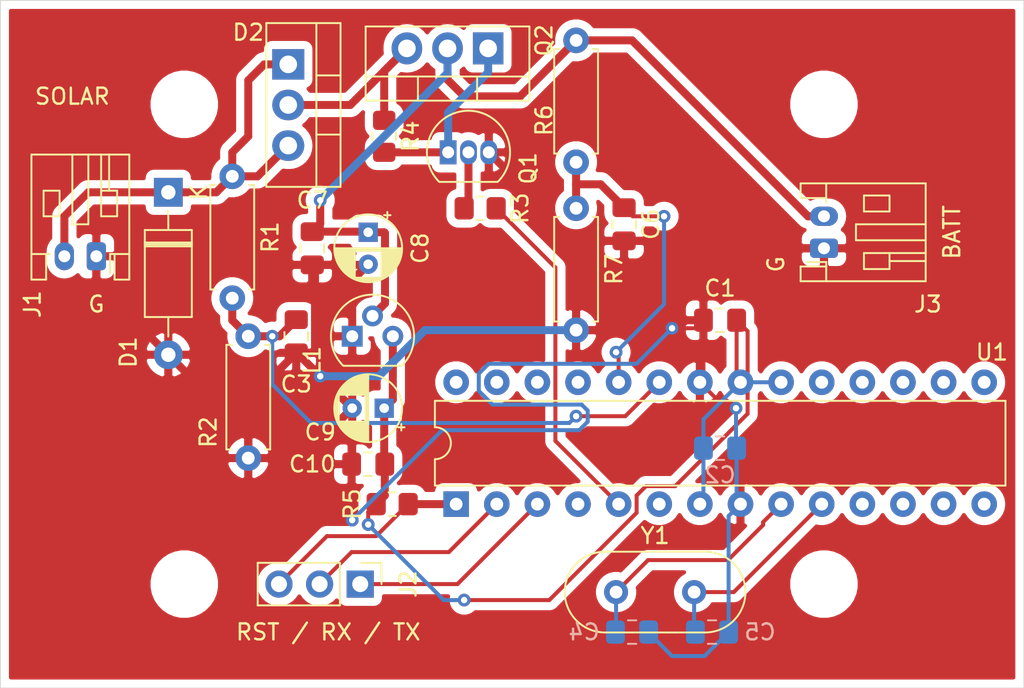
<source format=kicad_pcb>
(kicad_pcb (version 20171130) (host pcbnew 5.1.8+dfsg1-1+b1)

  (general
    (thickness 1.6)
    (drawings 14)
    (tracks 182)
    (zones 0)
    (modules 31)
    (nets 31)
  )

  (page A4)
  (layers
    (0 F.Cu signal)
    (31 B.Cu signal)
    (32 B.Adhes user)
    (33 F.Adhes user)
    (34 B.Paste user)
    (35 F.Paste user)
    (36 B.SilkS user)
    (37 F.SilkS user)
    (38 B.Mask user)
    (39 F.Mask user)
    (40 Dwgs.User user)
    (41 Cmts.User user)
    (42 Eco1.User user)
    (43 Eco2.User user)
    (44 Edge.Cuts user)
    (45 Margin user)
    (46 B.CrtYd user)
    (47 F.CrtYd user)
    (48 B.Fab user)
    (49 F.Fab user hide)
  )

  (setup
    (last_trace_width 0.25)
    (user_trace_width 0.5)
    (trace_clearance 0.2)
    (zone_clearance 0.508)
    (zone_45_only no)
    (trace_min 0.2)
    (via_size 0.8)
    (via_drill 0.4)
    (via_min_size 0.4)
    (via_min_drill 0.3)
    (uvia_size 0.3)
    (uvia_drill 0.1)
    (uvias_allowed no)
    (uvia_min_size 0.2)
    (uvia_min_drill 0.1)
    (edge_width 0.05)
    (segment_width 0.2)
    (pcb_text_width 0.3)
    (pcb_text_size 1.5 1.5)
    (mod_edge_width 0.12)
    (mod_text_size 1 1)
    (mod_text_width 0.15)
    (pad_size 3.2 3.2)
    (pad_drill 3.2)
    (pad_to_mask_clearance 0)
    (aux_axis_origin 0 0)
    (visible_elements FFFFFF7F)
    (pcbplotparams
      (layerselection 0x010fc_ffffffff)
      (usegerberextensions false)
      (usegerberattributes false)
      (usegerberadvancedattributes false)
      (creategerberjobfile false)
      (excludeedgelayer true)
      (linewidth 0.100000)
      (plotframeref false)
      (viasonmask false)
      (mode 1)
      (useauxorigin false)
      (hpglpennumber 1)
      (hpglpenspeed 20)
      (hpglpendiameter 15.000000)
      (psnegative false)
      (psa4output false)
      (plotreference true)
      (plotvalue false)
      (plotinvisibletext false)
      (padsonsilk true)
      (subtractmaskfromsilk false)
      (outputformat 1)
      (mirror false)
      (drillshape 0)
      (scaleselection 1)
      (outputdirectory "/tmp/solar-charger/"))
  )

  (net 0 "")
  (net 1 GND)
  (net 2 +5V)
  (net 3 A0)
  (net 4 "Net-(C4-Pad2)")
  (net 5 "Net-(C5-Pad1)")
  (net 6 A1)
  (net 7 "Net-(C7-Pad1)")
  (net 8 "Net-(D1-Pad1)")
  (net 9 "Net-(D2-Pad2)")
  (net 10 RST)
  (net 11 RX)
  (net 12 TX)
  (net 13 "Net-(Q1-Pad1)")
  (net 14 "Net-(Q1-Pad2)")
  (net 15 D3)
  (net 16 "Net-(U1-Pad28)")
  (net 17 "Net-(U1-Pad14)")
  (net 18 "Net-(U1-Pad27)")
  (net 19 "Net-(U1-Pad13)")
  (net 20 "Net-(U1-Pad26)")
  (net 21 "Net-(U1-Pad12)")
  (net 22 "Net-(U1-Pad25)")
  (net 23 "Net-(U1-Pad11)")
  (net 24 "Net-(U1-Pad6)")
  (net 25 "Net-(U1-Pad19)")
  (net 26 "Net-(U1-Pad18)")
  (net 27 "Net-(U1-Pad4)")
  (net 28 "Net-(U1-Pad17)")
  (net 29 "Net-(U1-Pad16)")
  (net 30 "Net-(U1-Pad15)")

  (net_class Default "This is the default net class."
    (clearance 0.2)
    (trace_width 0.25)
    (via_dia 0.8)
    (via_drill 0.4)
    (uvia_dia 0.3)
    (uvia_drill 0.1)
    (add_net +5V)
    (add_net A0)
    (add_net A1)
    (add_net D3)
    (add_net GND)
    (add_net "Net-(C4-Pad2)")
    (add_net "Net-(C5-Pad1)")
    (add_net "Net-(C7-Pad1)")
    (add_net "Net-(D1-Pad1)")
    (add_net "Net-(D2-Pad2)")
    (add_net "Net-(Q1-Pad1)")
    (add_net "Net-(Q1-Pad2)")
    (add_net "Net-(U1-Pad11)")
    (add_net "Net-(U1-Pad12)")
    (add_net "Net-(U1-Pad13)")
    (add_net "Net-(U1-Pad14)")
    (add_net "Net-(U1-Pad15)")
    (add_net "Net-(U1-Pad16)")
    (add_net "Net-(U1-Pad17)")
    (add_net "Net-(U1-Pad18)")
    (add_net "Net-(U1-Pad19)")
    (add_net "Net-(U1-Pad25)")
    (add_net "Net-(U1-Pad26)")
    (add_net "Net-(U1-Pad27)")
    (add_net "Net-(U1-Pad28)")
    (add_net "Net-(U1-Pad4)")
    (add_net "Net-(U1-Pad6)")
    (add_net RST)
    (add_net RX)
    (add_net TX)
  )

  (module Capacitor_THT:CP_Radial_D4.0mm_P2.00mm (layer F.Cu) (tedit 5AE50EF0) (tstamp 600D06A3)
    (at 112.5 109 180)
    (descr "CP, Radial series, Radial, pin pitch=2.00mm, , diameter=4mm, Electrolytic Capacitor")
    (tags "CP Radial series Radial pin pitch 2.00mm  diameter 4mm Electrolytic Capacitor")
    (path /6013C57A)
    (fp_text reference C9 (at 4 -1.5) (layer F.SilkS)
      (effects (font (size 1 1) (thickness 0.15)))
    )
    (fp_text value 10µF (at 1 3.25) (layer F.Fab)
      (effects (font (size 1 1) (thickness 0.15)))
    )
    (fp_line (start -1.069801 -1.395) (end -1.069801 -0.995) (layer F.SilkS) (width 0.12))
    (fp_line (start -1.269801 -1.195) (end -0.869801 -1.195) (layer F.SilkS) (width 0.12))
    (fp_line (start 3.081 -0.37) (end 3.081 0.37) (layer F.SilkS) (width 0.12))
    (fp_line (start 3.041 -0.537) (end 3.041 0.537) (layer F.SilkS) (width 0.12))
    (fp_line (start 3.001 -0.664) (end 3.001 0.664) (layer F.SilkS) (width 0.12))
    (fp_line (start 2.961 -0.768) (end 2.961 0.768) (layer F.SilkS) (width 0.12))
    (fp_line (start 2.921 -0.859) (end 2.921 0.859) (layer F.SilkS) (width 0.12))
    (fp_line (start 2.881 -0.94) (end 2.881 0.94) (layer F.SilkS) (width 0.12))
    (fp_line (start 2.841 -1.013) (end 2.841 1.013) (layer F.SilkS) (width 0.12))
    (fp_line (start 2.801 0.84) (end 2.801 1.08) (layer F.SilkS) (width 0.12))
    (fp_line (start 2.801 -1.08) (end 2.801 -0.84) (layer F.SilkS) (width 0.12))
    (fp_line (start 2.761 0.84) (end 2.761 1.142) (layer F.SilkS) (width 0.12))
    (fp_line (start 2.761 -1.142) (end 2.761 -0.84) (layer F.SilkS) (width 0.12))
    (fp_line (start 2.721 0.84) (end 2.721 1.2) (layer F.SilkS) (width 0.12))
    (fp_line (start 2.721 -1.2) (end 2.721 -0.84) (layer F.SilkS) (width 0.12))
    (fp_line (start 2.681 0.84) (end 2.681 1.254) (layer F.SilkS) (width 0.12))
    (fp_line (start 2.681 -1.254) (end 2.681 -0.84) (layer F.SilkS) (width 0.12))
    (fp_line (start 2.641 0.84) (end 2.641 1.304) (layer F.SilkS) (width 0.12))
    (fp_line (start 2.641 -1.304) (end 2.641 -0.84) (layer F.SilkS) (width 0.12))
    (fp_line (start 2.601 0.84) (end 2.601 1.351) (layer F.SilkS) (width 0.12))
    (fp_line (start 2.601 -1.351) (end 2.601 -0.84) (layer F.SilkS) (width 0.12))
    (fp_line (start 2.561 0.84) (end 2.561 1.396) (layer F.SilkS) (width 0.12))
    (fp_line (start 2.561 -1.396) (end 2.561 -0.84) (layer F.SilkS) (width 0.12))
    (fp_line (start 2.521 0.84) (end 2.521 1.438) (layer F.SilkS) (width 0.12))
    (fp_line (start 2.521 -1.438) (end 2.521 -0.84) (layer F.SilkS) (width 0.12))
    (fp_line (start 2.481 0.84) (end 2.481 1.478) (layer F.SilkS) (width 0.12))
    (fp_line (start 2.481 -1.478) (end 2.481 -0.84) (layer F.SilkS) (width 0.12))
    (fp_line (start 2.441 0.84) (end 2.441 1.516) (layer F.SilkS) (width 0.12))
    (fp_line (start 2.441 -1.516) (end 2.441 -0.84) (layer F.SilkS) (width 0.12))
    (fp_line (start 2.401 0.84) (end 2.401 1.552) (layer F.SilkS) (width 0.12))
    (fp_line (start 2.401 -1.552) (end 2.401 -0.84) (layer F.SilkS) (width 0.12))
    (fp_line (start 2.361 0.84) (end 2.361 1.587) (layer F.SilkS) (width 0.12))
    (fp_line (start 2.361 -1.587) (end 2.361 -0.84) (layer F.SilkS) (width 0.12))
    (fp_line (start 2.321 0.84) (end 2.321 1.619) (layer F.SilkS) (width 0.12))
    (fp_line (start 2.321 -1.619) (end 2.321 -0.84) (layer F.SilkS) (width 0.12))
    (fp_line (start 2.281 0.84) (end 2.281 1.65) (layer F.SilkS) (width 0.12))
    (fp_line (start 2.281 -1.65) (end 2.281 -0.84) (layer F.SilkS) (width 0.12))
    (fp_line (start 2.241 0.84) (end 2.241 1.68) (layer F.SilkS) (width 0.12))
    (fp_line (start 2.241 -1.68) (end 2.241 -0.84) (layer F.SilkS) (width 0.12))
    (fp_line (start 2.201 0.84) (end 2.201 1.708) (layer F.SilkS) (width 0.12))
    (fp_line (start 2.201 -1.708) (end 2.201 -0.84) (layer F.SilkS) (width 0.12))
    (fp_line (start 2.161 0.84) (end 2.161 1.735) (layer F.SilkS) (width 0.12))
    (fp_line (start 2.161 -1.735) (end 2.161 -0.84) (layer F.SilkS) (width 0.12))
    (fp_line (start 2.121 0.84) (end 2.121 1.76) (layer F.SilkS) (width 0.12))
    (fp_line (start 2.121 -1.76) (end 2.121 -0.84) (layer F.SilkS) (width 0.12))
    (fp_line (start 2.081 0.84) (end 2.081 1.785) (layer F.SilkS) (width 0.12))
    (fp_line (start 2.081 -1.785) (end 2.081 -0.84) (layer F.SilkS) (width 0.12))
    (fp_line (start 2.041 0.84) (end 2.041 1.808) (layer F.SilkS) (width 0.12))
    (fp_line (start 2.041 -1.808) (end 2.041 -0.84) (layer F.SilkS) (width 0.12))
    (fp_line (start 2.001 0.84) (end 2.001 1.83) (layer F.SilkS) (width 0.12))
    (fp_line (start 2.001 -1.83) (end 2.001 -0.84) (layer F.SilkS) (width 0.12))
    (fp_line (start 1.961 0.84) (end 1.961 1.851) (layer F.SilkS) (width 0.12))
    (fp_line (start 1.961 -1.851) (end 1.961 -0.84) (layer F.SilkS) (width 0.12))
    (fp_line (start 1.921 0.84) (end 1.921 1.87) (layer F.SilkS) (width 0.12))
    (fp_line (start 1.921 -1.87) (end 1.921 -0.84) (layer F.SilkS) (width 0.12))
    (fp_line (start 1.881 0.84) (end 1.881 1.889) (layer F.SilkS) (width 0.12))
    (fp_line (start 1.881 -1.889) (end 1.881 -0.84) (layer F.SilkS) (width 0.12))
    (fp_line (start 1.841 0.84) (end 1.841 1.907) (layer F.SilkS) (width 0.12))
    (fp_line (start 1.841 -1.907) (end 1.841 -0.84) (layer F.SilkS) (width 0.12))
    (fp_line (start 1.801 0.84) (end 1.801 1.924) (layer F.SilkS) (width 0.12))
    (fp_line (start 1.801 -1.924) (end 1.801 -0.84) (layer F.SilkS) (width 0.12))
    (fp_line (start 1.761 0.84) (end 1.761 1.94) (layer F.SilkS) (width 0.12))
    (fp_line (start 1.761 -1.94) (end 1.761 -0.84) (layer F.SilkS) (width 0.12))
    (fp_line (start 1.721 0.84) (end 1.721 1.954) (layer F.SilkS) (width 0.12))
    (fp_line (start 1.721 -1.954) (end 1.721 -0.84) (layer F.SilkS) (width 0.12))
    (fp_line (start 1.68 0.84) (end 1.68 1.968) (layer F.SilkS) (width 0.12))
    (fp_line (start 1.68 -1.968) (end 1.68 -0.84) (layer F.SilkS) (width 0.12))
    (fp_line (start 1.64 0.84) (end 1.64 1.982) (layer F.SilkS) (width 0.12))
    (fp_line (start 1.64 -1.982) (end 1.64 -0.84) (layer F.SilkS) (width 0.12))
    (fp_line (start 1.6 0.84) (end 1.6 1.994) (layer F.SilkS) (width 0.12))
    (fp_line (start 1.6 -1.994) (end 1.6 -0.84) (layer F.SilkS) (width 0.12))
    (fp_line (start 1.56 0.84) (end 1.56 2.005) (layer F.SilkS) (width 0.12))
    (fp_line (start 1.56 -2.005) (end 1.56 -0.84) (layer F.SilkS) (width 0.12))
    (fp_line (start 1.52 0.84) (end 1.52 2.016) (layer F.SilkS) (width 0.12))
    (fp_line (start 1.52 -2.016) (end 1.52 -0.84) (layer F.SilkS) (width 0.12))
    (fp_line (start 1.48 0.84) (end 1.48 2.025) (layer F.SilkS) (width 0.12))
    (fp_line (start 1.48 -2.025) (end 1.48 -0.84) (layer F.SilkS) (width 0.12))
    (fp_line (start 1.44 0.84) (end 1.44 2.034) (layer F.SilkS) (width 0.12))
    (fp_line (start 1.44 -2.034) (end 1.44 -0.84) (layer F.SilkS) (width 0.12))
    (fp_line (start 1.4 0.84) (end 1.4 2.042) (layer F.SilkS) (width 0.12))
    (fp_line (start 1.4 -2.042) (end 1.4 -0.84) (layer F.SilkS) (width 0.12))
    (fp_line (start 1.36 0.84) (end 1.36 2.05) (layer F.SilkS) (width 0.12))
    (fp_line (start 1.36 -2.05) (end 1.36 -0.84) (layer F.SilkS) (width 0.12))
    (fp_line (start 1.32 0.84) (end 1.32 2.056) (layer F.SilkS) (width 0.12))
    (fp_line (start 1.32 -2.056) (end 1.32 -0.84) (layer F.SilkS) (width 0.12))
    (fp_line (start 1.28 0.84) (end 1.28 2.062) (layer F.SilkS) (width 0.12))
    (fp_line (start 1.28 -2.062) (end 1.28 -0.84) (layer F.SilkS) (width 0.12))
    (fp_line (start 1.24 0.84) (end 1.24 2.067) (layer F.SilkS) (width 0.12))
    (fp_line (start 1.24 -2.067) (end 1.24 -0.84) (layer F.SilkS) (width 0.12))
    (fp_line (start 1.2 0.84) (end 1.2 2.071) (layer F.SilkS) (width 0.12))
    (fp_line (start 1.2 -2.071) (end 1.2 -0.84) (layer F.SilkS) (width 0.12))
    (fp_line (start 1.16 -2.074) (end 1.16 2.074) (layer F.SilkS) (width 0.12))
    (fp_line (start 1.12 -2.077) (end 1.12 2.077) (layer F.SilkS) (width 0.12))
    (fp_line (start 1.08 -2.079) (end 1.08 2.079) (layer F.SilkS) (width 0.12))
    (fp_line (start 1.04 -2.08) (end 1.04 2.08) (layer F.SilkS) (width 0.12))
    (fp_line (start 1 -2.08) (end 1 2.08) (layer F.SilkS) (width 0.12))
    (fp_line (start -0.502554 -1.0675) (end -0.502554 -0.6675) (layer F.Fab) (width 0.1))
    (fp_line (start -0.702554 -0.8675) (end -0.302554 -0.8675) (layer F.Fab) (width 0.1))
    (fp_circle (center 1 0) (end 3.25 0) (layer F.CrtYd) (width 0.05))
    (fp_circle (center 1 0) (end 3.12 0) (layer F.SilkS) (width 0.12))
    (fp_circle (center 1 0) (end 3 0) (layer F.Fab) (width 0.1))
    (fp_text user %R (at 1 0) (layer F.Fab)
      (effects (font (size 0.8 0.8) (thickness 0.12)))
    )
    (pad 2 thru_hole circle (at 2 0 180) (size 1.2 1.2) (drill 0.6) (layers *.Cu *.Mask)
      (net 1 GND))
    (pad 1 thru_hole rect (at 0 0 180) (size 1.2 1.2) (drill 0.6) (layers *.Cu *.Mask)
      (net 2 +5V))
    (model ${KISYS3DMOD}/Capacitor_THT.3dshapes/CP_Radial_D4.0mm_P2.00mm.wrl
      (at (xyz 0 0 0))
      (scale (xyz 1 1 1))
      (rotate (xyz 0 0 0))
    )
  )

  (module Capacitor_THT:CP_Radial_D4.0mm_P2.00mm (layer F.Cu) (tedit 5AE50EF0) (tstamp 600D0637)
    (at 111.5 98 270)
    (descr "CP, Radial series, Radial, pin pitch=2.00mm, , diameter=4mm, Electrolytic Capacitor")
    (tags "CP Radial series Radial pin pitch 2.00mm  diameter 4mm Electrolytic Capacitor")
    (path /6013BCEF)
    (fp_text reference C8 (at 1 -3.25 90) (layer F.SilkS)
      (effects (font (size 1 1) (thickness 0.15)))
    )
    (fp_text value 10µF (at 1 3.25 90) (layer F.Fab)
      (effects (font (size 1 1) (thickness 0.15)))
    )
    (fp_line (start -1.069801 -1.395) (end -1.069801 -0.995) (layer F.SilkS) (width 0.12))
    (fp_line (start -1.269801 -1.195) (end -0.869801 -1.195) (layer F.SilkS) (width 0.12))
    (fp_line (start 3.081 -0.37) (end 3.081 0.37) (layer F.SilkS) (width 0.12))
    (fp_line (start 3.041 -0.537) (end 3.041 0.537) (layer F.SilkS) (width 0.12))
    (fp_line (start 3.001 -0.664) (end 3.001 0.664) (layer F.SilkS) (width 0.12))
    (fp_line (start 2.961 -0.768) (end 2.961 0.768) (layer F.SilkS) (width 0.12))
    (fp_line (start 2.921 -0.859) (end 2.921 0.859) (layer F.SilkS) (width 0.12))
    (fp_line (start 2.881 -0.94) (end 2.881 0.94) (layer F.SilkS) (width 0.12))
    (fp_line (start 2.841 -1.013) (end 2.841 1.013) (layer F.SilkS) (width 0.12))
    (fp_line (start 2.801 0.84) (end 2.801 1.08) (layer F.SilkS) (width 0.12))
    (fp_line (start 2.801 -1.08) (end 2.801 -0.84) (layer F.SilkS) (width 0.12))
    (fp_line (start 2.761 0.84) (end 2.761 1.142) (layer F.SilkS) (width 0.12))
    (fp_line (start 2.761 -1.142) (end 2.761 -0.84) (layer F.SilkS) (width 0.12))
    (fp_line (start 2.721 0.84) (end 2.721 1.2) (layer F.SilkS) (width 0.12))
    (fp_line (start 2.721 -1.2) (end 2.721 -0.84) (layer F.SilkS) (width 0.12))
    (fp_line (start 2.681 0.84) (end 2.681 1.254) (layer F.SilkS) (width 0.12))
    (fp_line (start 2.681 -1.254) (end 2.681 -0.84) (layer F.SilkS) (width 0.12))
    (fp_line (start 2.641 0.84) (end 2.641 1.304) (layer F.SilkS) (width 0.12))
    (fp_line (start 2.641 -1.304) (end 2.641 -0.84) (layer F.SilkS) (width 0.12))
    (fp_line (start 2.601 0.84) (end 2.601 1.351) (layer F.SilkS) (width 0.12))
    (fp_line (start 2.601 -1.351) (end 2.601 -0.84) (layer F.SilkS) (width 0.12))
    (fp_line (start 2.561 0.84) (end 2.561 1.396) (layer F.SilkS) (width 0.12))
    (fp_line (start 2.561 -1.396) (end 2.561 -0.84) (layer F.SilkS) (width 0.12))
    (fp_line (start 2.521 0.84) (end 2.521 1.438) (layer F.SilkS) (width 0.12))
    (fp_line (start 2.521 -1.438) (end 2.521 -0.84) (layer F.SilkS) (width 0.12))
    (fp_line (start 2.481 0.84) (end 2.481 1.478) (layer F.SilkS) (width 0.12))
    (fp_line (start 2.481 -1.478) (end 2.481 -0.84) (layer F.SilkS) (width 0.12))
    (fp_line (start 2.441 0.84) (end 2.441 1.516) (layer F.SilkS) (width 0.12))
    (fp_line (start 2.441 -1.516) (end 2.441 -0.84) (layer F.SilkS) (width 0.12))
    (fp_line (start 2.401 0.84) (end 2.401 1.552) (layer F.SilkS) (width 0.12))
    (fp_line (start 2.401 -1.552) (end 2.401 -0.84) (layer F.SilkS) (width 0.12))
    (fp_line (start 2.361 0.84) (end 2.361 1.587) (layer F.SilkS) (width 0.12))
    (fp_line (start 2.361 -1.587) (end 2.361 -0.84) (layer F.SilkS) (width 0.12))
    (fp_line (start 2.321 0.84) (end 2.321 1.619) (layer F.SilkS) (width 0.12))
    (fp_line (start 2.321 -1.619) (end 2.321 -0.84) (layer F.SilkS) (width 0.12))
    (fp_line (start 2.281 0.84) (end 2.281 1.65) (layer F.SilkS) (width 0.12))
    (fp_line (start 2.281 -1.65) (end 2.281 -0.84) (layer F.SilkS) (width 0.12))
    (fp_line (start 2.241 0.84) (end 2.241 1.68) (layer F.SilkS) (width 0.12))
    (fp_line (start 2.241 -1.68) (end 2.241 -0.84) (layer F.SilkS) (width 0.12))
    (fp_line (start 2.201 0.84) (end 2.201 1.708) (layer F.SilkS) (width 0.12))
    (fp_line (start 2.201 -1.708) (end 2.201 -0.84) (layer F.SilkS) (width 0.12))
    (fp_line (start 2.161 0.84) (end 2.161 1.735) (layer F.SilkS) (width 0.12))
    (fp_line (start 2.161 -1.735) (end 2.161 -0.84) (layer F.SilkS) (width 0.12))
    (fp_line (start 2.121 0.84) (end 2.121 1.76) (layer F.SilkS) (width 0.12))
    (fp_line (start 2.121 -1.76) (end 2.121 -0.84) (layer F.SilkS) (width 0.12))
    (fp_line (start 2.081 0.84) (end 2.081 1.785) (layer F.SilkS) (width 0.12))
    (fp_line (start 2.081 -1.785) (end 2.081 -0.84) (layer F.SilkS) (width 0.12))
    (fp_line (start 2.041 0.84) (end 2.041 1.808) (layer F.SilkS) (width 0.12))
    (fp_line (start 2.041 -1.808) (end 2.041 -0.84) (layer F.SilkS) (width 0.12))
    (fp_line (start 2.001 0.84) (end 2.001 1.83) (layer F.SilkS) (width 0.12))
    (fp_line (start 2.001 -1.83) (end 2.001 -0.84) (layer F.SilkS) (width 0.12))
    (fp_line (start 1.961 0.84) (end 1.961 1.851) (layer F.SilkS) (width 0.12))
    (fp_line (start 1.961 -1.851) (end 1.961 -0.84) (layer F.SilkS) (width 0.12))
    (fp_line (start 1.921 0.84) (end 1.921 1.87) (layer F.SilkS) (width 0.12))
    (fp_line (start 1.921 -1.87) (end 1.921 -0.84) (layer F.SilkS) (width 0.12))
    (fp_line (start 1.881 0.84) (end 1.881 1.889) (layer F.SilkS) (width 0.12))
    (fp_line (start 1.881 -1.889) (end 1.881 -0.84) (layer F.SilkS) (width 0.12))
    (fp_line (start 1.841 0.84) (end 1.841 1.907) (layer F.SilkS) (width 0.12))
    (fp_line (start 1.841 -1.907) (end 1.841 -0.84) (layer F.SilkS) (width 0.12))
    (fp_line (start 1.801 0.84) (end 1.801 1.924) (layer F.SilkS) (width 0.12))
    (fp_line (start 1.801 -1.924) (end 1.801 -0.84) (layer F.SilkS) (width 0.12))
    (fp_line (start 1.761 0.84) (end 1.761 1.94) (layer F.SilkS) (width 0.12))
    (fp_line (start 1.761 -1.94) (end 1.761 -0.84) (layer F.SilkS) (width 0.12))
    (fp_line (start 1.721 0.84) (end 1.721 1.954) (layer F.SilkS) (width 0.12))
    (fp_line (start 1.721 -1.954) (end 1.721 -0.84) (layer F.SilkS) (width 0.12))
    (fp_line (start 1.68 0.84) (end 1.68 1.968) (layer F.SilkS) (width 0.12))
    (fp_line (start 1.68 -1.968) (end 1.68 -0.84) (layer F.SilkS) (width 0.12))
    (fp_line (start 1.64 0.84) (end 1.64 1.982) (layer F.SilkS) (width 0.12))
    (fp_line (start 1.64 -1.982) (end 1.64 -0.84) (layer F.SilkS) (width 0.12))
    (fp_line (start 1.6 0.84) (end 1.6 1.994) (layer F.SilkS) (width 0.12))
    (fp_line (start 1.6 -1.994) (end 1.6 -0.84) (layer F.SilkS) (width 0.12))
    (fp_line (start 1.56 0.84) (end 1.56 2.005) (layer F.SilkS) (width 0.12))
    (fp_line (start 1.56 -2.005) (end 1.56 -0.84) (layer F.SilkS) (width 0.12))
    (fp_line (start 1.52 0.84) (end 1.52 2.016) (layer F.SilkS) (width 0.12))
    (fp_line (start 1.52 -2.016) (end 1.52 -0.84) (layer F.SilkS) (width 0.12))
    (fp_line (start 1.48 0.84) (end 1.48 2.025) (layer F.SilkS) (width 0.12))
    (fp_line (start 1.48 -2.025) (end 1.48 -0.84) (layer F.SilkS) (width 0.12))
    (fp_line (start 1.44 0.84) (end 1.44 2.034) (layer F.SilkS) (width 0.12))
    (fp_line (start 1.44 -2.034) (end 1.44 -0.84) (layer F.SilkS) (width 0.12))
    (fp_line (start 1.4 0.84) (end 1.4 2.042) (layer F.SilkS) (width 0.12))
    (fp_line (start 1.4 -2.042) (end 1.4 -0.84) (layer F.SilkS) (width 0.12))
    (fp_line (start 1.36 0.84) (end 1.36 2.05) (layer F.SilkS) (width 0.12))
    (fp_line (start 1.36 -2.05) (end 1.36 -0.84) (layer F.SilkS) (width 0.12))
    (fp_line (start 1.32 0.84) (end 1.32 2.056) (layer F.SilkS) (width 0.12))
    (fp_line (start 1.32 -2.056) (end 1.32 -0.84) (layer F.SilkS) (width 0.12))
    (fp_line (start 1.28 0.84) (end 1.28 2.062) (layer F.SilkS) (width 0.12))
    (fp_line (start 1.28 -2.062) (end 1.28 -0.84) (layer F.SilkS) (width 0.12))
    (fp_line (start 1.24 0.84) (end 1.24 2.067) (layer F.SilkS) (width 0.12))
    (fp_line (start 1.24 -2.067) (end 1.24 -0.84) (layer F.SilkS) (width 0.12))
    (fp_line (start 1.2 0.84) (end 1.2 2.071) (layer F.SilkS) (width 0.12))
    (fp_line (start 1.2 -2.071) (end 1.2 -0.84) (layer F.SilkS) (width 0.12))
    (fp_line (start 1.16 -2.074) (end 1.16 2.074) (layer F.SilkS) (width 0.12))
    (fp_line (start 1.12 -2.077) (end 1.12 2.077) (layer F.SilkS) (width 0.12))
    (fp_line (start 1.08 -2.079) (end 1.08 2.079) (layer F.SilkS) (width 0.12))
    (fp_line (start 1.04 -2.08) (end 1.04 2.08) (layer F.SilkS) (width 0.12))
    (fp_line (start 1 -2.08) (end 1 2.08) (layer F.SilkS) (width 0.12))
    (fp_line (start -0.502554 -1.0675) (end -0.502554 -0.6675) (layer F.Fab) (width 0.1))
    (fp_line (start -0.702554 -0.8675) (end -0.302554 -0.8675) (layer F.Fab) (width 0.1))
    (fp_circle (center 1 0) (end 3.25 0) (layer F.CrtYd) (width 0.05))
    (fp_circle (center 1 0) (end 3.12 0) (layer F.SilkS) (width 0.12))
    (fp_circle (center 1 0) (end 3 0) (layer F.Fab) (width 0.1))
    (fp_text user %R (at 1 0 90) (layer F.Fab)
      (effects (font (size 0.8 0.8) (thickness 0.12)))
    )
    (pad 2 thru_hole circle (at 2 0 270) (size 1.2 1.2) (drill 0.6) (layers *.Cu *.Mask)
      (net 1 GND))
    (pad 1 thru_hole rect (at 0 0 270) (size 1.2 1.2) (drill 0.6) (layers *.Cu *.Mask)
      (net 7 "Net-(C7-Pad1)"))
    (model ${KISYS3DMOD}/Capacitor_THT.3dshapes/CP_Radial_D4.0mm_P2.00mm.wrl
      (at (xyz 0 0 0))
      (scale (xyz 1 1 1))
      (rotate (xyz 0 0 0))
    )
  )

  (module Resistor_SMD:R_0805_2012Metric_Pad1.20x1.40mm_HandSolder (layer F.Cu) (tedit 5F68FEEE) (tstamp 600CEA82)
    (at 113 115)
    (descr "Resistor SMD 0805 (2012 Metric), square (rectangular) end terminal, IPC_7351 nominal with elongated pad for handsoldering. (Body size source: IPC-SM-782 page 72, https://www.pcb-3d.com/wordpress/wp-content/uploads/ipc-sm-782a_amendment_1_and_2.pdf), generated with kicad-footprint-generator")
    (tags "resistor handsolder")
    (path /6012BEBD)
    (attr smd)
    (fp_text reference R5 (at -2.5 0 90) (layer F.SilkS)
      (effects (font (size 1 1) (thickness 0.15)))
    )
    (fp_text value 10k (at 0 1.65) (layer F.Fab)
      (effects (font (size 1 1) (thickness 0.15)))
    )
    (fp_line (start 1.85 0.95) (end -1.85 0.95) (layer F.CrtYd) (width 0.05))
    (fp_line (start 1.85 -0.95) (end 1.85 0.95) (layer F.CrtYd) (width 0.05))
    (fp_line (start -1.85 -0.95) (end 1.85 -0.95) (layer F.CrtYd) (width 0.05))
    (fp_line (start -1.85 0.95) (end -1.85 -0.95) (layer F.CrtYd) (width 0.05))
    (fp_line (start -0.227064 0.735) (end 0.227064 0.735) (layer F.SilkS) (width 0.12))
    (fp_line (start -0.227064 -0.735) (end 0.227064 -0.735) (layer F.SilkS) (width 0.12))
    (fp_line (start 1 0.625) (end -1 0.625) (layer F.Fab) (width 0.1))
    (fp_line (start 1 -0.625) (end 1 0.625) (layer F.Fab) (width 0.1))
    (fp_line (start -1 -0.625) (end 1 -0.625) (layer F.Fab) (width 0.1))
    (fp_line (start -1 0.625) (end -1 -0.625) (layer F.Fab) (width 0.1))
    (fp_text user %R (at 0 0) (layer F.Fab)
      (effects (font (size 0.5 0.5) (thickness 0.08)))
    )
    (pad 2 smd roundrect (at 1 0) (size 1.2 1.4) (layers F.Cu F.Paste F.Mask) (roundrect_rratio 0.2083325)
      (net 10 RST))
    (pad 1 smd roundrect (at -1 0) (size 1.2 1.4) (layers F.Cu F.Paste F.Mask) (roundrect_rratio 0.2083325)
      (net 2 +5V))
    (model ${KISYS3DMOD}/Resistor_SMD.3dshapes/R_0805_2012Metric.wrl
      (at (xyz 0 0 0))
      (scale (xyz 1 1 1))
      (rotate (xyz 0 0 0))
    )
  )

  (module Capacitor_SMD:C_0805_2012Metric_Pad1.18x1.45mm_HandSolder (layer B.Cu) (tedit 5F68FEEF) (tstamp 600CE4D9)
    (at 133 123)
    (descr "Capacitor SMD 0805 (2012 Metric), square (rectangular) end terminal, IPC_7351 nominal with elongated pad for handsoldering. (Body size source: IPC-SM-782 page 76, https://www.pcb-3d.com/wordpress/wp-content/uploads/ipc-sm-782a_amendment_1_and_2.pdf, https://docs.google.com/spreadsheets/d/1BsfQQcO9C6DZCsRaXUlFlo91Tg2WpOkGARC1WS5S8t0/edit?usp=sharing), generated with kicad-footprint-generator")
    (tags "capacitor handsolder")
    (path /60117DFA)
    (attr smd)
    (fp_text reference C5 (at 3 0) (layer B.SilkS)
      (effects (font (size 1 1) (thickness 0.15)) (justify mirror))
    )
    (fp_text value 22pF (at 0 -1.68) (layer B.Fab) hide
      (effects (font (size 1 1) (thickness 0.15)) (justify mirror))
    )
    (fp_line (start 1.88 -0.98) (end -1.88 -0.98) (layer B.CrtYd) (width 0.05))
    (fp_line (start 1.88 0.98) (end 1.88 -0.98) (layer B.CrtYd) (width 0.05))
    (fp_line (start -1.88 0.98) (end 1.88 0.98) (layer B.CrtYd) (width 0.05))
    (fp_line (start -1.88 -0.98) (end -1.88 0.98) (layer B.CrtYd) (width 0.05))
    (fp_line (start -0.261252 -0.735) (end 0.261252 -0.735) (layer B.SilkS) (width 0.12))
    (fp_line (start -0.261252 0.735) (end 0.261252 0.735) (layer B.SilkS) (width 0.12))
    (fp_line (start 1 -0.625) (end -1 -0.625) (layer B.Fab) (width 0.1))
    (fp_line (start 1 0.625) (end 1 -0.625) (layer B.Fab) (width 0.1))
    (fp_line (start -1 0.625) (end 1 0.625) (layer B.Fab) (width 0.1))
    (fp_line (start -1 -0.625) (end -1 0.625) (layer B.Fab) (width 0.1))
    (fp_text user %R (at 0 0) (layer B.Fab)
      (effects (font (size 0.5 0.5) (thickness 0.08)) (justify mirror))
    )
    (pad 2 smd roundrect (at 1.0375 0) (size 1.175 1.45) (layers B.Cu B.Paste B.Mask) (roundrect_rratio 0.2127659574468085)
      (net 1 GND))
    (pad 1 smd roundrect (at -1.0375 0) (size 1.175 1.45) (layers B.Cu B.Paste B.Mask) (roundrect_rratio 0.2127659574468085)
      (net 5 "Net-(C5-Pad1)"))
    (model ${KISYS3DMOD}/Capacitor_SMD.3dshapes/C_0805_2012Metric.wrl
      (at (xyz 0 0 0))
      (scale (xyz 1 1 1))
      (rotate (xyz 0 0 0))
    )
  )

  (module Crystal:Crystal_HC49-U_Vertical (layer F.Cu) (tedit 5A1AD3B8) (tstamp 600CCE0B)
    (at 127 120.5)
    (descr "Crystal THT HC-49/U http://5hertz.com/pdfs/04404_D.pdf")
    (tags "THT crystalHC-49/U")
    (path /601185BB)
    (fp_text reference Y1 (at 2.44 -3.525) (layer F.SilkS)
      (effects (font (size 1 1) (thickness 0.15)))
    )
    (fp_text value 16Mhz (at 2.44 3.525) (layer F.Fab)
      (effects (font (size 1 1) (thickness 0.15)))
    )
    (fp_line (start -0.685 -2.325) (end 5.565 -2.325) (layer F.Fab) (width 0.1))
    (fp_line (start -0.685 2.325) (end 5.565 2.325) (layer F.Fab) (width 0.1))
    (fp_line (start -0.56 -2) (end 5.44 -2) (layer F.Fab) (width 0.1))
    (fp_line (start -0.56 2) (end 5.44 2) (layer F.Fab) (width 0.1))
    (fp_line (start -0.685 -2.525) (end 5.565 -2.525) (layer F.SilkS) (width 0.12))
    (fp_line (start -0.685 2.525) (end 5.565 2.525) (layer F.SilkS) (width 0.12))
    (fp_line (start -3.5 -2.8) (end -3.5 2.8) (layer F.CrtYd) (width 0.05))
    (fp_line (start -3.5 2.8) (end 8.4 2.8) (layer F.CrtYd) (width 0.05))
    (fp_line (start 8.4 2.8) (end 8.4 -2.8) (layer F.CrtYd) (width 0.05))
    (fp_line (start 8.4 -2.8) (end -3.5 -2.8) (layer F.CrtYd) (width 0.05))
    (fp_arc (start 5.565 0) (end 5.565 -2.525) (angle 180) (layer F.SilkS) (width 0.12))
    (fp_arc (start -0.685 0) (end -0.685 -2.525) (angle -180) (layer F.SilkS) (width 0.12))
    (fp_arc (start 5.44 0) (end 5.44 -2) (angle 180) (layer F.Fab) (width 0.1))
    (fp_arc (start -0.56 0) (end -0.56 -2) (angle -180) (layer F.Fab) (width 0.1))
    (fp_arc (start 5.565 0) (end 5.565 -2.325) (angle 180) (layer F.Fab) (width 0.1))
    (fp_arc (start -0.685 0) (end -0.685 -2.325) (angle -180) (layer F.Fab) (width 0.1))
    (fp_text user %R (at 2.44 0) (layer F.Fab)
      (effects (font (size 1 1) (thickness 0.15)))
    )
    (pad 2 thru_hole circle (at 4.88 0) (size 1.5 1.5) (drill 0.8) (layers *.Cu *.Mask)
      (net 5 "Net-(C5-Pad1)"))
    (pad 1 thru_hole circle (at 0 0) (size 1.5 1.5) (drill 0.8) (layers *.Cu *.Mask)
      (net 4 "Net-(C4-Pad2)"))
    (model ${KISYS3DMOD}/Crystal.3dshapes/Crystal_HC49-U_Vertical.wrl
      (at (xyz 0 0 0))
      (scale (xyz 1 1 1))
      (rotate (xyz 0 0 0))
    )
  )

  (module Package_DIP:DIP-28_W7.62mm (layer F.Cu) (tedit 5A02E8C5) (tstamp 600CCDF4)
    (at 117 115 90)
    (descr "28-lead though-hole mounted DIP package, row spacing 7.62 mm (300 mils)")
    (tags "THT DIP DIL PDIP 2.54mm 7.62mm 300mil")
    (path /60119923)
    (fp_text reference U1 (at 9.5 33.5 180) (layer F.SilkS)
      (effects (font (size 1 1) (thickness 0.15)))
    )
    (fp_text value ATmega328P-PU (at 3.81 35.35 90) (layer F.Fab)
      (effects (font (size 1 1) (thickness 0.15)))
    )
    (fp_line (start 1.635 -1.27) (end 6.985 -1.27) (layer F.Fab) (width 0.1))
    (fp_line (start 6.985 -1.27) (end 6.985 34.29) (layer F.Fab) (width 0.1))
    (fp_line (start 6.985 34.29) (end 0.635 34.29) (layer F.Fab) (width 0.1))
    (fp_line (start 0.635 34.29) (end 0.635 -0.27) (layer F.Fab) (width 0.1))
    (fp_line (start 0.635 -0.27) (end 1.635 -1.27) (layer F.Fab) (width 0.1))
    (fp_line (start 2.81 -1.33) (end 1.16 -1.33) (layer F.SilkS) (width 0.12))
    (fp_line (start 1.16 -1.33) (end 1.16 34.35) (layer F.SilkS) (width 0.12))
    (fp_line (start 1.16 34.35) (end 6.46 34.35) (layer F.SilkS) (width 0.12))
    (fp_line (start 6.46 34.35) (end 6.46 -1.33) (layer F.SilkS) (width 0.12))
    (fp_line (start 6.46 -1.33) (end 4.81 -1.33) (layer F.SilkS) (width 0.12))
    (fp_line (start -1.1 -1.55) (end -1.1 34.55) (layer F.CrtYd) (width 0.05))
    (fp_line (start -1.1 34.55) (end 8.7 34.55) (layer F.CrtYd) (width 0.05))
    (fp_line (start 8.7 34.55) (end 8.7 -1.55) (layer F.CrtYd) (width 0.05))
    (fp_line (start 8.7 -1.55) (end -1.1 -1.55) (layer F.CrtYd) (width 0.05))
    (fp_text user %R (at 3.81 16.51 90) (layer F.Fab)
      (effects (font (size 1 1) (thickness 0.15)))
    )
    (fp_arc (start 3.81 -1.33) (end 2.81 -1.33) (angle -180) (layer F.SilkS) (width 0.12))
    (pad 28 thru_hole oval (at 7.62 0 90) (size 1.6 1.6) (drill 0.8) (layers *.Cu *.Mask)
      (net 16 "Net-(U1-Pad28)"))
    (pad 14 thru_hole oval (at 0 33.02 90) (size 1.6 1.6) (drill 0.8) (layers *.Cu *.Mask)
      (net 17 "Net-(U1-Pad14)"))
    (pad 27 thru_hole oval (at 7.62 2.54 90) (size 1.6 1.6) (drill 0.8) (layers *.Cu *.Mask)
      (net 18 "Net-(U1-Pad27)"))
    (pad 13 thru_hole oval (at 0 30.48 90) (size 1.6 1.6) (drill 0.8) (layers *.Cu *.Mask)
      (net 19 "Net-(U1-Pad13)"))
    (pad 26 thru_hole oval (at 7.62 5.08 90) (size 1.6 1.6) (drill 0.8) (layers *.Cu *.Mask)
      (net 20 "Net-(U1-Pad26)"))
    (pad 12 thru_hole oval (at 0 27.94 90) (size 1.6 1.6) (drill 0.8) (layers *.Cu *.Mask)
      (net 21 "Net-(U1-Pad12)"))
    (pad 25 thru_hole oval (at 7.62 7.62 90) (size 1.6 1.6) (drill 0.8) (layers *.Cu *.Mask)
      (net 22 "Net-(U1-Pad25)"))
    (pad 11 thru_hole oval (at 0 25.4 90) (size 1.6 1.6) (drill 0.8) (layers *.Cu *.Mask)
      (net 23 "Net-(U1-Pad11)"))
    (pad 24 thru_hole oval (at 7.62 10.16 90) (size 1.6 1.6) (drill 0.8) (layers *.Cu *.Mask)
      (net 6 A1))
    (pad 10 thru_hole oval (at 0 22.86 90) (size 1.6 1.6) (drill 0.8) (layers *.Cu *.Mask)
      (net 5 "Net-(C5-Pad1)"))
    (pad 23 thru_hole oval (at 7.62 12.7 90) (size 1.6 1.6) (drill 0.8) (layers *.Cu *.Mask)
      (net 3 A0))
    (pad 9 thru_hole oval (at 0 20.32 90) (size 1.6 1.6) (drill 0.8) (layers *.Cu *.Mask)
      (net 4 "Net-(C4-Pad2)"))
    (pad 22 thru_hole oval (at 7.62 15.24 90) (size 1.6 1.6) (drill 0.8) (layers *.Cu *.Mask)
      (net 1 GND))
    (pad 8 thru_hole oval (at 0 17.78 90) (size 1.6 1.6) (drill 0.8) (layers *.Cu *.Mask)
      (net 1 GND))
    (pad 21 thru_hole oval (at 7.62 17.78 90) (size 1.6 1.6) (drill 0.8) (layers *.Cu *.Mask)
      (net 2 +5V))
    (pad 7 thru_hole oval (at 0 15.24 90) (size 1.6 1.6) (drill 0.8) (layers *.Cu *.Mask)
      (net 2 +5V))
    (pad 20 thru_hole oval (at 7.62 20.32 90) (size 1.6 1.6) (drill 0.8) (layers *.Cu *.Mask)
      (net 2 +5V))
    (pad 6 thru_hole oval (at 0 12.7 90) (size 1.6 1.6) (drill 0.8) (layers *.Cu *.Mask)
      (net 24 "Net-(U1-Pad6)"))
    (pad 19 thru_hole oval (at 7.62 22.86 90) (size 1.6 1.6) (drill 0.8) (layers *.Cu *.Mask)
      (net 25 "Net-(U1-Pad19)"))
    (pad 5 thru_hole oval (at 0 10.16 90) (size 1.6 1.6) (drill 0.8) (layers *.Cu *.Mask)
      (net 15 D3))
    (pad 18 thru_hole oval (at 7.62 25.4 90) (size 1.6 1.6) (drill 0.8) (layers *.Cu *.Mask)
      (net 26 "Net-(U1-Pad18)"))
    (pad 4 thru_hole oval (at 0 7.62 90) (size 1.6 1.6) (drill 0.8) (layers *.Cu *.Mask)
      (net 27 "Net-(U1-Pad4)"))
    (pad 17 thru_hole oval (at 7.62 27.94 90) (size 1.6 1.6) (drill 0.8) (layers *.Cu *.Mask)
      (net 28 "Net-(U1-Pad17)"))
    (pad 3 thru_hole oval (at 0 5.08 90) (size 1.6 1.6) (drill 0.8) (layers *.Cu *.Mask)
      (net 12 TX))
    (pad 16 thru_hole oval (at 7.62 30.48 90) (size 1.6 1.6) (drill 0.8) (layers *.Cu *.Mask)
      (net 29 "Net-(U1-Pad16)"))
    (pad 2 thru_hole oval (at 0 2.54 90) (size 1.6 1.6) (drill 0.8) (layers *.Cu *.Mask)
      (net 11 RX))
    (pad 15 thru_hole oval (at 7.62 33.02 90) (size 1.6 1.6) (drill 0.8) (layers *.Cu *.Mask)
      (net 30 "Net-(U1-Pad15)"))
    (pad 1 thru_hole rect (at 0 0 90) (size 1.6 1.6) (drill 0.8) (layers *.Cu *.Mask)
      (net 10 RST))
    (model ${KISYS3DMOD}/Package_DIP.3dshapes/DIP-28_W7.62mm.wrl
      (at (xyz 0 0 0))
      (scale (xyz 1 1 1))
      (rotate (xyz 0 0 0))
    )
  )

  (module Resistor_THT:R_Axial_DIN0207_L6.3mm_D2.5mm_P7.62mm_Horizontal (layer F.Cu) (tedit 5AE5139B) (tstamp 600CCDC4)
    (at 124.5 96.5 270)
    (descr "Resistor, Axial_DIN0207 series, Axial, Horizontal, pin pitch=7.62mm, 0.25W = 1/4W, length*diameter=6.3*2.5mm^2, http://cdn-reichelt.de/documents/datenblatt/B400/1_4W%23YAG.pdf")
    (tags "Resistor Axial_DIN0207 series Axial Horizontal pin pitch 7.62mm 0.25W = 1/4W length 6.3mm diameter 2.5mm")
    (path /6011316E)
    (fp_text reference R7 (at 3.81 -2.37 90) (layer F.SilkS)
      (effects (font (size 1 1) (thickness 0.15)))
    )
    (fp_text value 20k (at 3.81 2.37 90) (layer F.Fab)
      (effects (font (size 1 1) (thickness 0.15)))
    )
    (fp_line (start 0.66 -1.25) (end 0.66 1.25) (layer F.Fab) (width 0.1))
    (fp_line (start 0.66 1.25) (end 6.96 1.25) (layer F.Fab) (width 0.1))
    (fp_line (start 6.96 1.25) (end 6.96 -1.25) (layer F.Fab) (width 0.1))
    (fp_line (start 6.96 -1.25) (end 0.66 -1.25) (layer F.Fab) (width 0.1))
    (fp_line (start 0 0) (end 0.66 0) (layer F.Fab) (width 0.1))
    (fp_line (start 7.62 0) (end 6.96 0) (layer F.Fab) (width 0.1))
    (fp_line (start 0.54 -1.04) (end 0.54 -1.37) (layer F.SilkS) (width 0.12))
    (fp_line (start 0.54 -1.37) (end 7.08 -1.37) (layer F.SilkS) (width 0.12))
    (fp_line (start 7.08 -1.37) (end 7.08 -1.04) (layer F.SilkS) (width 0.12))
    (fp_line (start 0.54 1.04) (end 0.54 1.37) (layer F.SilkS) (width 0.12))
    (fp_line (start 0.54 1.37) (end 7.08 1.37) (layer F.SilkS) (width 0.12))
    (fp_line (start 7.08 1.37) (end 7.08 1.04) (layer F.SilkS) (width 0.12))
    (fp_line (start -1.05 -1.5) (end -1.05 1.5) (layer F.CrtYd) (width 0.05))
    (fp_line (start -1.05 1.5) (end 8.67 1.5) (layer F.CrtYd) (width 0.05))
    (fp_line (start 8.67 1.5) (end 8.67 -1.5) (layer F.CrtYd) (width 0.05))
    (fp_line (start 8.67 -1.5) (end -1.05 -1.5) (layer F.CrtYd) (width 0.05))
    (fp_text user %R (at 3.81 0 90) (layer F.Fab)
      (effects (font (size 1 1) (thickness 0.15)))
    )
    (pad 2 thru_hole oval (at 7.62 0 270) (size 1.6 1.6) (drill 0.8) (layers *.Cu *.Mask)
      (net 1 GND))
    (pad 1 thru_hole circle (at 0 0 270) (size 1.6 1.6) (drill 0.8) (layers *.Cu *.Mask)
      (net 6 A1))
    (model ${KISYS3DMOD}/Resistor_THT.3dshapes/R_Axial_DIN0207_L6.3mm_D2.5mm_P7.62mm_Horizontal.wrl
      (at (xyz 0 0 0))
      (scale (xyz 1 1 1))
      (rotate (xyz 0 0 0))
    )
  )

  (module Resistor_THT:R_Axial_DIN0207_L6.3mm_D2.5mm_P7.62mm_Horizontal (layer F.Cu) (tedit 5AE5139B) (tstamp 600CCDAD)
    (at 124.5 86 270)
    (descr "Resistor, Axial_DIN0207 series, Axial, Horizontal, pin pitch=7.62mm, 0.25W = 1/4W, length*diameter=6.3*2.5mm^2, http://cdn-reichelt.de/documents/datenblatt/B400/1_4W%23YAG.pdf")
    (tags "Resistor Axial_DIN0207 series Axial Horizontal pin pitch 7.62mm 0.25W = 1/4W length 6.3mm diameter 2.5mm")
    (path /60112509)
    (fp_text reference R6 (at 5 2 90) (layer F.SilkS)
      (effects (font (size 1 1) (thickness 0.15)))
    )
    (fp_text value 100k (at 3.81 2.37 90) (layer F.Fab)
      (effects (font (size 1 1) (thickness 0.15)))
    )
    (fp_line (start 0.66 -1.25) (end 0.66 1.25) (layer F.Fab) (width 0.1))
    (fp_line (start 0.66 1.25) (end 6.96 1.25) (layer F.Fab) (width 0.1))
    (fp_line (start 6.96 1.25) (end 6.96 -1.25) (layer F.Fab) (width 0.1))
    (fp_line (start 6.96 -1.25) (end 0.66 -1.25) (layer F.Fab) (width 0.1))
    (fp_line (start 0 0) (end 0.66 0) (layer F.Fab) (width 0.1))
    (fp_line (start 7.62 0) (end 6.96 0) (layer F.Fab) (width 0.1))
    (fp_line (start 0.54 -1.04) (end 0.54 -1.37) (layer F.SilkS) (width 0.12))
    (fp_line (start 0.54 -1.37) (end 7.08 -1.37) (layer F.SilkS) (width 0.12))
    (fp_line (start 7.08 -1.37) (end 7.08 -1.04) (layer F.SilkS) (width 0.12))
    (fp_line (start 0.54 1.04) (end 0.54 1.37) (layer F.SilkS) (width 0.12))
    (fp_line (start 0.54 1.37) (end 7.08 1.37) (layer F.SilkS) (width 0.12))
    (fp_line (start 7.08 1.37) (end 7.08 1.04) (layer F.SilkS) (width 0.12))
    (fp_line (start -1.05 -1.5) (end -1.05 1.5) (layer F.CrtYd) (width 0.05))
    (fp_line (start -1.05 1.5) (end 8.67 1.5) (layer F.CrtYd) (width 0.05))
    (fp_line (start 8.67 1.5) (end 8.67 -1.5) (layer F.CrtYd) (width 0.05))
    (fp_line (start 8.67 -1.5) (end -1.05 -1.5) (layer F.CrtYd) (width 0.05))
    (fp_text user %R (at 3.81 0 90) (layer F.Fab)
      (effects (font (size 1 1) (thickness 0.15)))
    )
    (pad 2 thru_hole oval (at 7.62 0 270) (size 1.6 1.6) (drill 0.8) (layers *.Cu *.Mask)
      (net 6 A1))
    (pad 1 thru_hole circle (at 0 0 270) (size 1.6 1.6) (drill 0.8) (layers *.Cu *.Mask)
      (net 7 "Net-(C7-Pad1)"))
    (model ${KISYS3DMOD}/Resistor_THT.3dshapes/R_Axial_DIN0207_L6.3mm_D2.5mm_P7.62mm_Horizontal.wrl
      (at (xyz 0 0 0))
      (scale (xyz 1 1 1))
      (rotate (xyz 0 0 0))
    )
  )

  (module Resistor_SMD:R_0805_2012Metric_Pad1.20x1.40mm_HandSolder (layer F.Cu) (tedit 5F68FEEE) (tstamp 600CCD7F)
    (at 112.5 92 270)
    (descr "Resistor SMD 0805 (2012 Metric), square (rectangular) end terminal, IPC_7351 nominal with elongated pad for handsoldering. (Body size source: IPC-SM-782 page 72, https://www.pcb-3d.com/wordpress/wp-content/uploads/ipc-sm-782a_amendment_1_and_2.pdf), generated with kicad-footprint-generator")
    (tags "resistor handsolder")
    (path /60109222)
    (attr smd)
    (fp_text reference R4 (at 0 -1.65 90) (layer F.SilkS)
      (effects (font (size 1 1) (thickness 0.15)))
    )
    (fp_text value 10k (at 0 1.65 90) (layer F.Fab)
      (effects (font (size 1 1) (thickness 0.15)))
    )
    (fp_line (start -1 0.625) (end -1 -0.625) (layer F.Fab) (width 0.1))
    (fp_line (start -1 -0.625) (end 1 -0.625) (layer F.Fab) (width 0.1))
    (fp_line (start 1 -0.625) (end 1 0.625) (layer F.Fab) (width 0.1))
    (fp_line (start 1 0.625) (end -1 0.625) (layer F.Fab) (width 0.1))
    (fp_line (start -0.227064 -0.735) (end 0.227064 -0.735) (layer F.SilkS) (width 0.12))
    (fp_line (start -0.227064 0.735) (end 0.227064 0.735) (layer F.SilkS) (width 0.12))
    (fp_line (start -1.85 0.95) (end -1.85 -0.95) (layer F.CrtYd) (width 0.05))
    (fp_line (start -1.85 -0.95) (end 1.85 -0.95) (layer F.CrtYd) (width 0.05))
    (fp_line (start 1.85 -0.95) (end 1.85 0.95) (layer F.CrtYd) (width 0.05))
    (fp_line (start 1.85 0.95) (end -1.85 0.95) (layer F.CrtYd) (width 0.05))
    (fp_text user %R (at 0 0 90) (layer F.Fab)
      (effects (font (size 0.5 0.5) (thickness 0.08)))
    )
    (pad 2 smd roundrect (at 1 0 270) (size 1.2 1.4) (layers F.Cu F.Paste F.Mask) (roundrect_rratio 0.2083325)
      (net 13 "Net-(Q1-Pad1)"))
    (pad 1 smd roundrect (at -1 0 270) (size 1.2 1.4) (layers F.Cu F.Paste F.Mask) (roundrect_rratio 0.2083325)
      (net 9 "Net-(D2-Pad2)"))
    (model ${KISYS3DMOD}/Resistor_SMD.3dshapes/R_0805_2012Metric.wrl
      (at (xyz 0 0 0))
      (scale (xyz 1 1 1))
      (rotate (xyz 0 0 0))
    )
  )

  (module Resistor_SMD:R_0805_2012Metric_Pad1.20x1.40mm_HandSolder (layer F.Cu) (tedit 5F68FEEE) (tstamp 600CCD6E)
    (at 118.5 96.5)
    (descr "Resistor SMD 0805 (2012 Metric), square (rectangular) end terminal, IPC_7351 nominal with elongated pad for handsoldering. (Body size source: IPC-SM-782 page 72, https://www.pcb-3d.com/wordpress/wp-content/uploads/ipc-sm-782a_amendment_1_and_2.pdf), generated with kicad-footprint-generator")
    (tags "resistor handsolder")
    (path /601092CF)
    (attr smd)
    (fp_text reference R3 (at 2.5 0 90) (layer F.SilkS)
      (effects (font (size 1 1) (thickness 0.15)))
    )
    (fp_text value 1k1 (at 0 1.65) (layer F.Fab)
      (effects (font (size 1 1) (thickness 0.15)))
    )
    (fp_line (start -1 0.625) (end -1 -0.625) (layer F.Fab) (width 0.1))
    (fp_line (start -1 -0.625) (end 1 -0.625) (layer F.Fab) (width 0.1))
    (fp_line (start 1 -0.625) (end 1 0.625) (layer F.Fab) (width 0.1))
    (fp_line (start 1 0.625) (end -1 0.625) (layer F.Fab) (width 0.1))
    (fp_line (start -0.227064 -0.735) (end 0.227064 -0.735) (layer F.SilkS) (width 0.12))
    (fp_line (start -0.227064 0.735) (end 0.227064 0.735) (layer F.SilkS) (width 0.12))
    (fp_line (start -1.85 0.95) (end -1.85 -0.95) (layer F.CrtYd) (width 0.05))
    (fp_line (start -1.85 -0.95) (end 1.85 -0.95) (layer F.CrtYd) (width 0.05))
    (fp_line (start 1.85 -0.95) (end 1.85 0.95) (layer F.CrtYd) (width 0.05))
    (fp_line (start 1.85 0.95) (end -1.85 0.95) (layer F.CrtYd) (width 0.05))
    (fp_text user %R (at 0 0) (layer F.Fab)
      (effects (font (size 0.5 0.5) (thickness 0.08)))
    )
    (pad 2 smd roundrect (at 1 0) (size 1.2 1.4) (layers F.Cu F.Paste F.Mask) (roundrect_rratio 0.2083325)
      (net 15 D3))
    (pad 1 smd roundrect (at -1 0) (size 1.2 1.4) (layers F.Cu F.Paste F.Mask) (roundrect_rratio 0.2083325)
      (net 14 "Net-(Q1-Pad2)"))
    (model ${KISYS3DMOD}/Resistor_SMD.3dshapes/R_0805_2012Metric.wrl
      (at (xyz 0 0 0))
      (scale (xyz 1 1 1))
      (rotate (xyz 0 0 0))
    )
  )

  (module Resistor_THT:R_Axial_DIN0207_L6.3mm_D2.5mm_P7.62mm_Horizontal (layer F.Cu) (tedit 5AE5139B) (tstamp 600CCD5D)
    (at 104 104.5 270)
    (descr "Resistor, Axial_DIN0207 series, Axial, Horizontal, pin pitch=7.62mm, 0.25W = 1/4W, length*diameter=6.3*2.5mm^2, http://cdn-reichelt.de/documents/datenblatt/B400/1_4W%23YAG.pdf")
    (tags "Resistor Axial_DIN0207 series Axial Horizontal pin pitch 7.62mm 0.25W = 1/4W length 6.3mm diameter 2.5mm")
    (path /600FF28E)
    (fp_text reference R2 (at 6 2.5 270) (layer F.SilkS)
      (effects (font (size 1 1) (thickness 0.15)))
    )
    (fp_text value 20k (at 3.81 2.37 90) (layer F.Fab)
      (effects (font (size 1 1) (thickness 0.15)))
    )
    (fp_line (start 0.66 -1.25) (end 0.66 1.25) (layer F.Fab) (width 0.1))
    (fp_line (start 0.66 1.25) (end 6.96 1.25) (layer F.Fab) (width 0.1))
    (fp_line (start 6.96 1.25) (end 6.96 -1.25) (layer F.Fab) (width 0.1))
    (fp_line (start 6.96 -1.25) (end 0.66 -1.25) (layer F.Fab) (width 0.1))
    (fp_line (start 0 0) (end 0.66 0) (layer F.Fab) (width 0.1))
    (fp_line (start 7.62 0) (end 6.96 0) (layer F.Fab) (width 0.1))
    (fp_line (start 0.54 -1.04) (end 0.54 -1.37) (layer F.SilkS) (width 0.12))
    (fp_line (start 0.54 -1.37) (end 7.08 -1.37) (layer F.SilkS) (width 0.12))
    (fp_line (start 7.08 -1.37) (end 7.08 -1.04) (layer F.SilkS) (width 0.12))
    (fp_line (start 0.54 1.04) (end 0.54 1.37) (layer F.SilkS) (width 0.12))
    (fp_line (start 0.54 1.37) (end 7.08 1.37) (layer F.SilkS) (width 0.12))
    (fp_line (start 7.08 1.37) (end 7.08 1.04) (layer F.SilkS) (width 0.12))
    (fp_line (start -1.05 -1.5) (end -1.05 1.5) (layer F.CrtYd) (width 0.05))
    (fp_line (start -1.05 1.5) (end 8.67 1.5) (layer F.CrtYd) (width 0.05))
    (fp_line (start 8.67 1.5) (end 8.67 -1.5) (layer F.CrtYd) (width 0.05))
    (fp_line (start 8.67 -1.5) (end -1.05 -1.5) (layer F.CrtYd) (width 0.05))
    (fp_text user %R (at 3.81 0 90) (layer F.Fab)
      (effects (font (size 1 1) (thickness 0.15)))
    )
    (pad 2 thru_hole oval (at 7.62 0 270) (size 1.6 1.6) (drill 0.8) (layers *.Cu *.Mask)
      (net 1 GND))
    (pad 1 thru_hole circle (at 0 0 270) (size 1.6 1.6) (drill 0.8) (layers *.Cu *.Mask)
      (net 3 A0))
    (model ${KISYS3DMOD}/Resistor_THT.3dshapes/R_Axial_DIN0207_L6.3mm_D2.5mm_P7.62mm_Horizontal.wrl
      (at (xyz 0 0 0))
      (scale (xyz 1 1 1))
      (rotate (xyz 0 0 0))
    )
  )

  (module Resistor_THT:R_Axial_DIN0207_L6.3mm_D2.5mm_P7.62mm_Horizontal (layer F.Cu) (tedit 5AE5139B) (tstamp 600CCD46)
    (at 103 94.5 270)
    (descr "Resistor, Axial_DIN0207 series, Axial, Horizontal, pin pitch=7.62mm, 0.25W = 1/4W, length*diameter=6.3*2.5mm^2, http://cdn-reichelt.de/documents/datenblatt/B400/1_4W%23YAG.pdf")
    (tags "Resistor Axial_DIN0207 series Axial Horizontal pin pitch 7.62mm 0.25W = 1/4W length 6.3mm diameter 2.5mm")
    (path /600FF185)
    (fp_text reference R1 (at 3.81 -2.37 90) (layer F.SilkS)
      (effects (font (size 1 1) (thickness 0.15)))
    )
    (fp_text value 100k (at 3.81 2.37 90) (layer F.Fab)
      (effects (font (size 1 1) (thickness 0.15)))
    )
    (fp_line (start 0.66 -1.25) (end 0.66 1.25) (layer F.Fab) (width 0.1))
    (fp_line (start 0.66 1.25) (end 6.96 1.25) (layer F.Fab) (width 0.1))
    (fp_line (start 6.96 1.25) (end 6.96 -1.25) (layer F.Fab) (width 0.1))
    (fp_line (start 6.96 -1.25) (end 0.66 -1.25) (layer F.Fab) (width 0.1))
    (fp_line (start 0 0) (end 0.66 0) (layer F.Fab) (width 0.1))
    (fp_line (start 7.62 0) (end 6.96 0) (layer F.Fab) (width 0.1))
    (fp_line (start 0.54 -1.04) (end 0.54 -1.37) (layer F.SilkS) (width 0.12))
    (fp_line (start 0.54 -1.37) (end 7.08 -1.37) (layer F.SilkS) (width 0.12))
    (fp_line (start 7.08 -1.37) (end 7.08 -1.04) (layer F.SilkS) (width 0.12))
    (fp_line (start 0.54 1.04) (end 0.54 1.37) (layer F.SilkS) (width 0.12))
    (fp_line (start 0.54 1.37) (end 7.08 1.37) (layer F.SilkS) (width 0.12))
    (fp_line (start 7.08 1.37) (end 7.08 1.04) (layer F.SilkS) (width 0.12))
    (fp_line (start -1.05 -1.5) (end -1.05 1.5) (layer F.CrtYd) (width 0.05))
    (fp_line (start -1.05 1.5) (end 8.67 1.5) (layer F.CrtYd) (width 0.05))
    (fp_line (start 8.67 1.5) (end 8.67 -1.5) (layer F.CrtYd) (width 0.05))
    (fp_line (start 8.67 -1.5) (end -1.05 -1.5) (layer F.CrtYd) (width 0.05))
    (fp_text user %R (at 3.81 0 90) (layer F.Fab)
      (effects (font (size 1 1) (thickness 0.15)))
    )
    (pad 2 thru_hole oval (at 7.62 0 270) (size 1.6 1.6) (drill 0.8) (layers *.Cu *.Mask)
      (net 3 A0))
    (pad 1 thru_hole circle (at 0 0 270) (size 1.6 1.6) (drill 0.8) (layers *.Cu *.Mask)
      (net 8 "Net-(D1-Pad1)"))
    (model ${KISYS3DMOD}/Resistor_THT.3dshapes/R_Axial_DIN0207_L6.3mm_D2.5mm_P7.62mm_Horizontal.wrl
      (at (xyz 0 0 0))
      (scale (xyz 1 1 1))
      (rotate (xyz 0 0 0))
    )
  )

  (module Package_TO_SOT_THT:TO-220-3_Vertical (layer F.Cu) (tedit 5AC8BA0D) (tstamp 600CCD2F)
    (at 119 86.5 180)
    (descr "TO-220-3, Vertical, RM 2.54mm, see https://www.vishay.com/docs/66542/to-220-1.pdf")
    (tags "TO-220-3 Vertical RM 2.54mm")
    (path /6010A7AA)
    (fp_text reference Q2 (at -3.5 0.5 90) (layer F.SilkS)
      (effects (font (size 1 1) (thickness 0.15)))
    )
    (fp_text value IRF4905 (at 2.54 2.5) (layer F.Fab)
      (effects (font (size 1 1) (thickness 0.15)))
    )
    (fp_line (start -2.46 -3.15) (end -2.46 1.25) (layer F.Fab) (width 0.1))
    (fp_line (start -2.46 1.25) (end 7.54 1.25) (layer F.Fab) (width 0.1))
    (fp_line (start 7.54 1.25) (end 7.54 -3.15) (layer F.Fab) (width 0.1))
    (fp_line (start 7.54 -3.15) (end -2.46 -3.15) (layer F.Fab) (width 0.1))
    (fp_line (start -2.46 -1.88) (end 7.54 -1.88) (layer F.Fab) (width 0.1))
    (fp_line (start 0.69 -3.15) (end 0.69 -1.88) (layer F.Fab) (width 0.1))
    (fp_line (start 4.39 -3.15) (end 4.39 -1.88) (layer F.Fab) (width 0.1))
    (fp_line (start -2.58 -3.27) (end 7.66 -3.27) (layer F.SilkS) (width 0.12))
    (fp_line (start -2.58 1.371) (end 7.66 1.371) (layer F.SilkS) (width 0.12))
    (fp_line (start -2.58 -3.27) (end -2.58 1.371) (layer F.SilkS) (width 0.12))
    (fp_line (start 7.66 -3.27) (end 7.66 1.371) (layer F.SilkS) (width 0.12))
    (fp_line (start -2.58 -1.76) (end 7.66 -1.76) (layer F.SilkS) (width 0.12))
    (fp_line (start 0.69 -3.27) (end 0.69 -1.76) (layer F.SilkS) (width 0.12))
    (fp_line (start 4.391 -3.27) (end 4.391 -1.76) (layer F.SilkS) (width 0.12))
    (fp_line (start -2.71 -3.4) (end -2.71 1.51) (layer F.CrtYd) (width 0.05))
    (fp_line (start -2.71 1.51) (end 7.79 1.51) (layer F.CrtYd) (width 0.05))
    (fp_line (start 7.79 1.51) (end 7.79 -3.4) (layer F.CrtYd) (width 0.05))
    (fp_line (start 7.79 -3.4) (end -2.71 -3.4) (layer F.CrtYd) (width 0.05))
    (fp_text user %R (at 2.54 -4.27) (layer F.Fab)
      (effects (font (size 1 1) (thickness 0.15)))
    )
    (pad 3 thru_hole oval (at 5.08 0 180) (size 1.905 2) (drill 1.1) (layers *.Cu *.Mask)
      (net 9 "Net-(D2-Pad2)"))
    (pad 2 thru_hole oval (at 2.54 0 180) (size 1.905 2) (drill 1.1) (layers *.Cu *.Mask)
      (net 7 "Net-(C7-Pad1)"))
    (pad 1 thru_hole rect (at 0 0 180) (size 1.905 2) (drill 1.1) (layers *.Cu *.Mask)
      (net 13 "Net-(Q1-Pad1)"))
    (model ${KISYS3DMOD}/Package_TO_SOT_THT.3dshapes/TO-220-3_Vertical.wrl
      (at (xyz 0 0 0))
      (scale (xyz 1 1 1))
      (rotate (xyz 0 0 0))
    )
  )

  (module Package_TO_SOT_THT:TO-92_Inline (layer F.Cu) (tedit 5A1DD157) (tstamp 600CCD15)
    (at 116.5 93)
    (descr "TO-92 leads in-line, narrow, oval pads, drill 0.75mm (see NXP sot054_po.pdf)")
    (tags "to-92 sc-43 sc-43a sot54 PA33 transistor")
    (path /60107FC4)
    (fp_text reference Q1 (at 5 1 90) (layer F.SilkS)
      (effects (font (size 1 1) (thickness 0.15)))
    )
    (fp_text value BC337 (at 1.27 2.79) (layer F.Fab)
      (effects (font (size 1 1) (thickness 0.15)))
    )
    (fp_line (start -0.53 1.85) (end 3.07 1.85) (layer F.SilkS) (width 0.12))
    (fp_line (start -0.5 1.75) (end 3 1.75) (layer F.Fab) (width 0.1))
    (fp_line (start -1.46 -2.73) (end 4 -2.73) (layer F.CrtYd) (width 0.05))
    (fp_line (start -1.46 -2.73) (end -1.46 2.01) (layer F.CrtYd) (width 0.05))
    (fp_line (start 4 2.01) (end 4 -2.73) (layer F.CrtYd) (width 0.05))
    (fp_line (start 4 2.01) (end -1.46 2.01) (layer F.CrtYd) (width 0.05))
    (fp_arc (start 1.27 0) (end 1.27 -2.6) (angle 135) (layer F.SilkS) (width 0.12))
    (fp_arc (start 1.27 0) (end 1.27 -2.48) (angle -135) (layer F.Fab) (width 0.1))
    (fp_arc (start 1.27 0) (end 1.27 -2.6) (angle -135) (layer F.SilkS) (width 0.12))
    (fp_arc (start 1.27 0) (end 1.27 -2.48) (angle 135) (layer F.Fab) (width 0.1))
    (fp_text user %R (at 1.27 0) (layer F.Fab)
      (effects (font (size 1 1) (thickness 0.15)))
    )
    (pad 1 thru_hole rect (at 0 0) (size 1.05 1.5) (drill 0.75) (layers *.Cu *.Mask)
      (net 13 "Net-(Q1-Pad1)"))
    (pad 3 thru_hole oval (at 2.54 0) (size 1.05 1.5) (drill 0.75) (layers *.Cu *.Mask)
      (net 1 GND))
    (pad 2 thru_hole oval (at 1.27 0) (size 1.05 1.5) (drill 0.75) (layers *.Cu *.Mask)
      (net 14 "Net-(Q1-Pad2)"))
    (model ${KISYS3DMOD}/Package_TO_SOT_THT.3dshapes/TO-92_Inline.wrl
      (at (xyz 0 0 0))
      (scale (xyz 1 1 1))
      (rotate (xyz 0 0 0))
    )
  )

  (module Package_TO_SOT_THT:TO-92 (layer F.Cu) (tedit 5A279852) (tstamp 600CCD03)
    (at 110.5 104.5)
    (descr "TO-92 leads molded, narrow, drill 0.75mm (see NXP sot054_po.pdf)")
    (tags "to-92 sc-43 sc-43a sot54 PA33 transistor")
    (path /601392DC)
    (fp_text reference L1 (at -2.5 1.5 90) (layer F.SilkS)
      (effects (font (size 1 1) (thickness 0.15)))
    )
    (fp_text value HT7350 (at 1.27 2.79) (layer F.Fab)
      (effects (font (size 1 1) (thickness 0.15)))
    )
    (fp_line (start -0.53 1.85) (end 3.07 1.85) (layer F.SilkS) (width 0.12))
    (fp_line (start -0.5 1.75) (end 3 1.75) (layer F.Fab) (width 0.1))
    (fp_line (start -1.46 -2.73) (end 4 -2.73) (layer F.CrtYd) (width 0.05))
    (fp_line (start -1.46 -2.73) (end -1.46 2.01) (layer F.CrtYd) (width 0.05))
    (fp_line (start 4 2.01) (end 4 -2.73) (layer F.CrtYd) (width 0.05))
    (fp_line (start 4 2.01) (end -1.46 2.01) (layer F.CrtYd) (width 0.05))
    (fp_arc (start 1.27 0) (end 1.27 -2.6) (angle 135) (layer F.SilkS) (width 0.12))
    (fp_arc (start 1.27 0) (end 1.27 -2.48) (angle -135) (layer F.Fab) (width 0.1))
    (fp_arc (start 1.27 0) (end 1.27 -2.6) (angle -135) (layer F.SilkS) (width 0.12))
    (fp_arc (start 1.27 0) (end 1.27 -2.48) (angle 135) (layer F.Fab) (width 0.1))
    (fp_text user %R (at 1.27 0) (layer F.Fab)
      (effects (font (size 1 1) (thickness 0.15)))
    )
    (pad 1 thru_hole rect (at 0 0) (size 1.3 1.3) (drill 0.75) (layers *.Cu *.Mask)
      (net 1 GND))
    (pad 3 thru_hole circle (at 2.54 0) (size 1.3 1.3) (drill 0.75) (layers *.Cu *.Mask)
      (net 2 +5V))
    (pad 2 thru_hole circle (at 1.27 -1.27) (size 1.3 1.3) (drill 0.75) (layers *.Cu *.Mask)
      (net 7 "Net-(C7-Pad1)"))
    (model ${KISYS3DMOD}/Package_TO_SOT_THT.3dshapes/TO-92.wrl
      (at (xyz 0 0 0))
      (scale (xyz 1 1 1))
      (rotate (xyz 0 0 0))
    )
  )

  (module Connector_JST:JST_PH_S2B-PH-K_1x02_P2.00mm_Horizontal (layer F.Cu) (tedit 5B7745C6) (tstamp 600CCCF1)
    (at 140 99 90)
    (descr "JST PH series connector, S2B-PH-K (http://www.jst-mfg.com/product/pdf/eng/ePH.pdf), generated with kicad-footprint-generator")
    (tags "connector JST PH top entry")
    (path /60110F03)
    (fp_text reference J3 (at -3.5 6.5 180) (layer F.SilkS)
      (effects (font (size 1 1) (thickness 0.15)))
    )
    (fp_text value BATT (at 1 7.45 90) (layer F.Fab)
      (effects (font (size 1 1) (thickness 0.15)))
    )
    (fp_line (start -0.86 0.14) (end -1.14 0.14) (layer F.SilkS) (width 0.12))
    (fp_line (start -1.14 0.14) (end -1.14 -1.46) (layer F.SilkS) (width 0.12))
    (fp_line (start -1.14 -1.46) (end -2.06 -1.46) (layer F.SilkS) (width 0.12))
    (fp_line (start -2.06 -1.46) (end -2.06 6.36) (layer F.SilkS) (width 0.12))
    (fp_line (start -2.06 6.36) (end 4.06 6.36) (layer F.SilkS) (width 0.12))
    (fp_line (start 4.06 6.36) (end 4.06 -1.46) (layer F.SilkS) (width 0.12))
    (fp_line (start 4.06 -1.46) (end 3.14 -1.46) (layer F.SilkS) (width 0.12))
    (fp_line (start 3.14 -1.46) (end 3.14 0.14) (layer F.SilkS) (width 0.12))
    (fp_line (start 3.14 0.14) (end 2.86 0.14) (layer F.SilkS) (width 0.12))
    (fp_line (start 0.5 6.36) (end 0.5 2) (layer F.SilkS) (width 0.12))
    (fp_line (start 0.5 2) (end 1.5 2) (layer F.SilkS) (width 0.12))
    (fp_line (start 1.5 2) (end 1.5 6.36) (layer F.SilkS) (width 0.12))
    (fp_line (start -2.06 0.14) (end -1.14 0.14) (layer F.SilkS) (width 0.12))
    (fp_line (start 4.06 0.14) (end 3.14 0.14) (layer F.SilkS) (width 0.12))
    (fp_line (start -1.3 2.5) (end -1.3 4.1) (layer F.SilkS) (width 0.12))
    (fp_line (start -1.3 4.1) (end -0.3 4.1) (layer F.SilkS) (width 0.12))
    (fp_line (start -0.3 4.1) (end -0.3 2.5) (layer F.SilkS) (width 0.12))
    (fp_line (start -0.3 2.5) (end -1.3 2.5) (layer F.SilkS) (width 0.12))
    (fp_line (start 3.3 2.5) (end 3.3 4.1) (layer F.SilkS) (width 0.12))
    (fp_line (start 3.3 4.1) (end 2.3 4.1) (layer F.SilkS) (width 0.12))
    (fp_line (start 2.3 4.1) (end 2.3 2.5) (layer F.SilkS) (width 0.12))
    (fp_line (start 2.3 2.5) (end 3.3 2.5) (layer F.SilkS) (width 0.12))
    (fp_line (start -0.3 4.1) (end -0.3 6.36) (layer F.SilkS) (width 0.12))
    (fp_line (start -0.8 4.1) (end -0.8 6.36) (layer F.SilkS) (width 0.12))
    (fp_line (start -2.45 -1.85) (end -2.45 6.75) (layer F.CrtYd) (width 0.05))
    (fp_line (start -2.45 6.75) (end 4.45 6.75) (layer F.CrtYd) (width 0.05))
    (fp_line (start 4.45 6.75) (end 4.45 -1.85) (layer F.CrtYd) (width 0.05))
    (fp_line (start 4.45 -1.85) (end -2.45 -1.85) (layer F.CrtYd) (width 0.05))
    (fp_line (start -1.25 0.25) (end -1.25 -1.35) (layer F.Fab) (width 0.1))
    (fp_line (start -1.25 -1.35) (end -1.95 -1.35) (layer F.Fab) (width 0.1))
    (fp_line (start -1.95 -1.35) (end -1.95 6.25) (layer F.Fab) (width 0.1))
    (fp_line (start -1.95 6.25) (end 3.95 6.25) (layer F.Fab) (width 0.1))
    (fp_line (start 3.95 6.25) (end 3.95 -1.35) (layer F.Fab) (width 0.1))
    (fp_line (start 3.95 -1.35) (end 3.25 -1.35) (layer F.Fab) (width 0.1))
    (fp_line (start 3.25 -1.35) (end 3.25 0.25) (layer F.Fab) (width 0.1))
    (fp_line (start 3.25 0.25) (end -1.25 0.25) (layer F.Fab) (width 0.1))
    (fp_line (start -0.86 0.14) (end -0.86 -1.075) (layer F.SilkS) (width 0.12))
    (fp_line (start 0 0.875) (end -0.5 1.375) (layer F.Fab) (width 0.1))
    (fp_line (start -0.5 1.375) (end 0.5 1.375) (layer F.Fab) (width 0.1))
    (fp_line (start 0.5 1.375) (end 0 0.875) (layer F.Fab) (width 0.1))
    (fp_text user %R (at 1 2.5 90) (layer F.Fab)
      (effects (font (size 1 1) (thickness 0.15)))
    )
    (pad 2 thru_hole oval (at 2 0 90) (size 1.2 1.75) (drill 0.75) (layers *.Cu *.Mask)
      (net 7 "Net-(C7-Pad1)"))
    (pad 1 thru_hole roundrect (at 0 0 90) (size 1.2 1.75) (drill 0.75) (layers *.Cu *.Mask) (roundrect_rratio 0.2083325)
      (net 1 GND))
    (model ${KISYS3DMOD}/Connector_JST.3dshapes/JST_PH_S2B-PH-K_1x02_P2.00mm_Horizontal.wrl
      (at (xyz 0 0 0))
      (scale (xyz 1 1 1))
      (rotate (xyz 0 0 0))
    )
  )

  (module Connector_PinHeader_2.54mm:PinHeader_1x03_P2.54mm_Vertical (layer F.Cu) (tedit 59FED5CC) (tstamp 600CCCC2)
    (at 111 120 270)
    (descr "Through hole straight pin header, 1x03, 2.54mm pitch, single row")
    (tags "Through hole pin header THT 1x03 2.54mm single row")
    (path /60152216)
    (fp_text reference J2 (at 0 -3 90) (layer F.SilkS)
      (effects (font (size 1 1) (thickness 0.15)))
    )
    (fp_text value ZX/RX/RST (at 0 7.41 90) (layer F.Fab)
      (effects (font (size 1 1) (thickness 0.15)))
    )
    (fp_line (start -0.635 -1.27) (end 1.27 -1.27) (layer F.Fab) (width 0.1))
    (fp_line (start 1.27 -1.27) (end 1.27 6.35) (layer F.Fab) (width 0.1))
    (fp_line (start 1.27 6.35) (end -1.27 6.35) (layer F.Fab) (width 0.1))
    (fp_line (start -1.27 6.35) (end -1.27 -0.635) (layer F.Fab) (width 0.1))
    (fp_line (start -1.27 -0.635) (end -0.635 -1.27) (layer F.Fab) (width 0.1))
    (fp_line (start -1.33 6.41) (end 1.33 6.41) (layer F.SilkS) (width 0.12))
    (fp_line (start -1.33 1.27) (end -1.33 6.41) (layer F.SilkS) (width 0.12))
    (fp_line (start 1.33 1.27) (end 1.33 6.41) (layer F.SilkS) (width 0.12))
    (fp_line (start -1.33 1.27) (end 1.33 1.27) (layer F.SilkS) (width 0.12))
    (fp_line (start -1.33 0) (end -1.33 -1.33) (layer F.SilkS) (width 0.12))
    (fp_line (start -1.33 -1.33) (end 0 -1.33) (layer F.SilkS) (width 0.12))
    (fp_line (start -1.8 -1.8) (end -1.8 6.85) (layer F.CrtYd) (width 0.05))
    (fp_line (start -1.8 6.85) (end 1.8 6.85) (layer F.CrtYd) (width 0.05))
    (fp_line (start 1.8 6.85) (end 1.8 -1.8) (layer F.CrtYd) (width 0.05))
    (fp_line (start 1.8 -1.8) (end -1.8 -1.8) (layer F.CrtYd) (width 0.05))
    (fp_text user %R (at 0 2.54) (layer F.Fab)
      (effects (font (size 1 1) (thickness 0.15)))
    )
    (pad 3 thru_hole oval (at 0 5.08 270) (size 1.7 1.7) (drill 1) (layers *.Cu *.Mask)
      (net 10 RST))
    (pad 2 thru_hole oval (at 0 2.54 270) (size 1.7 1.7) (drill 1) (layers *.Cu *.Mask)
      (net 11 RX))
    (pad 1 thru_hole rect (at 0 0 270) (size 1.7 1.7) (drill 1) (layers *.Cu *.Mask)
      (net 12 TX))
    (model ${KISYS3DMOD}/Connector_PinHeader_2.54mm.3dshapes/PinHeader_1x03_P2.54mm_Vertical.wrl
      (at (xyz 0 0 0))
      (scale (xyz 1 1 1))
      (rotate (xyz 0 0 0))
    )
  )

  (module Connector_JST:JST_PH_S2B-PH-K_1x02_P2.00mm_Horizontal (layer F.Cu) (tedit 5B7745C6) (tstamp 600CCCAB)
    (at 94.5 99.5 180)
    (descr "JST PH series connector, S2B-PH-K (http://www.jst-mfg.com/product/pdf/eng/ePH.pdf), generated with kicad-footprint-generator")
    (tags "connector JST PH top entry")
    (path /600F8B5E)
    (fp_text reference J1 (at 4 -3 90) (layer F.SilkS)
      (effects (font (size 1 1) (thickness 0.15)))
    )
    (fp_text value Solar (at 1 7.45) (layer F.Fab)
      (effects (font (size 1 1) (thickness 0.15)))
    )
    (fp_line (start -0.86 0.14) (end -1.14 0.14) (layer F.SilkS) (width 0.12))
    (fp_line (start -1.14 0.14) (end -1.14 -1.46) (layer F.SilkS) (width 0.12))
    (fp_line (start -1.14 -1.46) (end -2.06 -1.46) (layer F.SilkS) (width 0.12))
    (fp_line (start -2.06 -1.46) (end -2.06 6.36) (layer F.SilkS) (width 0.12))
    (fp_line (start -2.06 6.36) (end 4.06 6.36) (layer F.SilkS) (width 0.12))
    (fp_line (start 4.06 6.36) (end 4.06 -1.46) (layer F.SilkS) (width 0.12))
    (fp_line (start 4.06 -1.46) (end 3.14 -1.46) (layer F.SilkS) (width 0.12))
    (fp_line (start 3.14 -1.46) (end 3.14 0.14) (layer F.SilkS) (width 0.12))
    (fp_line (start 3.14 0.14) (end 2.86 0.14) (layer F.SilkS) (width 0.12))
    (fp_line (start 0.5 6.36) (end 0.5 2) (layer F.SilkS) (width 0.12))
    (fp_line (start 0.5 2) (end 1.5 2) (layer F.SilkS) (width 0.12))
    (fp_line (start 1.5 2) (end 1.5 6.36) (layer F.SilkS) (width 0.12))
    (fp_line (start -2.06 0.14) (end -1.14 0.14) (layer F.SilkS) (width 0.12))
    (fp_line (start 4.06 0.14) (end 3.14 0.14) (layer F.SilkS) (width 0.12))
    (fp_line (start -1.3 2.5) (end -1.3 4.1) (layer F.SilkS) (width 0.12))
    (fp_line (start -1.3 4.1) (end -0.3 4.1) (layer F.SilkS) (width 0.12))
    (fp_line (start -0.3 4.1) (end -0.3 2.5) (layer F.SilkS) (width 0.12))
    (fp_line (start -0.3 2.5) (end -1.3 2.5) (layer F.SilkS) (width 0.12))
    (fp_line (start 3.3 2.5) (end 3.3 4.1) (layer F.SilkS) (width 0.12))
    (fp_line (start 3.3 4.1) (end 2.3 4.1) (layer F.SilkS) (width 0.12))
    (fp_line (start 2.3 4.1) (end 2.3 2.5) (layer F.SilkS) (width 0.12))
    (fp_line (start 2.3 2.5) (end 3.3 2.5) (layer F.SilkS) (width 0.12))
    (fp_line (start -0.3 4.1) (end -0.3 6.36) (layer F.SilkS) (width 0.12))
    (fp_line (start -0.8 4.1) (end -0.8 6.36) (layer F.SilkS) (width 0.12))
    (fp_line (start -2.45 -1.85) (end -2.45 6.75) (layer F.CrtYd) (width 0.05))
    (fp_line (start -2.45 6.75) (end 4.45 6.75) (layer F.CrtYd) (width 0.05))
    (fp_line (start 4.45 6.75) (end 4.45 -1.85) (layer F.CrtYd) (width 0.05))
    (fp_line (start 4.45 -1.85) (end -2.45 -1.85) (layer F.CrtYd) (width 0.05))
    (fp_line (start -1.25 0.25) (end -1.25 -1.35) (layer F.Fab) (width 0.1))
    (fp_line (start -1.25 -1.35) (end -1.95 -1.35) (layer F.Fab) (width 0.1))
    (fp_line (start -1.95 -1.35) (end -1.95 6.25) (layer F.Fab) (width 0.1))
    (fp_line (start -1.95 6.25) (end 3.95 6.25) (layer F.Fab) (width 0.1))
    (fp_line (start 3.95 6.25) (end 3.95 -1.35) (layer F.Fab) (width 0.1))
    (fp_line (start 3.95 -1.35) (end 3.25 -1.35) (layer F.Fab) (width 0.1))
    (fp_line (start 3.25 -1.35) (end 3.25 0.25) (layer F.Fab) (width 0.1))
    (fp_line (start 3.25 0.25) (end -1.25 0.25) (layer F.Fab) (width 0.1))
    (fp_line (start -0.86 0.14) (end -0.86 -1.075) (layer F.SilkS) (width 0.12))
    (fp_line (start 0 0.875) (end -0.5 1.375) (layer F.Fab) (width 0.1))
    (fp_line (start -0.5 1.375) (end 0.5 1.375) (layer F.Fab) (width 0.1))
    (fp_line (start 0.5 1.375) (end 0 0.875) (layer F.Fab) (width 0.1))
    (fp_text user %R (at 1 2.5) (layer F.Fab)
      (effects (font (size 1 1) (thickness 0.15)))
    )
    (pad 2 thru_hole oval (at 2 0 180) (size 1.2 1.75) (drill 0.75) (layers *.Cu *.Mask)
      (net 8 "Net-(D1-Pad1)"))
    (pad 1 thru_hole roundrect (at 0 0 180) (size 1.2 1.75) (drill 0.75) (layers *.Cu *.Mask) (roundrect_rratio 0.2083325)
      (net 1 GND))
    (model ${KISYS3DMOD}/Connector_JST.3dshapes/JST_PH_S2B-PH-K_1x02_P2.00mm_Horizontal.wrl
      (at (xyz 0 0 0))
      (scale (xyz 1 1 1))
      (rotate (xyz 0 0 0))
    )
  )

  (module MountingHole:MountingHole_3.2mm_M3 (layer F.Cu) (tedit 56D1B4CB) (tstamp 600CCC7C)
    (at 100 120)
    (descr "Mounting Hole 3.2mm, no annular, M3")
    (tags "mounting hole 3.2mm no annular m3")
    (path /6018769B)
    (attr virtual)
    (fp_text reference H4 (at 0 -4.2) (layer F.SilkS) hide
      (effects (font (size 1 1) (thickness 0.15)))
    )
    (fp_text value MountingHole (at 0 4.2) (layer F.Fab)
      (effects (font (size 1 1) (thickness 0.15)))
    )
    (fp_circle (center 0 0) (end 3.2 0) (layer Cmts.User) (width 0.15))
    (fp_circle (center 0 0) (end 3.45 0) (layer F.CrtYd) (width 0.05))
    (fp_text user %R (at 0.3 0) (layer F.Fab)
      (effects (font (size 1 1) (thickness 0.15)))
    )
    (pad 1 np_thru_hole circle (at 0 0) (size 3.2 3.2) (drill 3.2) (layers *.Cu *.Mask))
  )

  (module MountingHole:MountingHole_3.2mm_M3 (layer F.Cu) (tedit 56D1B4CB) (tstamp 600CCC74)
    (at 140 120)
    (descr "Mounting Hole 3.2mm, no annular, M3")
    (tags "mounting hole 3.2mm no annular m3")
    (path /60187400)
    (attr virtual)
    (fp_text reference H3 (at 0 -4.2) (layer F.SilkS) hide
      (effects (font (size 1 1) (thickness 0.15)))
    )
    (fp_text value MountingHole (at 0 4.2) (layer F.Fab)
      (effects (font (size 1 1) (thickness 0.15)))
    )
    (fp_circle (center 0 0) (end 3.2 0) (layer Cmts.User) (width 0.15))
    (fp_circle (center 0 0) (end 3.45 0) (layer F.CrtYd) (width 0.05))
    (fp_text user %R (at 0.3 0) (layer F.Fab)
      (effects (font (size 1 1) (thickness 0.15)))
    )
    (pad 1 np_thru_hole circle (at 0 0) (size 3.2 3.2) (drill 3.2) (layers *.Cu *.Mask))
  )

  (module MountingHole:MountingHole_3.2mm_M3 (layer F.Cu) (tedit 56D1B4CB) (tstamp 600CCC6C)
    (at 140 90)
    (descr "Mounting Hole 3.2mm, no annular, M3")
    (tags "mounting hole 3.2mm no annular m3")
    (path /6018725F)
    (attr virtual)
    (fp_text reference H2 (at 0 -4.2) (layer F.SilkS) hide
      (effects (font (size 1 1) (thickness 0.15)))
    )
    (fp_text value MountingHole (at 0 4.2) (layer F.Fab)
      (effects (font (size 1 1) (thickness 0.15)))
    )
    (fp_circle (center 0 0) (end 3.2 0) (layer Cmts.User) (width 0.15))
    (fp_circle (center 0 0) (end 3.45 0) (layer F.CrtYd) (width 0.05))
    (fp_text user %R (at 0.3 0) (layer F.Fab)
      (effects (font (size 1 1) (thickness 0.15)))
    )
    (pad 1 np_thru_hole circle (at 0 0) (size 3.2 3.2) (drill 3.2) (layers *.Cu *.Mask))
  )

  (module MountingHole:MountingHole_3.2mm_M3 (layer F.Cu) (tedit 56D1B4CB) (tstamp 600CCC64)
    (at 100 90)
    (descr "Mounting Hole 3.2mm, no annular, M3")
    (tags "mounting hole 3.2mm no annular m3")
    (path /601870B8)
    (attr virtual)
    (fp_text reference H1 (at 0 -4.2) (layer F.SilkS) hide
      (effects (font (size 1 1) (thickness 0.15)))
    )
    (fp_text value MountingHole (at 0 4.2) (layer F.Fab)
      (effects (font (size 1 1) (thickness 0.15)))
    )
    (fp_circle (center 0 0) (end 3.2 0) (layer Cmts.User) (width 0.15))
    (fp_circle (center 0 0) (end 3.45 0) (layer F.CrtYd) (width 0.05))
    (fp_text user %R (at 0.3 0) (layer F.Fab)
      (effects (font (size 1 1) (thickness 0.15)))
    )
    (pad 1 np_thru_hole circle (at 0 0) (size 3.2 3.2) (drill 3.2) (layers *.Cu *.Mask))
  )

  (module Package_TO_SOT_THT:TO-220-3_Vertical (layer F.Cu) (tedit 5AC8BA0D) (tstamp 600CCC5C)
    (at 106.5 87.5 270)
    (descr "TO-220-3, Vertical, RM 2.54mm, see https://www.vishay.com/docs/66542/to-220-1.pdf")
    (tags "TO-220-3 Vertical RM 2.54mm")
    (path /6016EC00)
    (fp_text reference D2 (at -2 2.5 180) (layer F.SilkS)
      (effects (font (size 1 1) (thickness 0.15)))
    )
    (fp_text value MBR2035CT (at 2.54 2.5 90) (layer F.Fab)
      (effects (font (size 1 1) (thickness 0.15)))
    )
    (fp_line (start -2.46 -3.15) (end -2.46 1.25) (layer F.Fab) (width 0.1))
    (fp_line (start -2.46 1.25) (end 7.54 1.25) (layer F.Fab) (width 0.1))
    (fp_line (start 7.54 1.25) (end 7.54 -3.15) (layer F.Fab) (width 0.1))
    (fp_line (start 7.54 -3.15) (end -2.46 -3.15) (layer F.Fab) (width 0.1))
    (fp_line (start -2.46 -1.88) (end 7.54 -1.88) (layer F.Fab) (width 0.1))
    (fp_line (start 0.69 -3.15) (end 0.69 -1.88) (layer F.Fab) (width 0.1))
    (fp_line (start 4.39 -3.15) (end 4.39 -1.88) (layer F.Fab) (width 0.1))
    (fp_line (start -2.58 -3.27) (end 7.66 -3.27) (layer F.SilkS) (width 0.12))
    (fp_line (start -2.58 1.371) (end 7.66 1.371) (layer F.SilkS) (width 0.12))
    (fp_line (start -2.58 -3.27) (end -2.58 1.371) (layer F.SilkS) (width 0.12))
    (fp_line (start 7.66 -3.27) (end 7.66 1.371) (layer F.SilkS) (width 0.12))
    (fp_line (start -2.58 -1.76) (end 7.66 -1.76) (layer F.SilkS) (width 0.12))
    (fp_line (start 0.69 -3.27) (end 0.69 -1.76) (layer F.SilkS) (width 0.12))
    (fp_line (start 4.391 -3.27) (end 4.391 -1.76) (layer F.SilkS) (width 0.12))
    (fp_line (start -2.71 -3.4) (end -2.71 1.51) (layer F.CrtYd) (width 0.05))
    (fp_line (start -2.71 1.51) (end 7.79 1.51) (layer F.CrtYd) (width 0.05))
    (fp_line (start 7.79 1.51) (end 7.79 -3.4) (layer F.CrtYd) (width 0.05))
    (fp_line (start 7.79 -3.4) (end -2.71 -3.4) (layer F.CrtYd) (width 0.05))
    (fp_text user %R (at 2.54 -4.27 90) (layer F.Fab)
      (effects (font (size 1 1) (thickness 0.15)))
    )
    (pad 3 thru_hole oval (at 5.08 0 270) (size 1.905 2) (drill 1.1) (layers *.Cu *.Mask)
      (net 8 "Net-(D1-Pad1)"))
    (pad 2 thru_hole oval (at 2.54 0 270) (size 1.905 2) (drill 1.1) (layers *.Cu *.Mask)
      (net 9 "Net-(D2-Pad2)"))
    (pad 1 thru_hole rect (at 0 0 270) (size 1.905 2) (drill 1.1) (layers *.Cu *.Mask)
      (net 8 "Net-(D1-Pad1)"))
    (model ${KISYS3DMOD}/Package_TO_SOT_THT.3dshapes/TO-220-3_Vertical.wrl
      (at (xyz 0 0 0))
      (scale (xyz 1 1 1))
      (rotate (xyz 0 0 0))
    )
  )

  (module Diode_THT:D_A-405_P10.16mm_Horizontal (layer F.Cu) (tedit 5AE50CD5) (tstamp 600CCC42)
    (at 99 95.5 270)
    (descr "Diode, A-405 series, Axial, Horizontal, pin pitch=10.16mm, , length*diameter=5.2*2.7mm^2, , http://www.diodes.com/_files/packages/A-405.pdf")
    (tags "Diode A-405 series Axial Horizontal pin pitch 10.16mm  length 5.2mm diameter 2.7mm")
    (path /600FCB7F)
    (fp_text reference D1 (at 10 2.5 90) (layer F.SilkS)
      (effects (font (size 1 1) (thickness 0.15)))
    )
    (fp_text value P6KE36CA (at 5.08 2.47 90) (layer F.Fab)
      (effects (font (size 1 1) (thickness 0.15)))
    )
    (fp_line (start 2.48 -1.35) (end 2.48 1.35) (layer F.Fab) (width 0.1))
    (fp_line (start 2.48 1.35) (end 7.68 1.35) (layer F.Fab) (width 0.1))
    (fp_line (start 7.68 1.35) (end 7.68 -1.35) (layer F.Fab) (width 0.1))
    (fp_line (start 7.68 -1.35) (end 2.48 -1.35) (layer F.Fab) (width 0.1))
    (fp_line (start 0 0) (end 2.48 0) (layer F.Fab) (width 0.1))
    (fp_line (start 10.16 0) (end 7.68 0) (layer F.Fab) (width 0.1))
    (fp_line (start 3.26 -1.35) (end 3.26 1.35) (layer F.Fab) (width 0.1))
    (fp_line (start 3.36 -1.35) (end 3.36 1.35) (layer F.Fab) (width 0.1))
    (fp_line (start 3.16 -1.35) (end 3.16 1.35) (layer F.Fab) (width 0.1))
    (fp_line (start 2.36 -1.47) (end 2.36 1.47) (layer F.SilkS) (width 0.12))
    (fp_line (start 2.36 1.47) (end 7.8 1.47) (layer F.SilkS) (width 0.12))
    (fp_line (start 7.8 1.47) (end 7.8 -1.47) (layer F.SilkS) (width 0.12))
    (fp_line (start 7.8 -1.47) (end 2.36 -1.47) (layer F.SilkS) (width 0.12))
    (fp_line (start 1.14 0) (end 2.36 0) (layer F.SilkS) (width 0.12))
    (fp_line (start 9.02 0) (end 7.8 0) (layer F.SilkS) (width 0.12))
    (fp_line (start 3.26 -1.47) (end 3.26 1.47) (layer F.SilkS) (width 0.12))
    (fp_line (start 3.38 -1.47) (end 3.38 1.47) (layer F.SilkS) (width 0.12))
    (fp_line (start 3.14 -1.47) (end 3.14 1.47) (layer F.SilkS) (width 0.12))
    (fp_line (start -1.15 -1.6) (end -1.15 1.6) (layer F.CrtYd) (width 0.05))
    (fp_line (start -1.15 1.6) (end 11.31 1.6) (layer F.CrtYd) (width 0.05))
    (fp_line (start 11.31 1.6) (end 11.31 -1.6) (layer F.CrtYd) (width 0.05))
    (fp_line (start 11.31 -1.6) (end -1.15 -1.6) (layer F.CrtYd) (width 0.05))
    (fp_text user K (at 0 -1.9 90) (layer F.SilkS)
      (effects (font (size 1 1) (thickness 0.15)))
    )
    (fp_text user K (at 0 -1.9 90) (layer F.Fab)
      (effects (font (size 1 1) (thickness 0.15)))
    )
    (fp_text user %R (at 5.47 0 90) (layer F.Fab)
      (effects (font (size 1 1) (thickness 0.15)))
    )
    (pad 2 thru_hole oval (at 10.16 0 270) (size 1.8 1.8) (drill 0.9) (layers *.Cu *.Mask)
      (net 1 GND))
    (pad 1 thru_hole rect (at 0 0 270) (size 1.8 1.8) (drill 0.9) (layers *.Cu *.Mask)
      (net 8 "Net-(D1-Pad1)"))
    (model ${KISYS3DMOD}/Diode_THT.3dshapes/D_A-405_P10.16mm_Horizontal.wrl
      (at (xyz 0 0 0))
      (scale (xyz 1 1 1))
      (rotate (xyz 0 0 0))
    )
  )

  (module Capacitor_SMD:C_0805_2012Metric_Pad1.18x1.45mm_HandSolder (layer F.Cu) (tedit 5F68FEEF) (tstamp 600CCC23)
    (at 111.5 112.5 180)
    (descr "Capacitor SMD 0805 (2012 Metric), square (rectangular) end terminal, IPC_7351 nominal with elongated pad for handsoldering. (Body size source: IPC-SM-782 page 76, https://www.pcb-3d.com/wordpress/wp-content/uploads/ipc-sm-782a_amendment_1_and_2.pdf, https://docs.google.com/spreadsheets/d/1BsfQQcO9C6DZCsRaXUlFlo91Tg2WpOkGARC1WS5S8t0/edit?usp=sharing), generated with kicad-footprint-generator")
    (tags "capacitor handsolder")
    (path /6013A58D)
    (attr smd)
    (fp_text reference C10 (at 3.5 0) (layer F.SilkS)
      (effects (font (size 1 1) (thickness 0.15)))
    )
    (fp_text value 100nF (at 0 1.68) (layer F.Fab)
      (effects (font (size 1 1) (thickness 0.15)))
    )
    (fp_line (start -1 0.625) (end -1 -0.625) (layer F.Fab) (width 0.1))
    (fp_line (start -1 -0.625) (end 1 -0.625) (layer F.Fab) (width 0.1))
    (fp_line (start 1 -0.625) (end 1 0.625) (layer F.Fab) (width 0.1))
    (fp_line (start 1 0.625) (end -1 0.625) (layer F.Fab) (width 0.1))
    (fp_line (start -0.261252 -0.735) (end 0.261252 -0.735) (layer F.SilkS) (width 0.12))
    (fp_line (start -0.261252 0.735) (end 0.261252 0.735) (layer F.SilkS) (width 0.12))
    (fp_line (start -1.88 0.98) (end -1.88 -0.98) (layer F.CrtYd) (width 0.05))
    (fp_line (start -1.88 -0.98) (end 1.88 -0.98) (layer F.CrtYd) (width 0.05))
    (fp_line (start 1.88 -0.98) (end 1.88 0.98) (layer F.CrtYd) (width 0.05))
    (fp_line (start 1.88 0.98) (end -1.88 0.98) (layer F.CrtYd) (width 0.05))
    (fp_text user %R (at 0 0) (layer F.Fab)
      (effects (font (size 0.5 0.5) (thickness 0.08)))
    )
    (pad 2 smd roundrect (at 1.0375 0 180) (size 1.175 1.45) (layers F.Cu F.Paste F.Mask) (roundrect_rratio 0.2127659574468085)
      (net 1 GND))
    (pad 1 smd roundrect (at -1.0375 0 180) (size 1.175 1.45) (layers F.Cu F.Paste F.Mask) (roundrect_rratio 0.2127659574468085)
      (net 2 +5V))
    (model ${KISYS3DMOD}/Capacitor_SMD.3dshapes/C_0805_2012Metric.wrl
      (at (xyz 0 0 0))
      (scale (xyz 1 1 1))
      (rotate (xyz 0 0 0))
    )
  )

  (module Capacitor_SMD:C_0805_2012Metric_Pad1.18x1.45mm_HandSolder (layer F.Cu) (tedit 5F68FEEF) (tstamp 600CCAC0)
    (at 108 99 270)
    (descr "Capacitor SMD 0805 (2012 Metric), square (rectangular) end terminal, IPC_7351 nominal with elongated pad for handsoldering. (Body size source: IPC-SM-782 page 76, https://www.pcb-3d.com/wordpress/wp-content/uploads/ipc-sm-782a_amendment_1_and_2.pdf, https://docs.google.com/spreadsheets/d/1BsfQQcO9C6DZCsRaXUlFlo91Tg2WpOkGARC1WS5S8t0/edit?usp=sharing), generated with kicad-footprint-generator")
    (tags "capacitor handsolder")
    (path /60139DD0)
    (attr smd)
    (fp_text reference C7 (at -3 0 180) (layer F.SilkS)
      (effects (font (size 1 1) (thickness 0.15)))
    )
    (fp_text value 100nF (at 0 1.68 90) (layer F.Fab)
      (effects (font (size 1 1) (thickness 0.15)))
    )
    (fp_line (start -1 0.625) (end -1 -0.625) (layer F.Fab) (width 0.1))
    (fp_line (start -1 -0.625) (end 1 -0.625) (layer F.Fab) (width 0.1))
    (fp_line (start 1 -0.625) (end 1 0.625) (layer F.Fab) (width 0.1))
    (fp_line (start 1 0.625) (end -1 0.625) (layer F.Fab) (width 0.1))
    (fp_line (start -0.261252 -0.735) (end 0.261252 -0.735) (layer F.SilkS) (width 0.12))
    (fp_line (start -0.261252 0.735) (end 0.261252 0.735) (layer F.SilkS) (width 0.12))
    (fp_line (start -1.88 0.98) (end -1.88 -0.98) (layer F.CrtYd) (width 0.05))
    (fp_line (start -1.88 -0.98) (end 1.88 -0.98) (layer F.CrtYd) (width 0.05))
    (fp_line (start 1.88 -0.98) (end 1.88 0.98) (layer F.CrtYd) (width 0.05))
    (fp_line (start 1.88 0.98) (end -1.88 0.98) (layer F.CrtYd) (width 0.05))
    (fp_text user %R (at 0 0 90) (layer F.Fab)
      (effects (font (size 0.5 0.5) (thickness 0.08)))
    )
    (pad 2 smd roundrect (at 1.0375 0 270) (size 1.175 1.45) (layers F.Cu F.Paste F.Mask) (roundrect_rratio 0.2127659574468085)
      (net 1 GND))
    (pad 1 smd roundrect (at -1.0375 0 270) (size 1.175 1.45) (layers F.Cu F.Paste F.Mask) (roundrect_rratio 0.2127659574468085)
      (net 7 "Net-(C7-Pad1)"))
    (model ${KISYS3DMOD}/Capacitor_SMD.3dshapes/C_0805_2012Metric.wrl
      (at (xyz 0 0 0))
      (scale (xyz 1 1 1))
      (rotate (xyz 0 0 0))
    )
  )

  (module Capacitor_SMD:C_0805_2012Metric_Pad1.18x1.45mm_HandSolder (layer F.Cu) (tedit 5F68FEEF) (tstamp 600CCAAF)
    (at 127.5 97.5 270)
    (descr "Capacitor SMD 0805 (2012 Metric), square (rectangular) end terminal, IPC_7351 nominal with elongated pad for handsoldering. (Body size source: IPC-SM-782 page 76, https://www.pcb-3d.com/wordpress/wp-content/uploads/ipc-sm-782a_amendment_1_and_2.pdf, https://docs.google.com/spreadsheets/d/1BsfQQcO9C6DZCsRaXUlFlo91Tg2WpOkGARC1WS5S8t0/edit?usp=sharing), generated with kicad-footprint-generator")
    (tags "capacitor handsolder")
    (path /60113F0F)
    (attr smd)
    (fp_text reference C6 (at 0 -1.68 90) (layer F.SilkS)
      (effects (font (size 1 1) (thickness 0.15)))
    )
    (fp_text value 100nF (at 0 1.68 90) (layer F.Fab)
      (effects (font (size 1 1) (thickness 0.15)))
    )
    (fp_line (start -1 0.625) (end -1 -0.625) (layer F.Fab) (width 0.1))
    (fp_line (start -1 -0.625) (end 1 -0.625) (layer F.Fab) (width 0.1))
    (fp_line (start 1 -0.625) (end 1 0.625) (layer F.Fab) (width 0.1))
    (fp_line (start 1 0.625) (end -1 0.625) (layer F.Fab) (width 0.1))
    (fp_line (start -0.261252 -0.735) (end 0.261252 -0.735) (layer F.SilkS) (width 0.12))
    (fp_line (start -0.261252 0.735) (end 0.261252 0.735) (layer F.SilkS) (width 0.12))
    (fp_line (start -1.88 0.98) (end -1.88 -0.98) (layer F.CrtYd) (width 0.05))
    (fp_line (start -1.88 -0.98) (end 1.88 -0.98) (layer F.CrtYd) (width 0.05))
    (fp_line (start 1.88 -0.98) (end 1.88 0.98) (layer F.CrtYd) (width 0.05))
    (fp_line (start 1.88 0.98) (end -1.88 0.98) (layer F.CrtYd) (width 0.05))
    (fp_text user %R (at 0 0 90) (layer F.Fab)
      (effects (font (size 0.5 0.5) (thickness 0.08)))
    )
    (pad 2 smd roundrect (at 1.0375 0 270) (size 1.175 1.45) (layers F.Cu F.Paste F.Mask) (roundrect_rratio 0.2127659574468085)
      (net 1 GND))
    (pad 1 smd roundrect (at -1.0375 0 270) (size 1.175 1.45) (layers F.Cu F.Paste F.Mask) (roundrect_rratio 0.2127659574468085)
      (net 6 A1))
    (model ${KISYS3DMOD}/Capacitor_SMD.3dshapes/C_0805_2012Metric.wrl
      (at (xyz 0 0 0))
      (scale (xyz 1 1 1))
      (rotate (xyz 0 0 0))
    )
  )

  (module Capacitor_SMD:C_0805_2012Metric_Pad1.18x1.45mm_HandSolder (layer B.Cu) (tedit 5F68FEEF) (tstamp 600CCA89)
    (at 128 123 180)
    (descr "Capacitor SMD 0805 (2012 Metric), square (rectangular) end terminal, IPC_7351 nominal with elongated pad for handsoldering. (Body size source: IPC-SM-782 page 76, https://www.pcb-3d.com/wordpress/wp-content/uploads/ipc-sm-782a_amendment_1_and_2.pdf, https://docs.google.com/spreadsheets/d/1BsfQQcO9C6DZCsRaXUlFlo91Tg2WpOkGARC1WS5S8t0/edit?usp=sharing), generated with kicad-footprint-generator")
    (tags "capacitor handsolder")
    (path /60117F3B)
    (attr smd)
    (fp_text reference C4 (at 3 0) (layer B.SilkS)
      (effects (font (size 1 1) (thickness 0.15)) (justify mirror))
    )
    (fp_text value 22pF (at 0 -1.68) (layer B.Fab) hide
      (effects (font (size 1 1) (thickness 0.15)) (justify mirror))
    )
    (fp_line (start -1 -0.625) (end -1 0.625) (layer B.Fab) (width 0.1))
    (fp_line (start -1 0.625) (end 1 0.625) (layer B.Fab) (width 0.1))
    (fp_line (start 1 0.625) (end 1 -0.625) (layer B.Fab) (width 0.1))
    (fp_line (start 1 -0.625) (end -1 -0.625) (layer B.Fab) (width 0.1))
    (fp_line (start -0.261252 0.735) (end 0.261252 0.735) (layer B.SilkS) (width 0.12))
    (fp_line (start -0.261252 -0.735) (end 0.261252 -0.735) (layer B.SilkS) (width 0.12))
    (fp_line (start -1.88 -0.98) (end -1.88 0.98) (layer B.CrtYd) (width 0.05))
    (fp_line (start -1.88 0.98) (end 1.88 0.98) (layer B.CrtYd) (width 0.05))
    (fp_line (start 1.88 0.98) (end 1.88 -0.98) (layer B.CrtYd) (width 0.05))
    (fp_line (start 1.88 -0.98) (end -1.88 -0.98) (layer B.CrtYd) (width 0.05))
    (fp_text user %R (at 0 0) (layer B.Fab)
      (effects (font (size 0.5 0.5) (thickness 0.08)) (justify mirror))
    )
    (pad 2 smd roundrect (at 1.0375 0 180) (size 1.175 1.45) (layers B.Cu B.Paste B.Mask) (roundrect_rratio 0.2127659574468085)
      (net 4 "Net-(C4-Pad2)"))
    (pad 1 smd roundrect (at -1.0375 0 180) (size 1.175 1.45) (layers B.Cu B.Paste B.Mask) (roundrect_rratio 0.2127659574468085)
      (net 1 GND))
    (model ${KISYS3DMOD}/Capacitor_SMD.3dshapes/C_0805_2012Metric.wrl
      (at (xyz 0 0 0))
      (scale (xyz 1 1 1))
      (rotate (xyz 0 0 0))
    )
  )

  (module Capacitor_SMD:C_0805_2012Metric_Pad1.18x1.45mm_HandSolder (layer F.Cu) (tedit 5F68FEEF) (tstamp 600CCA78)
    (at 107 104.5 270)
    (descr "Capacitor SMD 0805 (2012 Metric), square (rectangular) end terminal, IPC_7351 nominal with elongated pad for handsoldering. (Body size source: IPC-SM-782 page 76, https://www.pcb-3d.com/wordpress/wp-content/uploads/ipc-sm-782a_amendment_1_and_2.pdf, https://docs.google.com/spreadsheets/d/1BsfQQcO9C6DZCsRaXUlFlo91Tg2WpOkGARC1WS5S8t0/edit?usp=sharing), generated with kicad-footprint-generator")
    (tags "capacitor handsolder")
    (path /6010028B)
    (attr smd)
    (fp_text reference C3 (at 3 0) (layer F.SilkS)
      (effects (font (size 1 1) (thickness 0.15)))
    )
    (fp_text value 100nF (at 0 1.68 90) (layer F.Fab)
      (effects (font (size 1 1) (thickness 0.15)))
    )
    (fp_line (start -1 0.625) (end -1 -0.625) (layer F.Fab) (width 0.1))
    (fp_line (start -1 -0.625) (end 1 -0.625) (layer F.Fab) (width 0.1))
    (fp_line (start 1 -0.625) (end 1 0.625) (layer F.Fab) (width 0.1))
    (fp_line (start 1 0.625) (end -1 0.625) (layer F.Fab) (width 0.1))
    (fp_line (start -0.261252 -0.735) (end 0.261252 -0.735) (layer F.SilkS) (width 0.12))
    (fp_line (start -0.261252 0.735) (end 0.261252 0.735) (layer F.SilkS) (width 0.12))
    (fp_line (start -1.88 0.98) (end -1.88 -0.98) (layer F.CrtYd) (width 0.05))
    (fp_line (start -1.88 -0.98) (end 1.88 -0.98) (layer F.CrtYd) (width 0.05))
    (fp_line (start 1.88 -0.98) (end 1.88 0.98) (layer F.CrtYd) (width 0.05))
    (fp_line (start 1.88 0.98) (end -1.88 0.98) (layer F.CrtYd) (width 0.05))
    (fp_text user %R (at 0 0 90) (layer F.Fab)
      (effects (font (size 0.5 0.5) (thickness 0.08)))
    )
    (pad 2 smd roundrect (at 1.0375 0 270) (size 1.175 1.45) (layers F.Cu F.Paste F.Mask) (roundrect_rratio 0.2127659574468085)
      (net 1 GND))
    (pad 1 smd roundrect (at -1.0375 0 270) (size 1.175 1.45) (layers F.Cu F.Paste F.Mask) (roundrect_rratio 0.2127659574468085)
      (net 3 A0))
    (model ${KISYS3DMOD}/Capacitor_SMD.3dshapes/C_0805_2012Metric.wrl
      (at (xyz 0 0 0))
      (scale (xyz 1 1 1))
      (rotate (xyz 0 0 0))
    )
  )

  (module Capacitor_SMD:C_0805_2012Metric_Pad1.18x1.45mm_HandSolder (layer B.Cu) (tedit 5F68FEEF) (tstamp 600CCA67)
    (at 133.5 111.5)
    (descr "Capacitor SMD 0805 (2012 Metric), square (rectangular) end terminal, IPC_7351 nominal with elongated pad for handsoldering. (Body size source: IPC-SM-782 page 76, https://www.pcb-3d.com/wordpress/wp-content/uploads/ipc-sm-782a_amendment_1_and_2.pdf, https://docs.google.com/spreadsheets/d/1BsfQQcO9C6DZCsRaXUlFlo91Tg2WpOkGARC1WS5S8t0/edit?usp=sharing), generated with kicad-footprint-generator")
    (tags "capacitor handsolder")
    (path /6011E40F)
    (attr smd)
    (fp_text reference C2 (at 0 1.68) (layer B.SilkS)
      (effects (font (size 1 1) (thickness 0.15)) (justify mirror))
    )
    (fp_text value 100nF (at 0 -1.68) (layer B.Fab) hide
      (effects (font (size 1 1) (thickness 0.15)) (justify mirror))
    )
    (fp_line (start -1 -0.625) (end -1 0.625) (layer B.Fab) (width 0.1))
    (fp_line (start -1 0.625) (end 1 0.625) (layer B.Fab) (width 0.1))
    (fp_line (start 1 0.625) (end 1 -0.625) (layer B.Fab) (width 0.1))
    (fp_line (start 1 -0.625) (end -1 -0.625) (layer B.Fab) (width 0.1))
    (fp_line (start -0.261252 0.735) (end 0.261252 0.735) (layer B.SilkS) (width 0.12))
    (fp_line (start -0.261252 -0.735) (end 0.261252 -0.735) (layer B.SilkS) (width 0.12))
    (fp_line (start -1.88 -0.98) (end -1.88 0.98) (layer B.CrtYd) (width 0.05))
    (fp_line (start -1.88 0.98) (end 1.88 0.98) (layer B.CrtYd) (width 0.05))
    (fp_line (start 1.88 0.98) (end 1.88 -0.98) (layer B.CrtYd) (width 0.05))
    (fp_line (start 1.88 -0.98) (end -1.88 -0.98) (layer B.CrtYd) (width 0.05))
    (fp_text user %R (at 0 0) (layer B.Fab)
      (effects (font (size 0.5 0.5) (thickness 0.08)) (justify mirror))
    )
    (pad 2 smd roundrect (at 1.0375 0) (size 1.175 1.45) (layers B.Cu B.Paste B.Mask) (roundrect_rratio 0.2127659574468085)
      (net 1 GND))
    (pad 1 smd roundrect (at -1.0375 0) (size 1.175 1.45) (layers B.Cu B.Paste B.Mask) (roundrect_rratio 0.2127659574468085)
      (net 2 +5V))
    (model ${KISYS3DMOD}/Capacitor_SMD.3dshapes/C_0805_2012Metric.wrl
      (at (xyz 0 0 0))
      (scale (xyz 1 1 1))
      (rotate (xyz 0 0 0))
    )
  )

  (module Capacitor_SMD:C_0805_2012Metric_Pad1.18x1.45mm_HandSolder (layer F.Cu) (tedit 5F68FEEF) (tstamp 600CCA56)
    (at 133.5 103.5 180)
    (descr "Capacitor SMD 0805 (2012 Metric), square (rectangular) end terminal, IPC_7351 nominal with elongated pad for handsoldering. (Body size source: IPC-SM-782 page 76, https://www.pcb-3d.com/wordpress/wp-content/uploads/ipc-sm-782a_amendment_1_and_2.pdf, https://docs.google.com/spreadsheets/d/1BsfQQcO9C6DZCsRaXUlFlo91Tg2WpOkGARC1WS5S8t0/edit?usp=sharing), generated with kicad-footprint-generator")
    (tags "capacitor handsolder")
    (path /6011DF0A)
    (attr smd)
    (fp_text reference C1 (at 0 2) (layer F.SilkS)
      (effects (font (size 1 1) (thickness 0.15)))
    )
    (fp_text value 100nF (at 0 1.68) (layer F.Fab)
      (effects (font (size 1 1) (thickness 0.15)))
    )
    (fp_line (start -1 0.625) (end -1 -0.625) (layer F.Fab) (width 0.1))
    (fp_line (start -1 -0.625) (end 1 -0.625) (layer F.Fab) (width 0.1))
    (fp_line (start 1 -0.625) (end 1 0.625) (layer F.Fab) (width 0.1))
    (fp_line (start 1 0.625) (end -1 0.625) (layer F.Fab) (width 0.1))
    (fp_line (start -0.261252 -0.735) (end 0.261252 -0.735) (layer F.SilkS) (width 0.12))
    (fp_line (start -0.261252 0.735) (end 0.261252 0.735) (layer F.SilkS) (width 0.12))
    (fp_line (start -1.88 0.98) (end -1.88 -0.98) (layer F.CrtYd) (width 0.05))
    (fp_line (start -1.88 -0.98) (end 1.88 -0.98) (layer F.CrtYd) (width 0.05))
    (fp_line (start 1.88 -0.98) (end 1.88 0.98) (layer F.CrtYd) (width 0.05))
    (fp_line (start 1.88 0.98) (end -1.88 0.98) (layer F.CrtYd) (width 0.05))
    (fp_text user %R (at 0 0) (layer F.Fab)
      (effects (font (size 0.5 0.5) (thickness 0.08)))
    )
    (pad 2 smd roundrect (at 1.0375 0 180) (size 1.175 1.45) (layers F.Cu F.Paste F.Mask) (roundrect_rratio 0.2127659574468085)
      (net 1 GND))
    (pad 1 smd roundrect (at -1.0375 0 180) (size 1.175 1.45) (layers F.Cu F.Paste F.Mask) (roundrect_rratio 0.2127659574468085)
      (net 2 +5V))
    (model ${KISYS3DMOD}/Capacitor_SMD.3dshapes/C_0805_2012Metric.wrl
      (at (xyz 0 0 0))
      (scale (xyz 1 1 1))
      (rotate (xyz 0 0 0))
    )
  )

  (gr_text "RST / RX / TX" (at 109 123) (layer F.SilkS)
    (effects (font (size 1 1) (thickness 0.15)))
  )
  (gr_line (start 88.5 83.5) (end 105 83.5) (layer Edge.Cuts) (width 0.05) (tstamp 600D26ED))
  (gr_line (start 88.5 88.5) (end 88.5 83.5) (layer Edge.Cuts) (width 0.05))
  (gr_line (start 88.5 126.5) (end 88.5 88.5) (layer Edge.Cuts) (width 0.05))
  (gr_line (start 98.5 126.5) (end 88.5 126.5) (layer Edge.Cuts) (width 0.05))
  (gr_line (start 152.5 126.5) (end 98.5 126.5) (layer Edge.Cuts) (width 0.05))
  (gr_line (start 152.5 120) (end 152.5 126.5) (layer Edge.Cuts) (width 0.05))
  (gr_line (start 152.5 83.5) (end 152.5 120) (layer Edge.Cuts) (width 0.05))
  (gr_line (start 149 83.5) (end 152.5 83.5) (layer Edge.Cuts) (width 0.05))
  (gr_line (start 105 83.5) (end 149 83.5) (layer Edge.Cuts) (width 0.05))
  (gr_text SOLAR (at 93 89.5) (layer F.SilkS)
    (effects (font (size 1 1) (thickness 0.15)))
  )
  (gr_text G (at 94.5 102.5) (layer F.SilkS)
    (effects (font (size 1 1) (thickness 0.15)))
  )
  (gr_text G (at 137 100 90) (layer F.SilkS)
    (effects (font (size 1 1) (thickness 0.15)))
  )
  (gr_text BATT (at 148 98 90) (layer F.SilkS)
    (effects (font (size 1 1) (thickness 0.15)))
  )

  (segment (start 94.5 101.16) (end 99 105.66) (width 0.5) (layer F.Cu) (net 1))
  (segment (start 94.5 99.5) (end 94.5 101.16) (width 0.5) (layer F.Cu) (net 1))
  (segment (start 104 110.66) (end 99 105.66) (width 0.5) (layer F.Cu) (net 1))
  (segment (start 104 112.12) (end 104 110.66) (width 0.5) (layer F.Cu) (net 1))
  (segment (start 104 108.5375) (end 107 105.5375) (width 0.5) (layer F.Cu) (net 1))
  (segment (start 104 112.12) (end 104 108.5375) (width 0.5) (layer F.Cu) (net 1))
  (segment (start 107 105.5375) (end 107.9625 105.5375) (width 0.5) (layer F.Cu) (net 1))
  (segment (start 108.17501 100.21251) (end 108 100.0375) (width 0.5) (layer F.Cu) (net 1))
  (segment (start 108.17501 105.32499) (end 108.17501 100.21251) (width 0.5) (layer F.Cu) (net 1))
  (segment (start 107.9625 105.5375) (end 108.17501 105.32499) (width 0.5) (layer F.Cu) (net 1))
  (segment (start 111.4625 100.0375) (end 111.5 100) (width 0.5) (layer F.Cu) (net 1))
  (segment (start 108 100.0375) (end 111.4625 100.0375) (width 0.5) (layer F.Cu) (net 1))
  (segment (start 110.5 101) (end 110.5 104.5) (width 0.5) (layer F.Cu) (net 1))
  (segment (start 111.5 100) (end 110.5 101) (width 0.5) (layer F.Cu) (net 1))
  (segment (start 110.5 104.5) (end 110.5 109) (width 0.5) (layer F.Cu) (net 1))
  (segment (start 110.5 112.4625) (end 110.4625 112.5) (width 0.5) (layer F.Cu) (net 1))
  (segment (start 110.5 109) (end 110.5 112.4625) (width 0.5) (layer F.Cu) (net 1))
  (via (at 108.5 107) (size 0.8) (drill 0.4) (layers F.Cu B.Cu) (net 1))
  (segment (start 107.0375 105.5375) (end 108.5 107) (width 0.5) (layer F.Cu) (net 1))
  (segment (start 107 105.5375) (end 107.0375 105.5375) (width 0.5) (layer F.Cu) (net 1))
  (segment (start 115.048002 104.12) (end 124.5 104.12) (width 0.5) (layer B.Cu) (net 1))
  (segment (start 112.168002 107) (end 115.048002 104.12) (width 0.5) (layer B.Cu) (net 1))
  (segment (start 108.5 107) (end 112.168002 107) (width 0.5) (layer B.Cu) (net 1))
  (segment (start 124.5 104.12) (end 126.88 104.12) (width 0.5) (layer F.Cu) (net 1))
  (segment (start 126.88 104.12) (end 132 99) (width 0.5) (layer F.Cu) (net 1))
  (segment (start 132.0375 98.5375) (end 132.5 99) (width 0.5) (layer F.Cu) (net 1))
  (segment (start 127.5 98.5375) (end 132.0375 98.5375) (width 0.5) (layer F.Cu) (net 1))
  (segment (start 132.5 99) (end 140 99) (width 0.5) (layer F.Cu) (net 1))
  (segment (start 132 99) (end 132.5 99) (width 0.5) (layer F.Cu) (net 1))
  (segment (start 127.5 98.5375) (end 123.5375 98.5375) (width 0.5) (layer F.Cu) (net 1))
  (segment (start 123.5375 98.5375) (end 121.5 96.5) (width 0.5) (layer F.Cu) (net 1))
  (segment (start 121.5 95.46) (end 119.04 93) (width 0.5) (layer F.Cu) (net 1))
  (segment (start 121.5 96.5) (end 121.5 95.46) (width 0.5) (layer F.Cu) (net 1))
  (segment (start 129.0375 123) (end 129.0375 123.0375) (width 0.25) (layer B.Cu) (net 1))
  (segment (start 129.0375 123.0375) (end 130.5 124.5) (width 0.25) (layer B.Cu) (net 1))
  (segment (start 132.5375 124.5) (end 134.0375 123) (width 0.25) (layer B.Cu) (net 1))
  (segment (start 130.5 124.5) (end 132.5375 124.5) (width 0.25) (layer B.Cu) (net 1))
  (segment (start 134.0375 115.7425) (end 134.78 115) (width 0.25) (layer B.Cu) (net 1))
  (segment (start 134.0375 123) (end 134.0375 115.7425) (width 0.25) (layer B.Cu) (net 1))
  (segment (start 134.5375 114.7575) (end 134.78 115) (width 0.25) (layer B.Cu) (net 1))
  (segment (start 134.5375 111.5) (end 134.5375 114.7575) (width 0.25) (layer B.Cu) (net 1))
  (segment (start 132.4625 107.1575) (end 132.24 107.38) (width 0.25) (layer F.Cu) (net 1))
  (segment (start 132.4625 103.5) (end 132.4625 107.1575) (width 0.25) (layer F.Cu) (net 1))
  (via (at 134.5 109) (size 0.8) (drill 0.4) (layers F.Cu B.Cu) (net 1))
  (segment (start 133.86 109) (end 134.5 109) (width 0.25) (layer F.Cu) (net 1))
  (segment (start 132.24 107.38) (end 133.86 109) (width 0.25) (layer F.Cu) (net 1))
  (segment (start 134.5 111.4625) (end 134.5375 111.5) (width 0.25) (layer B.Cu) (net 1))
  (segment (start 134.5 109) (end 134.5 111.4625) (width 0.25) (layer B.Cu) (net 1))
  (via (at 110.5 116) (size 0.8) (drill 0.4) (layers F.Cu B.Cu) (net 1))
  (segment (start 110.4625 115.9625) (end 110.5 116) (width 0.25) (layer F.Cu) (net 1))
  (segment (start 110.4625 112.5) (end 110.4625 115.9625) (width 0.25) (layer F.Cu) (net 1))
  (segment (start 128.274999 106.225001) (end 130.5 104) (width 0.25) (layer B.Cu) (net 1))
  (segment (start 118.414999 107.920001) (end 118.414999 106.839999) (width 0.25) (layer B.Cu) (net 1))
  (segment (start 119.029997 106.225001) (end 128.274999 106.225001) (width 0.25) (layer B.Cu) (net 1))
  (segment (start 119.269997 108.774999) (end 118.414999 107.920001) (width 0.25) (layer B.Cu) (net 1))
  (segment (start 124.848001 108.774999) (end 119.269997 108.774999) (width 0.25) (layer B.Cu) (net 1))
  (segment (start 125.225001 109.151999) (end 124.848001 108.774999) (width 0.25) (layer B.Cu) (net 1))
  (segment (start 118.414999 106.839999) (end 119.029997 106.225001) (width 0.25) (layer B.Cu) (net 1))
  (segment (start 125.225001 109.848001) (end 125.225001 109.151999) (width 0.25) (layer B.Cu) (net 1))
  (via (at 130.5 104) (size 0.8) (drill 0.4) (layers F.Cu B.Cu) (net 1))
  (segment (start 124.697991 110.375011) (end 125.225001 109.848001) (width 0.25) (layer B.Cu) (net 1))
  (segment (start 116.124989 110.375011) (end 124.697991 110.375011) (width 0.25) (layer B.Cu) (net 1))
  (segment (start 110.5 116) (end 116.124989 110.375011) (width 0.25) (layer B.Cu) (net 1))
  (segment (start 131.9625 104) (end 132.4625 103.5) (width 0.25) (layer F.Cu) (net 1))
  (segment (start 130.5 104) (end 131.9625 104) (width 0.25) (layer F.Cu) (net 1))
  (segment (start 112.5 112.4625) (end 112.5375 112.5) (width 0.5) (layer F.Cu) (net 2))
  (segment (start 112.5 109) (end 112.5 112.4625) (width 0.5) (layer F.Cu) (net 2))
  (segment (start 112.5375 114.4625) (end 112 115) (width 0.5) (layer F.Cu) (net 2))
  (segment (start 112.5375 112.5) (end 112.5375 114.4625) (width 0.5) (layer F.Cu) (net 2))
  (segment (start 113.04 108.46) (end 112.5 109) (width 0.5) (layer F.Cu) (net 2))
  (segment (start 113.04 104.5) (end 113.04 108.46) (width 0.5) (layer F.Cu) (net 2))
  (segment (start 132.4625 114.7775) (end 132.24 115) (width 0.25) (layer B.Cu) (net 2))
  (segment (start 132.4625 111.5) (end 132.4625 114.7775) (width 0.25) (layer B.Cu) (net 2))
  (segment (start 132.4625 109.6975) (end 134.78 107.38) (width 0.25) (layer B.Cu) (net 2))
  (segment (start 132.4625 111.5) (end 132.4625 109.6975) (width 0.25) (layer B.Cu) (net 2))
  (segment (start 134.78 107.38) (end 137.32 107.38) (width 0.25) (layer B.Cu) (net 2))
  (segment (start 134.5375 107.1375) (end 134.78 107.38) (width 0.25) (layer F.Cu) (net 2))
  (segment (start 134.5375 103.5) (end 134.5375 107.1375) (width 0.25) (layer F.Cu) (net 2))
  (via (at 117.5 121) (size 0.8) (drill 0.4) (layers F.Cu B.Cu) (net 2))
  (segment (start 122.825002 121) (end 117.5 121) (width 0.25) (layer F.Cu) (net 2))
  (segment (start 128.285001 115.540001) (end 122.825002 121) (width 0.25) (layer F.Cu) (net 2))
  (segment (start 128.870001 113.874999) (end 128.285001 114.459999) (width 0.25) (layer F.Cu) (net 2))
  (segment (start 130.698003 113.874999) (end 128.870001 113.874999) (width 0.25) (layer F.Cu) (net 2))
  (segment (start 135.225001 109.348001) (end 130.698003 113.874999) (width 0.25) (layer F.Cu) (net 2))
  (segment (start 135.225001 104.187501) (end 135.225001 109.348001) (width 0.25) (layer F.Cu) (net 2))
  (segment (start 128.285001 114.459999) (end 128.285001 115.540001) (width 0.25) (layer F.Cu) (net 2))
  (segment (start 134.5375 103.5) (end 135.225001 104.187501) (width 0.25) (layer F.Cu) (net 2))
  (via (at 111.5 116.275) (size 0.8) (drill 0.4) (layers F.Cu B.Cu) (net 2))
  (segment (start 116.225 121) (end 111.5 116.275) (width 0.25) (layer B.Cu) (net 2))
  (segment (start 117.5 121) (end 116.225 121) (width 0.25) (layer B.Cu) (net 2))
  (segment (start 111.5 115.5) (end 112 115) (width 0.25) (layer F.Cu) (net 2))
  (segment (start 111.5 116.275) (end 111.5 115.5) (width 0.25) (layer F.Cu) (net 2))
  (segment (start 106.9625 103.5) (end 107 103.4625) (width 0.5) (layer F.Cu) (net 3))
  (via (at 124.5 109.5) (size 0.8) (drill 0.4) (layers F.Cu B.Cu) (net 3))
  (segment (start 127.58 109.5) (end 124.5 109.5) (width 0.25) (layer F.Cu) (net 3))
  (segment (start 129.7 107.38) (end 127.58 109.5) (width 0.25) (layer F.Cu) (net 3))
  (segment (start 124.074999 109.925001) (end 107.925001 109.925001) (width 0.25) (layer B.Cu) (net 3))
  (segment (start 124.5 109.5) (end 124.074999 109.925001) (width 0.25) (layer B.Cu) (net 3))
  (via (at 105.5 104.5) (size 0.8) (drill 0.4) (layers F.Cu B.Cu) (net 3))
  (segment (start 105.5 107.5) (end 105.5 104.5) (width 0.25) (layer B.Cu) (net 3))
  (segment (start 107.925001 109.925001) (end 105.5 107.5) (width 0.25) (layer B.Cu) (net 3))
  (segment (start 103 103.5) (end 104 104.5) (width 0.5) (layer F.Cu) (net 3))
  (segment (start 103 102.12) (end 103 103.5) (width 0.5) (layer F.Cu) (net 3))
  (segment (start 104 104.5) (end 105.5 104.5) (width 0.5) (layer F.Cu) (net 3))
  (segment (start 105.9625 104.5) (end 107 103.4625) (width 0.5) (layer F.Cu) (net 3))
  (segment (start 105.5 104.5) (end 105.9625 104.5) (width 0.5) (layer F.Cu) (net 3))
  (segment (start 136.194999 116.125001) (end 136.194999 116.305001) (width 0.25) (layer F.Cu) (net 4))
  (segment (start 137.32 115) (end 136.194999 116.125001) (width 0.25) (layer F.Cu) (net 4))
  (segment (start 136.194999 116.305001) (end 134 118.5) (width 0.25) (layer F.Cu) (net 4))
  (segment (start 129 118.5) (end 127 120.5) (width 0.25) (layer F.Cu) (net 4))
  (segment (start 134 118.5) (end 129 118.5) (width 0.25) (layer F.Cu) (net 4))
  (segment (start 127 122.9625) (end 126.9625 123) (width 0.25) (layer B.Cu) (net 4))
  (segment (start 127 120.5) (end 127 122.9625) (width 0.25) (layer B.Cu) (net 4))
  (segment (start 134.36 120.5) (end 131.88 120.5) (width 0.25) (layer F.Cu) (net 5))
  (segment (start 139.86 115) (end 134.36 120.5) (width 0.25) (layer F.Cu) (net 5))
  (segment (start 131.88 122.9175) (end 131.9625 123) (width 0.25) (layer B.Cu) (net 5))
  (segment (start 131.88 120.5) (end 131.88 122.9175) (width 0.25) (layer B.Cu) (net 5))
  (segment (start 126.0375 95) (end 127.5 96.4625) (width 0.5) (layer F.Cu) (net 6))
  (segment (start 124.5 95) (end 126.0375 95) (width 0.5) (layer F.Cu) (net 6))
  (segment (start 124.5 93.62) (end 124.5 95) (width 0.5) (layer F.Cu) (net 6))
  (segment (start 124.5 95) (end 124.5 96.5) (width 0.5) (layer F.Cu) (net 6))
  (via (at 127 105.5) (size 0.8) (drill 0.4) (layers F.Cu B.Cu) (net 6))
  (segment (start 127.16 105.66) (end 127 105.5) (width 0.25) (layer F.Cu) (net 6))
  (segment (start 127.16 107.38) (end 127.16 105.66) (width 0.25) (layer F.Cu) (net 6))
  (via (at 130 97) (size 0.8) (drill 0.4) (layers F.Cu B.Cu) (net 6))
  (segment (start 130 102.5) (end 130 97) (width 0.25) (layer B.Cu) (net 6))
  (segment (start 127 105.5) (end 130 102.5) (width 0.25) (layer B.Cu) (net 6))
  (segment (start 128.0375 97) (end 127.5 96.4625) (width 0.25) (layer F.Cu) (net 6))
  (segment (start 130 97) (end 128.0375 97) (width 0.25) (layer F.Cu) (net 6))
  (segment (start 116.46 86.5) (end 116.46 88.46) (width 0.5) (layer F.Cu) (net 7))
  (segment (start 116.46 88.46) (end 117.5 89.5) (width 0.5) (layer F.Cu) (net 7))
  (segment (start 121 89.5) (end 124.5 86) (width 0.5) (layer F.Cu) (net 7))
  (segment (start 117.5 89.5) (end 121 89.5) (width 0.5) (layer F.Cu) (net 7))
  (via (at 108.5 96) (size 0.8) (drill 0.4) (layers F.Cu B.Cu) (net 7))
  (segment (start 116.46 88.04) (end 108.5 96) (width 0.5) (layer B.Cu) (net 7))
  (segment (start 116.46 86.5) (end 116.46 88.04) (width 0.5) (layer B.Cu) (net 7))
  (segment (start 108.5 97.4625) (end 108 97.9625) (width 0.5) (layer F.Cu) (net 7))
  (segment (start 108.5 96) (end 108.5 97.4625) (width 0.5) (layer F.Cu) (net 7))
  (segment (start 111.4625 97.9625) (end 111.5 98) (width 0.5) (layer F.Cu) (net 7))
  (segment (start 108 97.9625) (end 111.4625 97.9625) (width 0.5) (layer F.Cu) (net 7))
  (segment (start 111.5 98) (end 112.5 98) (width 0.5) (layer F.Cu) (net 7))
  (segment (start 112.550001 102.449999) (end 111.77 103.23) (width 0.5) (layer F.Cu) (net 7))
  (segment (start 112.550001 98.050001) (end 112.550001 102.449999) (width 0.5) (layer F.Cu) (net 7))
  (segment (start 112.5 98) (end 112.550001 98.050001) (width 0.5) (layer F.Cu) (net 7))
  (segment (start 124.5 86) (end 128 86) (width 0.5) (layer F.Cu) (net 7))
  (segment (start 139 97) (end 140 97) (width 0.5) (layer F.Cu) (net 7))
  (segment (start 128 86) (end 139 97) (width 0.5) (layer F.Cu) (net 7))
  (segment (start 92.5 99.5) (end 92.5 97) (width 0.5) (layer F.Cu) (net 8))
  (segment (start 94 95.5) (end 99 95.5) (width 0.5) (layer F.Cu) (net 8))
  (segment (start 92.5 97) (end 94 95.5) (width 0.5) (layer F.Cu) (net 8))
  (segment (start 102 95.5) (end 103 94.5) (width 0.5) (layer F.Cu) (net 8))
  (segment (start 99 95.5) (end 102 95.5) (width 0.5) (layer F.Cu) (net 8))
  (segment (start 104.58 94.5) (end 106.5 92.58) (width 0.5) (layer F.Cu) (net 8))
  (segment (start 103 94.5) (end 104.58 94.5) (width 0.5) (layer F.Cu) (net 8))
  (segment (start 103 94.5) (end 103 93) (width 0.5) (layer F.Cu) (net 8))
  (segment (start 103 93) (end 104 92) (width 0.5) (layer F.Cu) (net 8))
  (segment (start 104 92) (end 104 88.5) (width 0.5) (layer F.Cu) (net 8))
  (segment (start 105 87.5) (end 106.5 87.5) (width 0.5) (layer F.Cu) (net 8))
  (segment (start 104 88.5) (end 105 87.5) (width 0.5) (layer F.Cu) (net 8))
  (segment (start 113.5 86.5) (end 113.92 86.5) (width 0.5) (layer F.Cu) (net 9))
  (segment (start 110.38 90.04) (end 113.92 86.5) (width 0.5) (layer F.Cu) (net 9))
  (segment (start 106.5 90.04) (end 110.38 90.04) (width 0.5) (layer F.Cu) (net 9))
  (segment (start 112.5 87.92) (end 113.92 86.5) (width 0.5) (layer F.Cu) (net 9))
  (segment (start 112.5 91) (end 112.5 87.92) (width 0.5) (layer F.Cu) (net 9))
  (segment (start 114 115) (end 117 115) (width 0.5) (layer F.Cu) (net 10))
  (segment (start 114 115) (end 112 117) (width 0.25) (layer F.Cu) (net 10))
  (segment (start 108.92 117) (end 105.92 120) (width 0.25) (layer F.Cu) (net 10))
  (segment (start 112 117) (end 108.92 117) (width 0.25) (layer F.Cu) (net 10))
  (segment (start 108.46 120) (end 110.46 118) (width 0.25) (layer F.Cu) (net 11))
  (segment (start 116.54 118) (end 119.54 115) (width 0.25) (layer F.Cu) (net 11))
  (segment (start 110.46 118) (end 116.54 118) (width 0.25) (layer F.Cu) (net 11))
  (segment (start 117.08 120) (end 122.08 115) (width 0.25) (layer F.Cu) (net 12))
  (segment (start 111 120) (end 117.08 120) (width 0.25) (layer F.Cu) (net 12))
  (segment (start 112.5 93) (end 116.5 93) (width 0.5) (layer F.Cu) (net 13))
  (segment (start 119 86.5) (end 119 88) (width 0.5) (layer B.Cu) (net 13))
  (segment (start 116.5 90.5) (end 116.5 93) (width 0.5) (layer B.Cu) (net 13))
  (segment (start 119 88) (end 116.5 90.5) (width 0.5) (layer B.Cu) (net 13))
  (segment (start 117.77 96.23) (end 117.5 96.5) (width 0.5) (layer F.Cu) (net 14))
  (segment (start 117.77 93) (end 117.77 96.23) (width 0.5) (layer F.Cu) (net 14))
  (segment (start 123.205001 111.045001) (end 127.16 115) (width 0.25) (layer F.Cu) (net 15))
  (segment (start 123.205001 100.205001) (end 123.205001 111.045001) (width 0.25) (layer F.Cu) (net 15))
  (segment (start 119.5 96.5) (end 123.205001 100.205001) (width 0.25) (layer F.Cu) (net 15))

  (zone (net 1) (net_name GND) (layer F.Cu) (tstamp 600DA3CC) (hatch edge 0.508)
    (connect_pads (clearance 0.508))
    (min_thickness 0.254)
    (fill yes (arc_segments 32) (thermal_gap 0.508) (thermal_bridge_width 0.508))
    (polygon
      (pts
        (xy 152 126) (xy 89 126) (xy 89 84) (xy 152 84)
      )
    )
    (filled_polygon
      (pts
        (xy 151.840001 119.967572) (xy 151.84 119.967582) (xy 151.840001 125.84) (xy 89.16 125.84) (xy 89.16 119.779872)
        (xy 97.765 119.779872) (xy 97.765 120.220128) (xy 97.85089 120.651925) (xy 98.019369 121.058669) (xy 98.263962 121.424729)
        (xy 98.575271 121.736038) (xy 98.941331 121.980631) (xy 99.348075 122.14911) (xy 99.779872 122.235) (xy 100.220128 122.235)
        (xy 100.651925 122.14911) (xy 101.058669 121.980631) (xy 101.424729 121.736038) (xy 101.736038 121.424729) (xy 101.980631 121.058669)
        (xy 102.14911 120.651925) (xy 102.235 120.220128) (xy 102.235 119.779872) (xy 102.14911 119.348075) (xy 101.980631 118.941331)
        (xy 101.736038 118.575271) (xy 101.424729 118.263962) (xy 101.058669 118.019369) (xy 100.651925 117.85089) (xy 100.220128 117.765)
        (xy 99.779872 117.765) (xy 99.348075 117.85089) (xy 98.941331 118.019369) (xy 98.575271 118.263962) (xy 98.263962 118.575271)
        (xy 98.019369 118.941331) (xy 97.85089 119.348075) (xy 97.765 119.779872) (xy 89.16 119.779872) (xy 89.16 112.46904)
        (xy 102.608091 112.46904) (xy 102.70293 112.733881) (xy 102.847615 112.975131) (xy 103.036586 113.183519) (xy 103.26258 113.351037)
        (xy 103.516913 113.471246) (xy 103.650961 113.511904) (xy 103.873 113.389915) (xy 103.873 112.247) (xy 104.127 112.247)
        (xy 104.127 113.389915) (xy 104.349039 113.511904) (xy 104.483087 113.471246) (xy 104.73742 113.351037) (xy 104.907453 113.225)
        (xy 109.236928 113.225) (xy 109.249188 113.349482) (xy 109.285498 113.46918) (xy 109.344463 113.579494) (xy 109.423815 113.676185)
        (xy 109.520506 113.755537) (xy 109.63082 113.814502) (xy 109.750518 113.850812) (xy 109.875 113.863072) (xy 110.17675 113.86)
        (xy 110.3355 113.70125) (xy 110.3355 112.627) (xy 109.39875 112.627) (xy 109.24 112.78575) (xy 109.236928 113.225)
        (xy 104.907453 113.225) (xy 104.963414 113.183519) (xy 105.152385 112.975131) (xy 105.29707 112.733881) (xy 105.391909 112.46904)
        (xy 105.270624 112.247) (xy 104.127 112.247) (xy 103.873 112.247) (xy 102.729376 112.247) (xy 102.608091 112.46904)
        (xy 89.16 112.46904) (xy 89.16 111.77096) (xy 102.608091 111.77096) (xy 102.729376 111.993) (xy 103.873 111.993)
        (xy 103.873 110.850085) (xy 104.127 110.850085) (xy 104.127 111.993) (xy 105.270624 111.993) (xy 105.389702 111.775)
        (xy 109.236928 111.775) (xy 109.24 112.21425) (xy 109.39875 112.373) (xy 110.3355 112.373) (xy 110.3355 111.29875)
        (xy 110.17675 111.14) (xy 109.875 111.136928) (xy 109.750518 111.149188) (xy 109.63082 111.185498) (xy 109.520506 111.244463)
        (xy 109.423815 111.323815) (xy 109.344463 111.420506) (xy 109.285498 111.53082) (xy 109.249188 111.650518) (xy 109.236928 111.775)
        (xy 105.389702 111.775) (xy 105.391909 111.77096) (xy 105.29707 111.506119) (xy 105.152385 111.264869) (xy 104.963414 111.056481)
        (xy 104.73742 110.888963) (xy 104.483087 110.768754) (xy 104.349039 110.728096) (xy 104.127 110.850085) (xy 103.873 110.850085)
        (xy 103.650961 110.728096) (xy 103.516913 110.768754) (xy 103.26258 110.888963) (xy 103.036586 111.056481) (xy 102.847615 111.264869)
        (xy 102.70293 111.506119) (xy 102.608091 111.77096) (xy 89.16 111.77096) (xy 89.16 109.078438) (xy 109.261505 109.078438)
        (xy 109.300605 109.318549) (xy 109.385798 109.546418) (xy 109.426652 109.622852) (xy 109.650236 109.670159) (xy 110.320395 109)
        (xy 109.650236 108.329841) (xy 109.426652 108.377148) (xy 109.325763 108.598516) (xy 109.27 108.835313) (xy 109.261505 109.078438)
        (xy 89.16 109.078438) (xy 89.16 106.024741) (xy 97.508959 106.024741) (xy 97.608766 106.30862) (xy 97.762038 106.567573)
        (xy 97.962884 106.791649) (xy 98.203586 106.972236) (xy 98.474893 107.102394) (xy 98.63526 107.151036) (xy 98.873 107.030378)
        (xy 98.873 105.787) (xy 99.127 105.787) (xy 99.127 107.030378) (xy 99.36474 107.151036) (xy 99.525107 107.102394)
        (xy 99.796414 106.972236) (xy 100.037116 106.791649) (xy 100.237962 106.567573) (xy 100.391234 106.30862) (xy 100.455791 106.125)
        (xy 105.636928 106.125) (xy 105.649188 106.249482) (xy 105.685498 106.36918) (xy 105.744463 106.479494) (xy 105.823815 106.576185)
        (xy 105.920506 106.655537) (xy 106.03082 106.714502) (xy 106.150518 106.750812) (xy 106.275 106.763072) (xy 106.71425 106.76)
        (xy 106.873 106.60125) (xy 106.873 105.6645) (xy 107.127 105.6645) (xy 107.127 106.60125) (xy 107.28575 106.76)
        (xy 107.725 106.763072) (xy 107.849482 106.750812) (xy 107.96918 106.714502) (xy 108.079494 106.655537) (xy 108.176185 106.576185)
        (xy 108.255537 106.479494) (xy 108.314502 106.36918) (xy 108.350812 106.249482) (xy 108.363072 106.125) (xy 108.36 105.82325)
        (xy 108.20125 105.6645) (xy 107.127 105.6645) (xy 106.873 105.6645) (xy 105.79875 105.6645) (xy 105.64 105.82325)
        (xy 105.636928 106.125) (xy 100.455791 106.125) (xy 100.491041 106.024741) (xy 100.370992 105.787) (xy 99.127 105.787)
        (xy 98.873 105.787) (xy 97.629008 105.787) (xy 97.508959 106.024741) (xy 89.16 106.024741) (xy 89.16 105.295259)
        (xy 97.508959 105.295259) (xy 97.629008 105.533) (xy 98.873 105.533) (xy 98.873 104.289622) (xy 99.127 104.289622)
        (xy 99.127 105.533) (xy 100.370992 105.533) (xy 100.491041 105.295259) (xy 100.391234 105.01138) (xy 100.237962 104.752427)
        (xy 100.037116 104.528351) (xy 99.796414 104.347764) (xy 99.525107 104.217606) (xy 99.36474 104.168964) (xy 99.127 104.289622)
        (xy 98.873 104.289622) (xy 98.63526 104.168964) (xy 98.474893 104.217606) (xy 98.203586 104.347764) (xy 97.962884 104.528351)
        (xy 97.762038 104.752427) (xy 97.608766 105.01138) (xy 97.508959 105.295259) (xy 89.16 105.295259) (xy 89.16 101.978665)
        (xy 101.565 101.978665) (xy 101.565 102.261335) (xy 101.620147 102.538574) (xy 101.72832 102.799727) (xy 101.885363 103.034759)
        (xy 102.085241 103.234637) (xy 102.115001 103.254522) (xy 102.115001 103.456521) (xy 102.110719 103.5) (xy 102.127805 103.67349)
        (xy 102.178412 103.840313) (xy 102.26059 103.994059) (xy 102.343468 104.095046) (xy 102.343471 104.095049) (xy 102.371184 104.128817)
        (xy 102.404951 104.156529) (xy 102.571983 104.323561) (xy 102.565 104.358665) (xy 102.565 104.641335) (xy 102.620147 104.918574)
        (xy 102.72832 105.179727) (xy 102.885363 105.414759) (xy 103.085241 105.614637) (xy 103.320273 105.77168) (xy 103.581426 105.879853)
        (xy 103.858665 105.935) (xy 104.141335 105.935) (xy 104.418574 105.879853) (xy 104.679727 105.77168) (xy 104.914759 105.614637)
        (xy 105.082185 105.447211) (xy 105.198102 105.495226) (xy 105.398061 105.535) (xy 105.601939 105.535) (xy 105.801898 105.495226)
        (xy 105.990256 105.417205) (xy 106.000291 105.4105) (xy 106.873 105.4105) (xy 106.873 105.3905) (xy 107.127 105.3905)
        (xy 107.127 105.4105) (xy 108.20125 105.4105) (xy 108.36 105.25175) (xy 108.361035 105.15) (xy 109.211928 105.15)
        (xy 109.224188 105.274482) (xy 109.260498 105.39418) (xy 109.319463 105.504494) (xy 109.398815 105.601185) (xy 109.495506 105.680537)
        (xy 109.60582 105.739502) (xy 109.725518 105.775812) (xy 109.85 105.788072) (xy 110.21425 105.785) (xy 110.373 105.62625)
        (xy 110.373 104.627) (xy 109.37375 104.627) (xy 109.215 104.78575) (xy 109.211928 105.15) (xy 108.361035 105.15)
        (xy 108.363072 104.95) (xy 108.350812 104.825518) (xy 108.314502 104.70582) (xy 108.255537 104.595506) (xy 108.176185 104.498815)
        (xy 108.096406 104.433342) (xy 108.102962 104.427962) (xy 108.213405 104.293386) (xy 108.295472 104.13985) (xy 108.346008 103.973254)
        (xy 108.363072 103.8) (xy 108.363072 103.125) (xy 108.346008 102.951746) (xy 108.295472 102.78515) (xy 108.213405 102.631614)
        (xy 108.102962 102.497038) (xy 107.968386 102.386595) (xy 107.81485 102.304528) (xy 107.648254 102.253992) (xy 107.475 102.236928)
        (xy 106.525 102.236928) (xy 106.351746 102.253992) (xy 106.18515 102.304528) (xy 106.031614 102.386595) (xy 105.897038 102.497038)
        (xy 105.786595 102.631614) (xy 105.704528 102.78515) (xy 105.653992 102.951746) (xy 105.636928 103.125) (xy 105.636928 103.47196)
        (xy 105.601939 103.465) (xy 105.398061 103.465) (xy 105.198102 103.504774) (xy 105.082185 103.552789) (xy 104.914759 103.385363)
        (xy 104.679727 103.22832) (xy 104.418574 103.120147) (xy 104.141335 103.065) (xy 104.084396 103.065) (xy 104.114637 103.034759)
        (xy 104.27168 102.799727) (xy 104.379853 102.538574) (xy 104.435 102.261335) (xy 104.435 101.978665) (xy 104.379853 101.701426)
        (xy 104.27168 101.440273) (xy 104.114637 101.205241) (xy 103.914759 101.005363) (xy 103.679727 100.84832) (xy 103.418574 100.740147)
        (xy 103.141335 100.685) (xy 102.858665 100.685) (xy 102.581426 100.740147) (xy 102.320273 100.84832) (xy 102.085241 101.005363)
        (xy 101.885363 101.205241) (xy 101.72832 101.440273) (xy 101.620147 101.701426) (xy 101.565 101.978665) (xy 89.16 101.978665)
        (xy 89.16 99.164335) (xy 91.265 99.164335) (xy 91.265 99.835664) (xy 91.28287 100.017101) (xy 91.353489 100.2499)
        (xy 91.468167 100.464448) (xy 91.622498 100.652502) (xy 91.810551 100.806833) (xy 92.025099 100.921511) (xy 92.257898 100.99213)
        (xy 92.5 101.015975) (xy 92.742101 100.99213) (xy 92.9749 100.921511) (xy 93.189448 100.806833) (xy 93.343309 100.680564)
        (xy 93.369463 100.729494) (xy 93.448815 100.826185) (xy 93.545506 100.905537) (xy 93.65582 100.964502) (xy 93.775518 101.000812)
        (xy 93.9 101.013072) (xy 94.21425 101.01) (xy 94.373 100.85125) (xy 94.373 99.627) (xy 94.627 99.627)
        (xy 94.627 100.85125) (xy 94.78575 101.01) (xy 95.1 101.013072) (xy 95.224482 101.000812) (xy 95.34418 100.964502)
        (xy 95.454494 100.905537) (xy 95.551185 100.826185) (xy 95.630537 100.729494) (xy 95.686391 100.625) (xy 106.636928 100.625)
        (xy 106.649188 100.749482) (xy 106.685498 100.86918) (xy 106.744463 100.979494) (xy 106.823815 101.076185) (xy 106.920506 101.155537)
        (xy 107.03082 101.214502) (xy 107.150518 101.250812) (xy 107.275 101.263072) (xy 107.71425 101.26) (xy 107.873 101.10125)
        (xy 107.873 100.1645) (xy 108.127 100.1645) (xy 108.127 101.10125) (xy 108.28575 101.26) (xy 108.725 101.263072)
        (xy 108.849482 101.250812) (xy 108.96918 101.214502) (xy 109.079494 101.155537) (xy 109.176185 101.076185) (xy 109.255537 100.979494)
        (xy 109.314502 100.86918) (xy 109.350812 100.749482) (xy 109.363072 100.625) (xy 109.36 100.32325) (xy 109.20125 100.1645)
        (xy 108.127 100.1645) (xy 107.873 100.1645) (xy 106.79875 100.1645) (xy 106.64 100.32325) (xy 106.636928 100.625)
        (xy 95.686391 100.625) (xy 95.689502 100.61918) (xy 95.725812 100.499482) (xy 95.738072 100.375) (xy 95.735 99.78575)
        (xy 95.57625 99.627) (xy 94.627 99.627) (xy 94.373 99.627) (xy 94.353 99.627) (xy 94.353 99.373)
        (xy 94.373 99.373) (xy 94.373 98.14875) (xy 94.627 98.14875) (xy 94.627 99.373) (xy 95.57625 99.373)
        (xy 95.735 99.21425) (xy 95.738072 98.625) (xy 95.725812 98.500518) (xy 95.689502 98.38082) (xy 95.630537 98.270506)
        (xy 95.551185 98.173815) (xy 95.454494 98.094463) (xy 95.34418 98.035498) (xy 95.224482 97.999188) (xy 95.1 97.986928)
        (xy 94.78575 97.99) (xy 94.627 98.14875) (xy 94.373 98.14875) (xy 94.21425 97.99) (xy 93.9 97.986928)
        (xy 93.775518 97.999188) (xy 93.65582 98.035498) (xy 93.545506 98.094463) (xy 93.448815 98.173815) (xy 93.385 98.251574)
        (xy 93.385 97.366578) (xy 94.366579 96.385) (xy 97.461928 96.385) (xy 97.461928 96.4) (xy 97.474188 96.524482)
        (xy 97.510498 96.64418) (xy 97.569463 96.754494) (xy 97.648815 96.851185) (xy 97.745506 96.930537) (xy 97.85582 96.989502)
        (xy 97.975518 97.025812) (xy 98.1 97.038072) (xy 99.9 97.038072) (xy 100.024482 97.025812) (xy 100.14418 96.989502)
        (xy 100.254494 96.930537) (xy 100.351185 96.851185) (xy 100.430537 96.754494) (xy 100.489502 96.64418) (xy 100.525812 96.524482)
        (xy 100.538072 96.4) (xy 100.538072 96.385) (xy 101.956531 96.385) (xy 102 96.389281) (xy 102.043469 96.385)
        (xy 102.043477 96.385) (xy 102.17349 96.372195) (xy 102.340313 96.321589) (xy 102.494059 96.239411) (xy 102.628817 96.128817)
        (xy 102.656534 96.095044) (xy 102.823561 95.928017) (xy 102.858665 95.935) (xy 103.141335 95.935) (xy 103.418574 95.879853)
        (xy 103.679727 95.77168) (xy 103.914759 95.614637) (xy 104.114637 95.414759) (xy 104.134521 95.385) (xy 104.536531 95.385)
        (xy 104.58 95.389281) (xy 104.623469 95.385) (xy 104.623477 95.385) (xy 104.75349 95.372195) (xy 104.920313 95.321589)
        (xy 105.074059 95.239411) (xy 105.208817 95.128817) (xy 105.236534 95.095044) (xy 106.182946 94.148632) (xy 106.374514 94.1675)
        (xy 106.625486 94.1675) (xy 106.858704 94.14453) (xy 107.157949 94.053755) (xy 107.433735 93.906345) (xy 107.675463 93.707963)
        (xy 107.873845 93.466235) (xy 108.021255 93.190449) (xy 108.11203 92.891204) (xy 108.142681 92.58) (xy 108.11203 92.268796)
        (xy 108.021255 91.969551) (xy 107.873845 91.693765) (xy 107.675463 91.452037) (xy 107.502391 91.31) (xy 107.675463 91.167963)
        (xy 107.873845 90.926235) (xy 107.874505 90.925) (xy 110.336531 90.925) (xy 110.38 90.929281) (xy 110.423469 90.925)
        (xy 110.423477 90.925) (xy 110.55349 90.912195) (xy 110.720313 90.861589) (xy 110.874059 90.779411) (xy 111.008817 90.668817)
        (xy 111.036534 90.635044) (xy 111.177261 90.494317) (xy 111.161928 90.649999) (xy 111.161928 91.350001) (xy 111.178992 91.523255)
        (xy 111.229528 91.689851) (xy 111.311595 91.843387) (xy 111.422038 91.977962) (xy 111.448891 92) (xy 111.422038 92.022038)
        (xy 111.311595 92.156613) (xy 111.229528 92.310149) (xy 111.178992 92.476745) (xy 111.161928 92.649999) (xy 111.161928 93.350001)
        (xy 111.178992 93.523255) (xy 111.229528 93.689851) (xy 111.311595 93.843387) (xy 111.422038 93.977962) (xy 111.556613 94.088405)
        (xy 111.710149 94.170472) (xy 111.876745 94.221008) (xy 112.049999 94.238072) (xy 112.950001 94.238072) (xy 113.123255 94.221008)
        (xy 113.289851 94.170472) (xy 113.443387 94.088405) (xy 113.577962 93.977962) (xy 113.654254 93.885) (xy 115.352379 93.885)
        (xy 115.385498 93.99418) (xy 115.444463 94.104494) (xy 115.523815 94.201185) (xy 115.620506 94.280537) (xy 115.73082 94.339502)
        (xy 115.850518 94.375812) (xy 115.975 94.388072) (xy 116.885 94.388072) (xy 116.885001 95.206822) (xy 116.810149 95.229528)
        (xy 116.656613 95.311595) (xy 116.522038 95.422038) (xy 116.411595 95.556613) (xy 116.329528 95.710149) (xy 116.278992 95.876745)
        (xy 116.261928 96.049999) (xy 116.261928 96.950001) (xy 116.278992 97.123255) (xy 116.329528 97.289851) (xy 116.411595 97.443387)
        (xy 116.522038 97.577962) (xy 116.656613 97.688405) (xy 116.810149 97.770472) (xy 116.976745 97.821008) (xy 117.149999 97.838072)
        (xy 117.850001 97.838072) (xy 118.023255 97.821008) (xy 118.189851 97.770472) (xy 118.343387 97.688405) (xy 118.477962 97.577962)
        (xy 118.5 97.551109) (xy 118.522038 97.577962) (xy 118.656613 97.688405) (xy 118.810149 97.770472) (xy 118.976745 97.821008)
        (xy 119.149999 97.838072) (xy 119.763271 97.838072) (xy 122.445001 100.519803) (xy 122.445002 105.989491) (xy 122.221335 105.945)
        (xy 121.938665 105.945) (xy 121.661426 106.000147) (xy 121.400273 106.10832) (xy 121.165241 106.265363) (xy 120.965363 106.465241)
        (xy 120.81 106.697759) (xy 120.654637 106.465241) (xy 120.454759 106.265363) (xy 120.219727 106.10832) (xy 119.958574 106.000147)
        (xy 119.681335 105.945) (xy 119.398665 105.945) (xy 119.121426 106.000147) (xy 118.860273 106.10832) (xy 118.625241 106.265363)
        (xy 118.425363 106.465241) (xy 118.27 106.697759) (xy 118.114637 106.465241) (xy 117.914759 106.265363) (xy 117.679727 106.10832)
        (xy 117.418574 106.000147) (xy 117.141335 105.945) (xy 116.858665 105.945) (xy 116.581426 106.000147) (xy 116.320273 106.10832)
        (xy 116.085241 106.265363) (xy 115.885363 106.465241) (xy 115.72832 106.700273) (xy 115.620147 106.961426) (xy 115.565 107.238665)
        (xy 115.565 107.521335) (xy 115.620147 107.798574) (xy 115.72832 108.059727) (xy 115.885363 108.294759) (xy 116.085241 108.494637)
        (xy 116.320273 108.65168) (xy 116.581426 108.759853) (xy 116.858665 108.815) (xy 117.141335 108.815) (xy 117.418574 108.759853)
        (xy 117.679727 108.65168) (xy 117.914759 108.494637) (xy 118.114637 108.294759) (xy 118.27 108.062241) (xy 118.425363 108.294759)
        (xy 118.625241 108.494637) (xy 118.860273 108.65168) (xy 119.121426 108.759853) (xy 119.398665 108.815) (xy 119.681335 108.815)
        (xy 119.958574 108.759853) (xy 120.219727 108.65168) (xy 120.454759 108.494637) (xy 120.654637 108.294759) (xy 120.81 108.062241)
        (xy 120.965363 108.294759) (xy 121.165241 108.494637) (xy 121.400273 108.65168) (xy 121.661426 108.759853) (xy 121.938665 108.815)
        (xy 122.221335 108.815) (xy 122.445002 108.770509) (xy 122.445002 111.007669) (xy 122.441325 111.045001) (xy 122.455999 111.193986)
        (xy 122.499455 111.337247) (xy 122.570027 111.469277) (xy 122.641202 111.556003) (xy 122.665001 111.585002) (xy 122.693999 111.6088)
        (xy 124.650198 113.565) (xy 124.478665 113.565) (xy 124.201426 113.620147) (xy 123.940273 113.72832) (xy 123.705241 113.885363)
        (xy 123.505363 114.085241) (xy 123.35 114.317759) (xy 123.194637 114.085241) (xy 122.994759 113.885363) (xy 122.759727 113.72832)
        (xy 122.498574 113.620147) (xy 122.221335 113.565) (xy 121.938665 113.565) (xy 121.661426 113.620147) (xy 121.400273 113.72832)
        (xy 121.165241 113.885363) (xy 120.965363 114.085241) (xy 120.81 114.317759) (xy 120.654637 114.085241) (xy 120.454759 113.885363)
        (xy 120.219727 113.72832) (xy 119.958574 113.620147) (xy 119.681335 113.565) (xy 119.398665 113.565) (xy 119.121426 113.620147)
        (xy 118.860273 113.72832) (xy 118.625241 113.885363) (xy 118.426643 114.083961) (xy 118.425812 114.075518) (xy 118.389502 113.95582)
        (xy 118.330537 113.845506) (xy 118.251185 113.748815) (xy 118.154494 113.669463) (xy 118.04418 113.610498) (xy 117.924482 113.574188)
        (xy 117.8 113.561928) (xy 116.2 113.561928) (xy 116.075518 113.574188) (xy 115.95582 113.610498) (xy 115.845506 113.669463)
        (xy 115.748815 113.748815) (xy 115.669463 113.845506) (xy 115.610498 113.95582) (xy 115.574188 114.075518) (xy 115.570299 114.115)
        (xy 115.119614 114.115) (xy 115.088405 114.056613) (xy 114.977962 113.922038) (xy 114.843387 113.811595) (xy 114.689851 113.729528)
        (xy 114.523255 113.678992) (xy 114.350001 113.661928) (xy 113.649999 113.661928) (xy 113.476745 113.678992) (xy 113.4225 113.695447)
        (xy 113.4225 113.668995) (xy 113.502962 113.602962) (xy 113.613405 113.468386) (xy 113.695472 113.31485) (xy 113.746008 113.148254)
        (xy 113.763072 112.975) (xy 113.763072 112.025) (xy 113.746008 111.851746) (xy 113.695472 111.68515) (xy 113.613405 111.531614)
        (xy 113.502962 111.397038) (xy 113.385 111.30023) (xy 113.385 110.167683) (xy 113.454494 110.130537) (xy 113.551185 110.051185)
        (xy 113.630537 109.954494) (xy 113.689502 109.84418) (xy 113.725812 109.724482) (xy 113.738072 109.6) (xy 113.738072 109.00443)
        (xy 113.779411 108.954059) (xy 113.861589 108.800313) (xy 113.912195 108.63349) (xy 113.925 108.503477) (xy 113.925 108.503467)
        (xy 113.929281 108.460001) (xy 113.925 108.416535) (xy 113.925 105.432265) (xy 114.038125 105.31914) (xy 114.178753 105.108676)
        (xy 114.275619 104.874821) (xy 114.325 104.626561) (xy 114.325 104.373439) (xy 114.275619 104.125179) (xy 114.178753 103.891324)
        (xy 114.038125 103.68086) (xy 113.85914 103.501875) (xy 113.648676 103.361247) (xy 113.414821 103.264381) (xy 113.166561 103.215)
        (xy 113.055 103.215) (xy 113.055 103.196579) (xy 113.14505 103.106529) (xy 113.178818 103.078816) (xy 113.238626 103.005941)
        (xy 113.276329 102.959999) (xy 113.289412 102.944058) (xy 113.37159 102.790312) (xy 113.418718 102.634954) (xy 113.422196 102.62349)
        (xy 113.430559 102.538574) (xy 113.435001 102.493476) (xy 113.435001 102.493468) (xy 113.439282 102.449999) (xy 113.435001 102.40653)
        (xy 113.435001 98.093466) (xy 113.439282 98.05) (xy 113.435001 98.006534) (xy 113.435001 98.006524) (xy 113.422196 97.876511)
        (xy 113.37159 97.709688) (xy 113.289412 97.555942) (xy 113.178818 97.421184) (xy 113.151356 97.398646) (xy 113.128817 97.371183)
        (xy 112.994059 97.260589) (xy 112.840313 97.178411) (xy 112.674728 97.128181) (xy 112.630537 97.045506) (xy 112.551185 96.948815)
        (xy 112.454494 96.869463) (xy 112.34418 96.810498) (xy 112.224482 96.774188) (xy 112.1 96.761928) (xy 110.9 96.761928)
        (xy 110.775518 96.774188) (xy 110.65582 96.810498) (xy 110.545506 96.869463) (xy 110.448815 96.948815) (xy 110.369463 97.045506)
        (xy 110.352362 97.0775) (xy 109.385 97.0775) (xy 109.385 96.538454) (xy 109.417205 96.490256) (xy 109.495226 96.301898)
        (xy 109.535 96.101939) (xy 109.535 95.898061) (xy 109.495226 95.698102) (xy 109.417205 95.509744) (xy 109.303937 95.340226)
        (xy 109.159774 95.196063) (xy 108.990256 95.082795) (xy 108.801898 95.004774) (xy 108.601939 94.965) (xy 108.398061 94.965)
        (xy 108.198102 95.004774) (xy 108.009744 95.082795) (xy 107.840226 95.196063) (xy 107.696063 95.340226) (xy 107.582795 95.509744)
        (xy 107.504774 95.698102) (xy 107.465 95.898061) (xy 107.465 96.101939) (xy 107.504774 96.301898) (xy 107.582795 96.490256)
        (xy 107.615 96.538455) (xy 107.615001 96.736928) (xy 107.525 96.736928) (xy 107.351746 96.753992) (xy 107.18515 96.804528)
        (xy 107.031614 96.886595) (xy 106.897038 96.997038) (xy 106.786595 97.131614) (xy 106.704528 97.28515) (xy 106.653992 97.451746)
        (xy 106.636928 97.625) (xy 106.636928 98.3) (xy 106.653992 98.473254) (xy 106.704528 98.63985) (xy 106.786595 98.793386)
        (xy 106.897038 98.927962) (xy 106.903594 98.933342) (xy 106.823815 98.998815) (xy 106.744463 99.095506) (xy 106.685498 99.20582)
        (xy 106.649188 99.325518) (xy 106.636928 99.45) (xy 106.64 99.75175) (xy 106.79875 99.9105) (xy 107.873 99.9105)
        (xy 107.873 99.8905) (xy 108.127 99.8905) (xy 108.127 99.9105) (xy 109.20125 99.9105) (xy 109.36 99.75175)
        (xy 109.363072 99.45) (xy 109.350812 99.325518) (xy 109.314502 99.20582) (xy 109.255537 99.095506) (xy 109.176185 98.998815)
        (xy 109.096406 98.933342) (xy 109.102962 98.927962) (xy 109.168995 98.8475) (xy 110.312273 98.8475) (xy 110.369463 98.954494)
        (xy 110.448815 99.051185) (xy 110.545506 99.130537) (xy 110.591006 99.154858) (xy 110.533128 99.212736) (xy 110.650234 99.329842)
        (xy 110.426652 99.377148) (xy 110.325763 99.598516) (xy 110.27 99.835313) (xy 110.261505 100.078438) (xy 110.300605 100.318549)
        (xy 110.385798 100.546418) (xy 110.426652 100.622852) (xy 110.650236 100.670159) (xy 111.320395 100) (xy 111.306253 99.985858)
        (xy 111.485858 99.806253) (xy 111.5 99.820395) (xy 111.514143 99.806253) (xy 111.665001 99.957111) (xy 111.665002 100.042888)
        (xy 111.514143 100.193748) (xy 111.5 100.179605) (xy 110.829841 100.849764) (xy 110.877148 101.073348) (xy 111.098516 101.174237)
        (xy 111.335313 101.23) (xy 111.578438 101.238495) (xy 111.665002 101.224399) (xy 111.665002 101.945) (xy 111.643439 101.945)
        (xy 111.395179 101.994381) (xy 111.161324 102.091247) (xy 110.95086 102.231875) (xy 110.771875 102.41086) (xy 110.631247 102.621324)
        (xy 110.534381 102.855179) (xy 110.485 103.103439) (xy 110.485 103.215) (xy 110.372998 103.215) (xy 110.372998 103.373748)
        (xy 110.21425 103.215) (xy 109.85 103.211928) (xy 109.725518 103.224188) (xy 109.60582 103.260498) (xy 109.495506 103.319463)
        (xy 109.398815 103.398815) (xy 109.319463 103.495506) (xy 109.260498 103.60582) (xy 109.224188 103.725518) (xy 109.211928 103.85)
        (xy 109.215 104.21425) (xy 109.37375 104.373) (xy 110.373 104.373) (xy 110.373 104.353) (xy 110.627 104.353)
        (xy 110.627 104.373) (xy 110.647 104.373) (xy 110.647 104.627) (xy 110.627 104.627) (xy 110.627 105.62625)
        (xy 110.78575 105.785) (xy 111.15 105.788072) (xy 111.274482 105.775812) (xy 111.39418 105.739502) (xy 111.504494 105.680537)
        (xy 111.601185 105.601185) (xy 111.680537 105.504494) (xy 111.739502 105.39418) (xy 111.775812 105.274482) (xy 111.788072 105.15)
        (xy 111.785 104.78575) (xy 111.626252 104.627002) (xy 111.755088 104.627002) (xy 111.804381 104.874821) (xy 111.901247 105.108676)
        (xy 112.041875 105.31914) (xy 112.155 105.432265) (xy 112.155001 107.761928) (xy 111.9 107.761928) (xy 111.775518 107.774188)
        (xy 111.65582 107.810498) (xy 111.545506 107.869463) (xy 111.448815 107.948815) (xy 111.369463 108.045506) (xy 111.345142 108.091006)
        (xy 111.287264 108.033128) (xy 111.170158 108.150234) (xy 111.122852 107.926652) (xy 110.901484 107.825763) (xy 110.664687 107.77)
        (xy 110.421562 107.761505) (xy 110.181451 107.800605) (xy 109.953582 107.885798) (xy 109.877148 107.926652) (xy 109.829841 108.150236)
        (xy 110.5 108.820395) (xy 110.514143 108.806253) (xy 110.693748 108.985858) (xy 110.679605 109) (xy 110.693748 109.014143)
        (xy 110.514143 109.193748) (xy 110.5 109.179605) (xy 109.829841 109.849764) (xy 109.877148 110.073348) (xy 110.098516 110.174237)
        (xy 110.335313 110.23) (xy 110.578438 110.238495) (xy 110.818549 110.199395) (xy 111.046418 110.114202) (xy 111.122852 110.073348)
        (xy 111.170158 109.849766) (xy 111.287264 109.966872) (xy 111.345142 109.908994) (xy 111.369463 109.954494) (xy 111.448815 110.051185)
        (xy 111.545506 110.130537) (xy 111.615 110.167683) (xy 111.615001 111.36178) (xy 111.572038 111.397038) (xy 111.566658 111.403594)
        (xy 111.501185 111.323815) (xy 111.404494 111.244463) (xy 111.29418 111.185498) (xy 111.174482 111.149188) (xy 111.05 111.136928)
        (xy 110.74825 111.14) (xy 110.5895 111.29875) (xy 110.5895 112.373) (xy 110.6095 112.373) (xy 110.6095 112.627)
        (xy 110.5895 112.627) (xy 110.5895 113.70125) (xy 110.74825 113.86) (xy 111.05 113.863072) (xy 111.099873 113.85816)
        (xy 111.022038 113.922038) (xy 110.911595 114.056613) (xy 110.829528 114.210149) (xy 110.778992 114.376745) (xy 110.761928 114.549999)
        (xy 110.761928 115.31498) (xy 110.750997 115.351014) (xy 110.74 115.462667) (xy 110.74 115.462678) (xy 110.736324 115.5)
        (xy 110.74 115.537322) (xy 110.74 115.571289) (xy 110.696063 115.615226) (xy 110.582795 115.784744) (xy 110.504774 115.973102)
        (xy 110.465 116.173061) (xy 110.465 116.24) (xy 108.957325 116.24) (xy 108.92 116.236324) (xy 108.882675 116.24)
        (xy 108.882667 116.24) (xy 108.771014 116.250997) (xy 108.627753 116.294454) (xy 108.495724 116.365026) (xy 108.379999 116.459999)
        (xy 108.356201 116.488997) (xy 106.286408 118.558791) (xy 106.06626 118.515) (xy 105.77374 118.515) (xy 105.486842 118.572068)
        (xy 105.216589 118.68401) (xy 104.973368 118.846525) (xy 104.766525 119.053368) (xy 104.60401 119.296589) (xy 104.492068 119.566842)
        (xy 104.435 119.85374) (xy 104.435 120.14626) (xy 104.492068 120.433158) (xy 104.60401 120.703411) (xy 104.766525 120.946632)
        (xy 104.973368 121.153475) (xy 105.216589 121.31599) (xy 105.486842 121.427932) (xy 105.77374 121.485) (xy 106.06626 121.485)
        (xy 106.353158 121.427932) (xy 106.623411 121.31599) (xy 106.866632 121.153475) (xy 107.073475 120.946632) (xy 107.19 120.77224)
        (xy 107.306525 120.946632) (xy 107.513368 121.153475) (xy 107.756589 121.31599) (xy 108.026842 121.427932) (xy 108.31374 121.485)
        (xy 108.60626 121.485) (xy 108.893158 121.427932) (xy 109.163411 121.31599) (xy 109.406632 121.153475) (xy 109.538487 121.02162)
        (xy 109.560498 121.09418) (xy 109.619463 121.204494) (xy 109.698815 121.301185) (xy 109.795506 121.380537) (xy 109.90582 121.439502)
        (xy 110.025518 121.475812) (xy 110.15 121.488072) (xy 111.85 121.488072) (xy 111.974482 121.475812) (xy 112.09418 121.439502)
        (xy 112.204494 121.380537) (xy 112.301185 121.301185) (xy 112.380537 121.204494) (xy 112.439502 121.09418) (xy 112.475812 120.974482)
        (xy 112.488072 120.85) (xy 112.488072 120.76) (xy 116.492462 120.76) (xy 116.465 120.898061) (xy 116.465 121.101939)
        (xy 116.504774 121.301898) (xy 116.582795 121.490256) (xy 116.696063 121.659774) (xy 116.840226 121.803937) (xy 117.009744 121.917205)
        (xy 117.198102 121.995226) (xy 117.398061 122.035) (xy 117.601939 122.035) (xy 117.801898 121.995226) (xy 117.990256 121.917205)
        (xy 118.159774 121.803937) (xy 118.203711 121.76) (xy 122.78768 121.76) (xy 122.825002 121.763676) (xy 122.862324 121.76)
        (xy 122.862335 121.76) (xy 122.973988 121.749003) (xy 123.117249 121.705546) (xy 123.249278 121.634974) (xy 123.365003 121.540001)
        (xy 123.388806 121.510997) (xy 124.536214 120.363589) (xy 125.615 120.363589) (xy 125.615 120.636411) (xy 125.668225 120.903989)
        (xy 125.772629 121.156043) (xy 125.924201 121.382886) (xy 126.117114 121.575799) (xy 126.343957 121.727371) (xy 126.596011 121.831775)
        (xy 126.863589 121.885) (xy 127.136411 121.885) (xy 127.403989 121.831775) (xy 127.656043 121.727371) (xy 127.882886 121.575799)
        (xy 128.075799 121.382886) (xy 128.227371 121.156043) (xy 128.331775 120.903989) (xy 128.385 120.636411) (xy 128.385 120.363589)
        (xy 128.356167 120.218635) (xy 129.314802 119.26) (xy 131.254446 119.26) (xy 131.223957 119.272629) (xy 130.997114 119.424201)
        (xy 130.804201 119.617114) (xy 130.652629 119.843957) (xy 130.548225 120.096011) (xy 130.495 120.363589) (xy 130.495 120.636411)
        (xy 130.548225 120.903989) (xy 130.652629 121.156043) (xy 130.804201 121.382886) (xy 130.997114 121.575799) (xy 131.223957 121.727371)
        (xy 131.476011 121.831775) (xy 131.743589 121.885) (xy 132.016411 121.885) (xy 132.283989 121.831775) (xy 132.536043 121.727371)
        (xy 132.762886 121.575799) (xy 132.955799 121.382886) (xy 133.037909 121.26) (xy 134.322678 121.26) (xy 134.36 121.263676)
        (xy 134.397322 121.26) (xy 134.397333 121.26) (xy 134.508986 121.249003) (xy 134.652247 121.205546) (xy 134.784276 121.134974)
        (xy 134.900001 121.040001) (xy 134.923804 121.010997) (xy 136.154929 119.779872) (xy 137.765 119.779872) (xy 137.765 120.220128)
        (xy 137.85089 120.651925) (xy 138.019369 121.058669) (xy 138.263962 121.424729) (xy 138.575271 121.736038) (xy 138.941331 121.980631)
        (xy 139.348075 122.14911) (xy 139.779872 122.235) (xy 140.220128 122.235) (xy 140.651925 122.14911) (xy 141.058669 121.980631)
        (xy 141.424729 121.736038) (xy 141.736038 121.424729) (xy 141.980631 121.058669) (xy 142.14911 120.651925) (xy 142.235 120.220128)
        (xy 142.235 119.779872) (xy 142.14911 119.348075) (xy 141.980631 118.941331) (xy 141.736038 118.575271) (xy 141.424729 118.263962)
        (xy 141.058669 118.019369) (xy 140.651925 117.85089) (xy 140.220128 117.765) (xy 139.779872 117.765) (xy 139.348075 117.85089)
        (xy 138.941331 118.019369) (xy 138.575271 118.263962) (xy 138.263962 118.575271) (xy 138.019369 118.941331) (xy 137.85089 119.348075)
        (xy 137.765 119.779872) (xy 136.154929 119.779872) (xy 139.536114 116.398688) (xy 139.718665 116.435) (xy 140.001335 116.435)
        (xy 140.278574 116.379853) (xy 140.539727 116.27168) (xy 140.774759 116.114637) (xy 140.974637 115.914759) (xy 141.13 115.682241)
        (xy 141.285363 115.914759) (xy 141.485241 116.114637) (xy 141.720273 116.27168) (xy 141.981426 116.379853) (xy 142.258665 116.435)
        (xy 142.541335 116.435) (xy 142.818574 116.379853) (xy 143.079727 116.27168) (xy 143.314759 116.114637) (xy 143.514637 115.914759)
        (xy 143.67 115.682241) (xy 143.825363 115.914759) (xy 144.025241 116.114637) (xy 144.260273 116.27168) (xy 144.521426 116.379853)
        (xy 144.798665 116.435) (xy 145.081335 116.435) (xy 145.358574 116.379853) (xy 145.619727 116.27168) (xy 145.854759 116.114637)
        (xy 146.054637 115.914759) (xy 146.21 115.682241) (xy 146.365363 115.914759) (xy 146.565241 116.114637) (xy 146.800273 116.27168)
        (xy 147.061426 116.379853) (xy 147.338665 116.435) (xy 147.621335 116.435) (xy 147.898574 116.379853) (xy 148.159727 116.27168)
        (xy 148.394759 116.114637) (xy 148.594637 115.914759) (xy 148.75 115.682241) (xy 148.905363 115.914759) (xy 149.105241 116.114637)
        (xy 149.340273 116.27168) (xy 149.601426 116.379853) (xy 149.878665 116.435) (xy 150.161335 116.435) (xy 150.438574 116.379853)
        (xy 150.699727 116.27168) (xy 150.934759 116.114637) (xy 151.134637 115.914759) (xy 151.29168 115.679727) (xy 151.399853 115.418574)
        (xy 151.455 115.141335) (xy 151.455 114.858665) (xy 151.399853 114.581426) (xy 151.29168 114.320273) (xy 151.134637 114.085241)
        (xy 150.934759 113.885363) (xy 150.699727 113.72832) (xy 150.438574 113.620147) (xy 150.161335 113.565) (xy 149.878665 113.565)
        (xy 149.601426 113.620147) (xy 149.340273 113.72832) (xy 149.105241 113.885363) (xy 148.905363 114.085241) (xy 148.75 114.317759)
        (xy 148.594637 114.085241) (xy 148.394759 113.885363) (xy 148.159727 113.72832) (xy 147.898574 113.620147) (xy 147.621335 113.565)
        (xy 147.338665 113.565) (xy 147.061426 113.620147) (xy 146.800273 113.72832) (xy 146.565241 113.885363) (xy 146.365363 114.085241)
        (xy 146.21 114.317759) (xy 146.054637 114.085241) (xy 145.854759 113.885363) (xy 145.619727 113.72832) (xy 145.358574 113.620147)
        (xy 145.081335 113.565) (xy 144.798665 113.565) (xy 144.521426 113.620147) (xy 144.260273 113.72832) (xy 144.025241 113.885363)
        (xy 143.825363 114.085241) (xy 143.67 114.317759) (xy 143.514637 114.085241) (xy 143.314759 113.885363) (xy 143.079727 113.72832)
        (xy 142.818574 113.620147) (xy 142.541335 113.565) (xy 142.258665 113.565) (xy 141.981426 113.620147) (xy 141.720273 113.72832)
        (xy 141.485241 113.885363) (xy 141.285363 114.085241) (xy 141.13 114.317759) (xy 140.974637 114.085241) (xy 140.774759 113.885363)
        (xy 140.539727 113.72832) (xy 140.278574 113.620147) (xy 140.001335 113.565) (xy 139.718665 113.565) (xy 139.441426 113.620147)
        (xy 139.180273 113.72832) (xy 138.945241 113.885363) (xy 138.745363 114.085241) (xy 138.59 114.317759) (xy 138.434637 114.085241)
        (xy 138.234759 113.885363) (xy 137.999727 113.72832) (xy 137.738574 113.620147) (xy 137.461335 113.565) (xy 137.178665 113.565)
        (xy 136.901426 113.620147) (xy 136.640273 113.72832) (xy 136.405241 113.885363) (xy 136.205363 114.085241) (xy 136.04832 114.320273)
        (xy 136.043933 114.330865) (xy 135.932385 114.144869) (xy 135.743414 113.936481) (xy 135.51742 113.768963) (xy 135.263087 113.648754)
        (xy 135.129039 113.608096) (xy 134.907 113.730085) (xy 134.907 114.873) (xy 134.927 114.873) (xy 134.927 115.127)
        (xy 134.907 115.127) (xy 134.907 116.269915) (xy 135.067244 116.357954) (xy 133.685199 117.74) (xy 129.037322 117.74)
        (xy 128.999999 117.736324) (xy 128.962676 117.74) (xy 128.962667 117.74) (xy 128.851014 117.750997) (xy 128.707753 117.794454)
        (xy 128.575723 117.865026) (xy 128.492083 117.933668) (xy 128.459999 117.959999) (xy 128.436201 117.988997) (xy 127.281365 119.143833)
        (xy 127.136411 119.115) (xy 126.863589 119.115) (xy 126.596011 119.168225) (xy 126.343957 119.272629) (xy 126.117114 119.424201)
        (xy 125.924201 119.617114) (xy 125.772629 119.843957) (xy 125.668225 120.096011) (xy 125.615 120.363589) (xy 124.536214 120.363589)
        (xy 128.785204 116.1146) (xy 128.785241 116.114637) (xy 129.020273 116.27168) (xy 129.281426 116.379853) (xy 129.558665 116.435)
        (xy 129.841335 116.435) (xy 130.118574 116.379853) (xy 130.379727 116.27168) (xy 130.614759 116.114637) (xy 130.814637 115.914759)
        (xy 130.97 115.682241) (xy 131.125363 115.914759) (xy 131.325241 116.114637) (xy 131.560273 116.27168) (xy 131.821426 116.379853)
        (xy 132.098665 116.435) (xy 132.381335 116.435) (xy 132.658574 116.379853) (xy 132.919727 116.27168) (xy 133.154759 116.114637)
        (xy 133.354637 115.914759) (xy 133.51168 115.679727) (xy 133.516067 115.669135) (xy 133.627615 115.855131) (xy 133.816586 116.063519)
        (xy 134.04258 116.231037) (xy 134.296913 116.351246) (xy 134.430961 116.391904) (xy 134.653 116.269915) (xy 134.653 115.127)
        (xy 134.633 115.127) (xy 134.633 114.873) (xy 134.653 114.873) (xy 134.653 113.730085) (xy 134.430961 113.608096)
        (xy 134.296913 113.648754) (xy 134.04258 113.768963) (xy 133.816586 113.936481) (xy 133.627615 114.144869) (xy 133.516067 114.330865)
        (xy 133.51168 114.320273) (xy 133.354637 114.085241) (xy 133.154759 113.885363) (xy 132.919727 113.72832) (xy 132.658574 113.620147)
        (xy 132.381335 113.565) (xy 132.098665 113.565) (xy 132.078865 113.568939) (xy 135.736004 109.9118) (xy 135.765002 109.888002)
        (xy 135.835666 109.801898) (xy 135.859975 109.772278) (xy 135.930547 109.640248) (xy 135.935824 109.622852) (xy 135.974004 109.496987)
        (xy 135.985001 109.385334) (xy 135.985001 109.385324) (xy 135.988677 109.348001) (xy 135.985001 109.310678) (xy 135.985001 108.159519)
        (xy 136.05 108.062241) (xy 136.205363 108.294759) (xy 136.405241 108.494637) (xy 136.640273 108.65168) (xy 136.901426 108.759853)
        (xy 137.178665 108.815) (xy 137.461335 108.815) (xy 137.738574 108.759853) (xy 137.999727 108.65168) (xy 138.234759 108.494637)
        (xy 138.434637 108.294759) (xy 138.59 108.062241) (xy 138.745363 108.294759) (xy 138.945241 108.494637) (xy 139.180273 108.65168)
        (xy 139.441426 108.759853) (xy 139.718665 108.815) (xy 140.001335 108.815) (xy 140.278574 108.759853) (xy 140.539727 108.65168)
        (xy 140.774759 108.494637) (xy 140.974637 108.294759) (xy 141.13 108.062241) (xy 141.285363 108.294759) (xy 141.485241 108.494637)
        (xy 141.720273 108.65168) (xy 141.981426 108.759853) (xy 142.258665 108.815) (xy 142.541335 108.815) (xy 142.818574 108.759853)
        (xy 143.079727 108.65168) (xy 143.314759 108.494637) (xy 143.514637 108.294759) (xy 143.67 108.062241) (xy 143.825363 108.294759)
        (xy 144.025241 108.494637) (xy 144.260273 108.65168) (xy 144.521426 108.759853) (xy 144.798665 108.815) (xy 145.081335 108.815)
        (xy 145.358574 108.759853) (xy 145.619727 108.65168) (xy 145.854759 108.494637) (xy 146.054637 108.294759) (xy 146.21 108.062241)
        (xy 146.365363 108.294759) (xy 146.565241 108.494637) (xy 146.800273 108.65168) (xy 147.061426 108.759853) (xy 147.338665 108.815)
        (xy 147.621335 108.815) (xy 147.898574 108.759853) (xy 148.159727 108.65168) (xy 148.394759 108.494637) (xy 148.594637 108.294759)
        (xy 148.75 108.062241) (xy 148.905363 108.294759) (xy 149.105241 108.494637) (xy 149.340273 108.65168) (xy 149.601426 108.759853)
        (xy 149.878665 108.815) (xy 150.161335 108.815) (xy 150.438574 108.759853) (xy 150.699727 108.65168) (xy 150.934759 108.494637)
        (xy 151.134637 108.294759) (xy 151.29168 108.059727) (xy 151.399853 107.798574) (xy 151.455 107.521335) (xy 151.455 107.238665)
        (xy 151.399853 106.961426) (xy 151.29168 106.700273) (xy 151.134637 106.465241) (xy 150.934759 106.265363) (xy 150.699727 106.10832)
        (xy 150.438574 106.000147) (xy 150.161335 105.945) (xy 149.878665 105.945) (xy 149.601426 106.000147) (xy 149.340273 106.10832)
        (xy 149.105241 106.265363) (xy 148.905363 106.465241) (xy 148.75 106.697759) (xy 148.594637 106.465241) (xy 148.394759 106.265363)
        (xy 148.159727 106.10832) (xy 147.898574 106.000147) (xy 147.621335 105.945) (xy 147.338665 105.945) (xy 147.061426 106.000147)
        (xy 146.800273 106.10832) (xy 146.565241 106.265363) (xy 146.365363 106.465241) (xy 146.21 106.697759) (xy 146.054637 106.465241)
        (xy 145.854759 106.265363) (xy 145.619727 106.10832) (xy 145.358574 106.000147) (xy 145.081335 105.945) (xy 144.798665 105.945)
        (xy 144.521426 106.000147) (xy 144.260273 106.10832) (xy 144.025241 106.265363) (xy 143.825363 106.465241) (xy 143.67 106.697759)
        (xy 143.514637 106.465241) (xy 143.314759 106.265363) (xy 143.079727 106.10832) (xy 142.818574 106.000147) (xy 142.541335 105.945)
        (xy 142.258665 105.945) (xy 141.981426 106.000147) (xy 141.720273 106.10832) (xy 141.485241 106.265363) (xy 141.285363 106.465241)
        (xy 141.13 106.697759) (xy 140.974637 106.465241) (xy 140.774759 106.265363) (xy 140.539727 106.10832) (xy 140.278574 106.000147)
        (xy 140.001335 105.945) (xy 139.718665 105.945) (xy 139.441426 106.000147) (xy 139.180273 106.10832) (xy 138.945241 106.265363)
        (xy 138.745363 106.465241) (xy 138.59 106.697759) (xy 138.434637 106.465241) (xy 138.234759 106.265363) (xy 137.999727 106.10832)
        (xy 137.738574 106.000147) (xy 137.461335 105.945) (xy 137.178665 105.945) (xy 136.901426 106.000147) (xy 136.640273 106.10832)
        (xy 136.405241 106.265363) (xy 136.205363 106.465241) (xy 136.05 106.697759) (xy 135.985001 106.600481) (xy 135.985001 104.224823)
        (xy 135.988677 104.1875) (xy 135.985001 104.150177) (xy 135.985001 104.150168) (xy 135.974004 104.038515) (xy 135.930547 103.895254)
        (xy 135.859975 103.763225) (xy 135.765002 103.6475) (xy 135.763072 103.645916) (xy 135.763072 103.025) (xy 135.746008 102.851746)
        (xy 135.695472 102.68515) (xy 135.613405 102.531614) (xy 135.502962 102.397038) (xy 135.368386 102.286595) (xy 135.21485 102.204528)
        (xy 135.048254 102.153992) (xy 134.875 102.136928) (xy 134.2 102.136928) (xy 134.026746 102.153992) (xy 133.86015 102.204528)
        (xy 133.706614 102.286595) (xy 133.572038 102.397038) (xy 133.566658 102.403594) (xy 133.501185 102.323815) (xy 133.404494 102.244463)
        (xy 133.29418 102.185498) (xy 133.174482 102.149188) (xy 133.05 102.136928) (xy 132.74825 102.14) (xy 132.5895 102.29875)
        (xy 132.5895 103.373) (xy 132.6095 103.373) (xy 132.6095 103.627) (xy 132.5895 103.627) (xy 132.5895 104.70125)
        (xy 132.74825 104.86) (xy 133.05 104.863072) (xy 133.174482 104.850812) (xy 133.29418 104.814502) (xy 133.404494 104.755537)
        (xy 133.501185 104.676185) (xy 133.566658 104.596406) (xy 133.572038 104.602962) (xy 133.706614 104.713405) (xy 133.7775 104.751295)
        (xy 133.777501 106.353103) (xy 133.665363 106.465241) (xy 133.50832 106.700273) (xy 133.503933 106.710865) (xy 133.392385 106.524869)
        (xy 133.203414 106.316481) (xy 132.97742 106.148963) (xy 132.723087 106.028754) (xy 132.589039 105.988096) (xy 132.367 106.110085)
        (xy 132.367 107.253) (xy 132.387 107.253) (xy 132.387 107.507) (xy 132.367 107.507) (xy 132.367 108.649915)
        (xy 132.589039 108.771904) (xy 132.723087 108.731246) (xy 132.97742 108.611037) (xy 133.203414 108.443519) (xy 133.392385 108.235131)
        (xy 133.503933 108.049135) (xy 133.50832 108.059727) (xy 133.665363 108.294759) (xy 133.865241 108.494637) (xy 134.100273 108.65168)
        (xy 134.361426 108.759853) (xy 134.465002 108.780456) (xy 134.465002 109.033198) (xy 130.383202 113.114999) (xy 128.907324 113.114999)
        (xy 128.870001 113.111323) (xy 128.832678 113.114999) (xy 128.832668 113.114999) (xy 128.721015 113.125996) (xy 128.577754 113.169453)
        (xy 128.445724 113.240025) (xy 128.362084 113.308667) (xy 128.33 113.334998) (xy 128.306201 113.363997) (xy 127.900963 113.769236)
        (xy 127.839727 113.72832) (xy 127.578574 113.620147) (xy 127.301335 113.565) (xy 127.018665 113.565) (xy 126.836114 113.601312)
        (xy 123.965001 110.7302) (xy 123.965001 110.387309) (xy 124.009744 110.417205) (xy 124.198102 110.495226) (xy 124.398061 110.535)
        (xy 124.601939 110.535) (xy 124.801898 110.495226) (xy 124.990256 110.417205) (xy 125.159774 110.303937) (xy 125.203711 110.26)
        (xy 127.542678 110.26) (xy 127.58 110.263676) (xy 127.617322 110.26) (xy 127.617333 110.26) (xy 127.728986 110.249003)
        (xy 127.872247 110.205546) (xy 128.004276 110.134974) (xy 128.120001 110.040001) (xy 128.143804 110.010997) (xy 129.376114 108.778688)
        (xy 129.558665 108.815) (xy 129.841335 108.815) (xy 130.118574 108.759853) (xy 130.379727 108.65168) (xy 130.614759 108.494637)
        (xy 130.814637 108.294759) (xy 130.97168 108.059727) (xy 130.976067 108.049135) (xy 131.087615 108.235131) (xy 131.276586 108.443519)
        (xy 131.50258 108.611037) (xy 131.756913 108.731246) (xy 131.890961 108.771904) (xy 132.113 108.649915) (xy 132.113 107.507)
        (xy 132.093 107.507) (xy 132.093 107.253) (xy 132.113 107.253) (xy 132.113 106.110085) (xy 131.890961 105.988096)
        (xy 131.756913 106.028754) (xy 131.50258 106.148963) (xy 131.276586 106.316481) (xy 131.087615 106.524869) (xy 130.976067 106.710865)
        (xy 130.97168 106.700273) (xy 130.814637 106.465241) (xy 130.614759 106.265363) (xy 130.379727 106.10832) (xy 130.118574 106.000147)
        (xy 129.841335 105.945) (xy 129.558665 105.945) (xy 129.281426 106.000147) (xy 129.020273 106.10832) (xy 128.785241 106.265363)
        (xy 128.585363 106.465241) (xy 128.43 106.697759) (xy 128.274637 106.465241) (xy 128.074759 106.265363) (xy 127.92 106.161957)
        (xy 127.92 105.983508) (xy 127.995226 105.801898) (xy 128.035 105.601939) (xy 128.035 105.398061) (xy 127.995226 105.198102)
        (xy 127.917205 105.009744) (xy 127.803937 104.840226) (xy 127.659774 104.696063) (xy 127.490256 104.582795) (xy 127.301898 104.504774)
        (xy 127.101939 104.465) (xy 126.898061 104.465) (xy 126.698102 104.504774) (xy 126.509744 104.582795) (xy 126.340226 104.696063)
        (xy 126.196063 104.840226) (xy 126.082795 105.009744) (xy 126.004774 105.198102) (xy 125.965 105.398061) (xy 125.965 105.601939)
        (xy 126.004774 105.801898) (xy 126.082795 105.990256) (xy 126.196063 106.159774) (xy 126.279057 106.242768) (xy 126.245241 106.265363)
        (xy 126.045363 106.465241) (xy 125.89 106.697759) (xy 125.734637 106.465241) (xy 125.534759 106.265363) (xy 125.299727 106.10832)
        (xy 125.038574 106.000147) (xy 124.761335 105.945) (xy 124.478665 105.945) (xy 124.201426 106.000147) (xy 123.965001 106.098077)
        (xy 123.965001 105.44671) (xy 124.016913 105.471246) (xy 124.150961 105.511904) (xy 124.373 105.389915) (xy 124.373 104.247)
        (xy 124.627 104.247) (xy 124.627 105.389915) (xy 124.849039 105.511904) (xy 124.983087 105.471246) (xy 125.23742 105.351037)
        (xy 125.463414 105.183519) (xy 125.652385 104.975131) (xy 125.79707 104.733881) (xy 125.891909 104.46904) (xy 125.770624 104.247)
        (xy 124.627 104.247) (xy 124.373 104.247) (xy 124.353 104.247) (xy 124.353 104.225) (xy 131.236928 104.225)
        (xy 131.249188 104.349482) (xy 131.285498 104.46918) (xy 131.344463 104.579494) (xy 131.423815 104.676185) (xy 131.520506 104.755537)
        (xy 131.63082 104.814502) (xy 131.750518 104.850812) (xy 131.875 104.863072) (xy 132.17675 104.86) (xy 132.3355 104.70125)
        (xy 132.3355 103.627) (xy 131.39875 103.627) (xy 131.24 103.78575) (xy 131.236928 104.225) (xy 124.353 104.225)
        (xy 124.353 103.993) (xy 124.373 103.993) (xy 124.373 102.850085) (xy 124.627 102.850085) (xy 124.627 103.993)
        (xy 125.770624 103.993) (xy 125.891909 103.77096) (xy 125.79707 103.506119) (xy 125.652385 103.264869) (xy 125.463414 103.056481)
        (xy 125.23742 102.888963) (xy 124.996303 102.775) (xy 131.236928 102.775) (xy 131.24 103.21425) (xy 131.39875 103.373)
        (xy 132.3355 103.373) (xy 132.3355 102.29875) (xy 132.17675 102.14) (xy 131.875 102.136928) (xy 131.750518 102.149188)
        (xy 131.63082 102.185498) (xy 131.520506 102.244463) (xy 131.423815 102.323815) (xy 131.344463 102.420506) (xy 131.285498 102.53082)
        (xy 131.249188 102.650518) (xy 131.236928 102.775) (xy 124.996303 102.775) (xy 124.983087 102.768754) (xy 124.849039 102.728096)
        (xy 124.627 102.850085) (xy 124.373 102.850085) (xy 124.150961 102.728096) (xy 124.016913 102.768754) (xy 123.965001 102.79329)
        (xy 123.965001 100.242326) (xy 123.968677 100.205001) (xy 123.965001 100.167676) (xy 123.965001 100.167668) (xy 123.954004 100.056015)
        (xy 123.910547 99.912754) (xy 123.839975 99.780725) (xy 123.745002 99.665) (xy 123.716005 99.641203) (xy 123.199802 99.125)
        (xy 126.136928 99.125) (xy 126.149188 99.249482) (xy 126.185498 99.36918) (xy 126.244463 99.479494) (xy 126.323815 99.576185)
        (xy 126.420506 99.655537) (xy 126.53082 99.714502) (xy 126.650518 99.750812) (xy 126.775 99.763072) (xy 127.21425 99.76)
        (xy 127.373 99.60125) (xy 127.373 98.6645) (xy 127.627 98.6645) (xy 127.627 99.60125) (xy 127.78575 99.76)
        (xy 128.225 99.763072) (xy 128.349482 99.750812) (xy 128.46918 99.714502) (xy 128.579494 99.655537) (xy 128.647166 99.6)
        (xy 138.486928 99.6) (xy 138.499188 99.724482) (xy 138.535498 99.84418) (xy 138.594463 99.954494) (xy 138.673815 100.051185)
        (xy 138.770506 100.130537) (xy 138.88082 100.189502) (xy 139.000518 100.225812) (xy 139.125 100.238072) (xy 139.71425 100.235)
        (xy 139.873 100.07625) (xy 139.873 99.127) (xy 140.127 99.127) (xy 140.127 100.07625) (xy 140.28575 100.235)
        (xy 140.875 100.238072) (xy 140.999482 100.225812) (xy 141.11918 100.189502) (xy 141.229494 100.130537) (xy 141.326185 100.051185)
        (xy 141.405537 99.954494) (xy 141.464502 99.84418) (xy 141.500812 99.724482) (xy 141.513072 99.6) (xy 141.51 99.28575)
        (xy 141.35125 99.127) (xy 140.127 99.127) (xy 139.873 99.127) (xy 138.64875 99.127) (xy 138.49 99.28575)
        (xy 138.486928 99.6) (xy 128.647166 99.6) (xy 128.676185 99.576185) (xy 128.755537 99.479494) (xy 128.814502 99.36918)
        (xy 128.850812 99.249482) (xy 128.863072 99.125) (xy 128.86 98.82325) (xy 128.70125 98.6645) (xy 127.627 98.6645)
        (xy 127.373 98.6645) (xy 126.29875 98.6645) (xy 126.14 98.82325) (xy 126.136928 99.125) (xy 123.199802 99.125)
        (xy 120.738072 96.663271) (xy 120.738072 96.049999) (xy 120.721008 95.876745) (xy 120.670472 95.710149) (xy 120.588405 95.556613)
        (xy 120.477962 95.422038) (xy 120.343387 95.311595) (xy 120.189851 95.229528) (xy 120.023255 95.178992) (xy 119.850001 95.161928)
        (xy 119.149999 95.161928) (xy 118.976745 95.178992) (xy 118.810149 95.229528) (xy 118.656613 95.311595) (xy 118.655 95.312919)
        (xy 118.655 94.327433) (xy 118.672663 94.335272) (xy 118.73419 94.343964) (xy 118.913 94.218163) (xy 118.913 93.453108)
        (xy 118.913215 93.452399) (xy 118.93 93.281978) (xy 118.93 93.127) (xy 119.167 93.127) (xy 119.167 94.218163)
        (xy 119.34581 94.343964) (xy 119.407337 94.335272) (xy 119.616882 94.242275) (xy 119.804258 94.110184) (xy 119.962264 93.944076)
        (xy 120.084828 93.750334) (xy 120.167239 93.536404) (xy 120.17723 93.478665) (xy 123.065 93.478665) (xy 123.065 93.761335)
        (xy 123.120147 94.038574) (xy 123.22832 94.299727) (xy 123.385363 94.534759) (xy 123.585241 94.734637) (xy 123.615001 94.754522)
        (xy 123.615001 94.956514) (xy 123.610718 95) (xy 123.615 95.043477) (xy 123.615 95.365479) (xy 123.585241 95.385363)
        (xy 123.385363 95.585241) (xy 123.22832 95.820273) (xy 123.120147 96.081426) (xy 123.065 96.358665) (xy 123.065 96.641335)
        (xy 123.120147 96.918574) (xy 123.22832 97.179727) (xy 123.385363 97.414759) (xy 123.585241 97.614637) (xy 123.820273 97.77168)
        (xy 124.081426 97.879853) (xy 124.358665 97.935) (xy 124.641335 97.935) (xy 124.918574 97.879853) (xy 125.179727 97.77168)
        (xy 125.414759 97.614637) (xy 125.614637 97.414759) (xy 125.77168 97.179727) (xy 125.879853 96.918574) (xy 125.935 96.641335)
        (xy 125.935 96.358665) (xy 125.882958 96.097036) (xy 126.136928 96.351006) (xy 126.136928 96.8) (xy 126.153992 96.973254)
        (xy 126.204528 97.13985) (xy 126.286595 97.293386) (xy 126.397038 97.427962) (xy 126.403594 97.433342) (xy 126.323815 97.498815)
        (xy 126.244463 97.595506) (xy 126.185498 97.70582) (xy 126.149188 97.825518) (xy 126.136928 97.95) (xy 126.14 98.25175)
        (xy 126.29875 98.4105) (xy 127.373 98.4105) (xy 127.373 98.3905) (xy 127.627 98.3905) (xy 127.627 98.4105)
        (xy 128.70125 98.4105) (xy 128.86 98.25175) (xy 128.863072 97.95) (xy 128.850812 97.825518) (xy 128.830937 97.76)
        (xy 129.296289 97.76) (xy 129.340226 97.803937) (xy 129.509744 97.917205) (xy 129.698102 97.995226) (xy 129.898061 98.035)
        (xy 130.101939 98.035) (xy 130.301898 97.995226) (xy 130.490256 97.917205) (xy 130.659774 97.803937) (xy 130.803937 97.659774)
        (xy 130.917205 97.490256) (xy 130.995226 97.301898) (xy 131.035 97.101939) (xy 131.035 96.898061) (xy 130.995226 96.698102)
        (xy 130.917205 96.509744) (xy 130.803937 96.340226) (xy 130.659774 96.196063) (xy 130.490256 96.082795) (xy 130.301898 96.004774)
        (xy 130.101939 95.965) (xy 129.898061 95.965) (xy 129.698102 96.004774) (xy 129.509744 96.082795) (xy 129.340226 96.196063)
        (xy 129.296289 96.24) (xy 128.863072 96.24) (xy 128.863072 96.125) (xy 128.846008 95.951746) (xy 128.795472 95.78515)
        (xy 128.713405 95.631614) (xy 128.602962 95.497038) (xy 128.468386 95.386595) (xy 128.31485 95.304528) (xy 128.148254 95.253992)
        (xy 127.975 95.236928) (xy 127.526007 95.236928) (xy 126.694034 94.404956) (xy 126.666317 94.371183) (xy 126.531559 94.260589)
        (xy 126.377813 94.178411) (xy 126.21099 94.127805) (xy 126.080977 94.115) (xy 126.080969 94.115) (xy 126.0375 94.110719)
        (xy 125.994031 94.115) (xy 125.848196 94.115) (xy 125.879853 94.038574) (xy 125.935 93.761335) (xy 125.935 93.478665)
        (xy 125.879853 93.201426) (xy 125.77168 92.940273) (xy 125.614637 92.705241) (xy 125.414759 92.505363) (xy 125.179727 92.34832)
        (xy 124.918574 92.240147) (xy 124.641335 92.185) (xy 124.358665 92.185) (xy 124.081426 92.240147) (xy 123.820273 92.34832)
        (xy 123.585241 92.505363) (xy 123.385363 92.705241) (xy 123.22832 92.940273) (xy 123.120147 93.201426) (xy 123.065 93.478665)
        (xy 120.17723 93.478665) (xy 120.206331 93.310507) (xy 120.046598 93.127) (xy 119.167 93.127) (xy 118.93 93.127)
        (xy 118.93 92.718021) (xy 118.913215 92.5476) (xy 118.913 92.546891) (xy 118.913 91.781837) (xy 119.167 91.781837)
        (xy 119.167 92.873) (xy 120.046598 92.873) (xy 120.206331 92.689493) (xy 120.167239 92.463596) (xy 120.084828 92.249666)
        (xy 119.962264 92.055924) (xy 119.804258 91.889816) (xy 119.616882 91.757725) (xy 119.407337 91.664728) (xy 119.34581 91.656036)
        (xy 119.167 91.781837) (xy 118.913 91.781837) (xy 118.73419 91.656036) (xy 118.672663 91.664728) (xy 118.463118 91.757725)
        (xy 118.404669 91.798929) (xy 118.216059 91.698115) (xy 117.997399 91.631785) (xy 117.77 91.609388) (xy 117.5426 91.631785)
        (xy 117.333902 91.695093) (xy 117.26918 91.660498) (xy 117.149482 91.624188) (xy 117.025 91.611928) (xy 115.975 91.611928)
        (xy 115.850518 91.624188) (xy 115.73082 91.660498) (xy 115.620506 91.719463) (xy 115.523815 91.798815) (xy 115.444463 91.895506)
        (xy 115.385498 92.00582) (xy 115.352379 92.115) (xy 113.654254 92.115) (xy 113.577962 92.022038) (xy 113.551109 92)
        (xy 113.577962 91.977962) (xy 113.688405 91.843387) (xy 113.770472 91.689851) (xy 113.821008 91.523255) (xy 113.838072 91.350001)
        (xy 113.838072 90.649999) (xy 113.821008 90.476745) (xy 113.770472 90.310149) (xy 113.688405 90.156613) (xy 113.577962 90.022038)
        (xy 113.443387 89.911595) (xy 113.385 89.880386) (xy 113.385 88.286579) (xy 113.571011 88.100568) (xy 113.608796 88.11203)
        (xy 113.92 88.142681) (xy 114.231203 88.11203) (xy 114.530448 88.021255) (xy 114.806234 87.873845) (xy 115.047963 87.675463)
        (xy 115.19 87.502391) (xy 115.332037 87.675463) (xy 115.573765 87.873845) (xy 115.575001 87.874505) (xy 115.575001 88.416521)
        (xy 115.570719 88.46) (xy 115.587805 88.63349) (xy 115.638412 88.800313) (xy 115.72059 88.954059) (xy 115.803468 89.055046)
        (xy 115.803471 89.055049) (xy 115.831184 89.088817) (xy 115.864951 89.116529) (xy 116.84347 90.095049) (xy 116.871183 90.128817)
        (xy 116.904951 90.15653) (xy 116.904953 90.156532) (xy 116.905052 90.156613) (xy 117.005941 90.239411) (xy 117.159687 90.321589)
        (xy 117.32651 90.372195) (xy 117.456523 90.385) (xy 117.456533 90.385) (xy 117.499999 90.389281) (xy 117.543465 90.385)
        (xy 120.956531 90.385) (xy 121 90.389281) (xy 121.043469 90.385) (xy 121.043477 90.385) (xy 121.17349 90.372195)
        (xy 121.340313 90.321589) (xy 121.494059 90.239411) (xy 121.628817 90.128817) (xy 121.656534 90.095044) (xy 124.323561 87.428017)
        (xy 124.358665 87.435) (xy 124.641335 87.435) (xy 124.918574 87.379853) (xy 125.179727 87.27168) (xy 125.414759 87.114637)
        (xy 125.614637 86.914759) (xy 125.634521 86.885) (xy 127.633422 86.885) (xy 138.34347 97.595049) (xy 138.371183 97.628817)
        (xy 138.404951 97.65653) (xy 138.404953 97.656532) (xy 138.464677 97.705546) (xy 138.505941 97.739411) (xy 138.659687 97.821589)
        (xy 138.787522 97.860368) (xy 138.770506 97.869463) (xy 138.673815 97.948815) (xy 138.594463 98.045506) (xy 138.535498 98.15582)
        (xy 138.499188 98.275518) (xy 138.486928 98.4) (xy 138.49 98.71425) (xy 138.64875 98.873) (xy 139.873 98.873)
        (xy 139.873 98.853) (xy 140.127 98.853) (xy 140.127 98.873) (xy 141.35125 98.873) (xy 141.51 98.71425)
        (xy 141.513072 98.4) (xy 141.500812 98.275518) (xy 141.464502 98.15582) (xy 141.405537 98.045506) (xy 141.326185 97.948815)
        (xy 141.229494 97.869463) (xy 141.180564 97.843309) (xy 141.306833 97.689449) (xy 141.421511 97.474901) (xy 141.49213 97.242102)
        (xy 141.515975 97) (xy 141.49213 96.757898) (xy 141.421511 96.525099) (xy 141.306833 96.310551) (xy 141.152502 96.122498)
        (xy 140.964449 95.968167) (xy 140.749901 95.853489) (xy 140.517102 95.78287) (xy 140.335665 95.765) (xy 139.664335 95.765)
        (xy 139.482898 95.78287) (xy 139.250099 95.853489) (xy 139.155586 95.904007) (xy 133.031451 89.779872) (xy 137.765 89.779872)
        (xy 137.765 90.220128) (xy 137.85089 90.651925) (xy 138.019369 91.058669) (xy 138.263962 91.424729) (xy 138.575271 91.736038)
        (xy 138.941331 91.980631) (xy 139.348075 92.14911) (xy 139.779872 92.235) (xy 140.220128 92.235) (xy 140.651925 92.14911)
        (xy 141.058669 91.980631) (xy 141.424729 91.736038) (xy 141.736038 91.424729) (xy 141.980631 91.058669) (xy 142.14911 90.651925)
        (xy 142.235 90.220128) (xy 142.235 89.779872) (xy 142.14911 89.348075) (xy 141.980631 88.941331) (xy 141.736038 88.575271)
        (xy 141.424729 88.263962) (xy 141.058669 88.019369) (xy 140.651925 87.85089) (xy 140.220128 87.765) (xy 139.779872 87.765)
        (xy 139.348075 87.85089) (xy 138.941331 88.019369) (xy 138.575271 88.263962) (xy 138.263962 88.575271) (xy 138.019369 88.941331)
        (xy 137.85089 89.348075) (xy 137.765 89.779872) (xy 133.031451 89.779872) (xy 128.656534 85.404956) (xy 128.628817 85.371183)
        (xy 128.494059 85.260589) (xy 128.340313 85.178411) (xy 128.17349 85.127805) (xy 128.043477 85.115) (xy 128.043469 85.115)
        (xy 128 85.110719) (xy 127.956531 85.115) (xy 125.634521 85.115) (xy 125.614637 85.085241) (xy 125.414759 84.885363)
        (xy 125.179727 84.72832) (xy 124.918574 84.620147) (xy 124.641335 84.565) (xy 124.358665 84.565) (xy 124.081426 84.620147)
        (xy 123.820273 84.72832) (xy 123.585241 84.885363) (xy 123.385363 85.085241) (xy 123.22832 85.320273) (xy 123.120147 85.581426)
        (xy 123.065 85.858665) (xy 123.065 86.141335) (xy 123.071983 86.176439) (xy 120.633422 88.615) (xy 117.866579 88.615)
        (xy 117.345 88.093422) (xy 117.345 87.874505) (xy 117.346234 87.873845) (xy 117.472095 87.770553) (xy 117.516963 87.854494)
        (xy 117.596315 87.951185) (xy 117.693006 88.030537) (xy 117.80332 88.089502) (xy 117.923018 88.125812) (xy 118.0475 88.138072)
        (xy 119.9525 88.138072) (xy 120.076982 88.125812) (xy 120.19668 88.089502) (xy 120.306994 88.030537) (xy 120.403685 87.951185)
        (xy 120.483037 87.854494) (xy 120.542002 87.74418) (xy 120.578312 87.624482) (xy 120.590572 87.5) (xy 120.590572 85.5)
        (xy 120.578312 85.375518) (xy 120.542002 85.25582) (xy 120.483037 85.145506) (xy 120.403685 85.048815) (xy 120.306994 84.969463)
        (xy 120.19668 84.910498) (xy 120.076982 84.874188) (xy 119.9525 84.861928) (xy 118.0475 84.861928) (xy 117.923018 84.874188)
        (xy 117.80332 84.910498) (xy 117.693006 84.969463) (xy 117.596315 85.048815) (xy 117.516963 85.145506) (xy 117.472095 85.229446)
        (xy 117.346235 85.126155) (xy 117.070449 84.978745) (xy 116.771204 84.88797) (xy 116.46 84.857319) (xy 116.148797 84.88797)
        (xy 115.849552 84.978745) (xy 115.573766 85.126155) (xy 115.332037 85.324537) (xy 115.19 85.497609) (xy 115.047963 85.324537)
        (xy 114.806235 85.126155) (xy 114.530449 84.978745) (xy 114.231204 84.88797) (xy 113.92 84.857319) (xy 113.608797 84.88797)
        (xy 113.309552 84.978745) (xy 113.033766 85.126155) (xy 112.792037 85.324537) (xy 112.593655 85.566265) (xy 112.446245 85.842051)
        (xy 112.35547 86.141296) (xy 112.3325 86.374514) (xy 112.3325 86.625485) (xy 112.351368 86.817053) (xy 111.904948 87.263473)
        (xy 111.871184 87.291183) (xy 111.843474 87.324947) (xy 110.013422 89.155) (xy 107.874505 89.155) (xy 107.873845 89.153765)
        (xy 107.770554 89.027905) (xy 107.854494 88.983037) (xy 107.951185 88.903685) (xy 108.030537 88.806994) (xy 108.089502 88.69668)
        (xy 108.125812 88.576982) (xy 108.138072 88.4525) (xy 108.138072 86.5475) (xy 108.125812 86.423018) (xy 108.089502 86.30332)
        (xy 108.030537 86.193006) (xy 107.951185 86.096315) (xy 107.854494 86.016963) (xy 107.74418 85.957998) (xy 107.624482 85.921688)
        (xy 107.5 85.909428) (xy 105.5 85.909428) (xy 105.375518 85.921688) (xy 105.25582 85.957998) (xy 105.145506 86.016963)
        (xy 105.048815 86.096315) (xy 104.969463 86.193006) (xy 104.910498 86.30332) (xy 104.874188 86.423018) (xy 104.861928 86.5475)
        (xy 104.861928 86.624317) (xy 104.82651 86.627805) (xy 104.659686 86.678411) (xy 104.505941 86.760589) (xy 104.404953 86.843468)
        (xy 104.404951 86.84347) (xy 104.371183 86.871183) (xy 104.34347 86.904951) (xy 103.404951 87.843471) (xy 103.371184 87.871183)
        (xy 103.343471 87.904951) (xy 103.343468 87.904954) (xy 103.26059 88.005941) (xy 103.178412 88.159687) (xy 103.127805 88.32651)
        (xy 103.110719 88.5) (xy 103.115001 88.543479) (xy 103.115 91.633421) (xy 102.404951 92.343471) (xy 102.371184 92.371183)
        (xy 102.343471 92.404951) (xy 102.343468 92.404954) (xy 102.26059 92.505941) (xy 102.178412 92.659687) (xy 102.127805 92.82651)
        (xy 102.110719 93) (xy 102.115001 93.043479) (xy 102.115001 93.365478) (xy 102.085241 93.385363) (xy 101.885363 93.585241)
        (xy 101.72832 93.820273) (xy 101.620147 94.081426) (xy 101.565 94.358665) (xy 101.565 94.615) (xy 100.538072 94.615)
        (xy 100.538072 94.6) (xy 100.525812 94.475518) (xy 100.489502 94.35582) (xy 100.430537 94.245506) (xy 100.351185 94.148815)
        (xy 100.254494 94.069463) (xy 100.14418 94.010498) (xy 100.024482 93.974188) (xy 99.9 93.961928) (xy 98.1 93.961928)
        (xy 97.975518 93.974188) (xy 97.85582 94.010498) (xy 97.745506 94.069463) (xy 97.648815 94.148815) (xy 97.569463 94.245506)
        (xy 97.510498 94.35582) (xy 97.474188 94.475518) (xy 97.461928 94.6) (xy 97.461928 94.615) (xy 94.043465 94.615)
        (xy 93.999999 94.610719) (xy 93.956533 94.615) (xy 93.956523 94.615) (xy 93.82651 94.627805) (xy 93.659687 94.678411)
        (xy 93.505941 94.760589) (xy 93.505939 94.76059) (xy 93.50594 94.76059) (xy 93.404953 94.843468) (xy 93.404951 94.84347)
        (xy 93.371183 94.871183) (xy 93.34347 94.904951) (xy 91.904951 96.343471) (xy 91.871184 96.371183) (xy 91.843471 96.404951)
        (xy 91.843468 96.404954) (xy 91.76059 96.505941) (xy 91.678412 96.659687) (xy 91.627805 96.82651) (xy 91.610719 97)
        (xy 91.615001 97.043479) (xy 91.615 98.356635) (xy 91.468168 98.535551) (xy 91.353489 98.750099) (xy 91.28287 98.982898)
        (xy 91.265 99.164335) (xy 89.16 99.164335) (xy 89.16 89.779872) (xy 97.765 89.779872) (xy 97.765 90.220128)
        (xy 97.85089 90.651925) (xy 98.019369 91.058669) (xy 98.263962 91.424729) (xy 98.575271 91.736038) (xy 98.941331 91.980631)
        (xy 99.348075 92.14911) (xy 99.779872 92.235) (xy 100.220128 92.235) (xy 100.651925 92.14911) (xy 101.058669 91.980631)
        (xy 101.424729 91.736038) (xy 101.736038 91.424729) (xy 101.980631 91.058669) (xy 102.14911 90.651925) (xy 102.235 90.220128)
        (xy 102.235 89.779872) (xy 102.14911 89.348075) (xy 101.980631 88.941331) (xy 101.736038 88.575271) (xy 101.424729 88.263962)
        (xy 101.058669 88.019369) (xy 100.651925 87.85089) (xy 100.220128 87.765) (xy 99.779872 87.765) (xy 99.348075 87.85089)
        (xy 98.941331 88.019369) (xy 98.575271 88.263962) (xy 98.263962 88.575271) (xy 98.019369 88.941331) (xy 97.85089 89.348075)
        (xy 97.765 89.779872) (xy 89.16 89.779872) (xy 89.16 84.16) (xy 151.84 84.16)
      )
    )
  )
)

</source>
